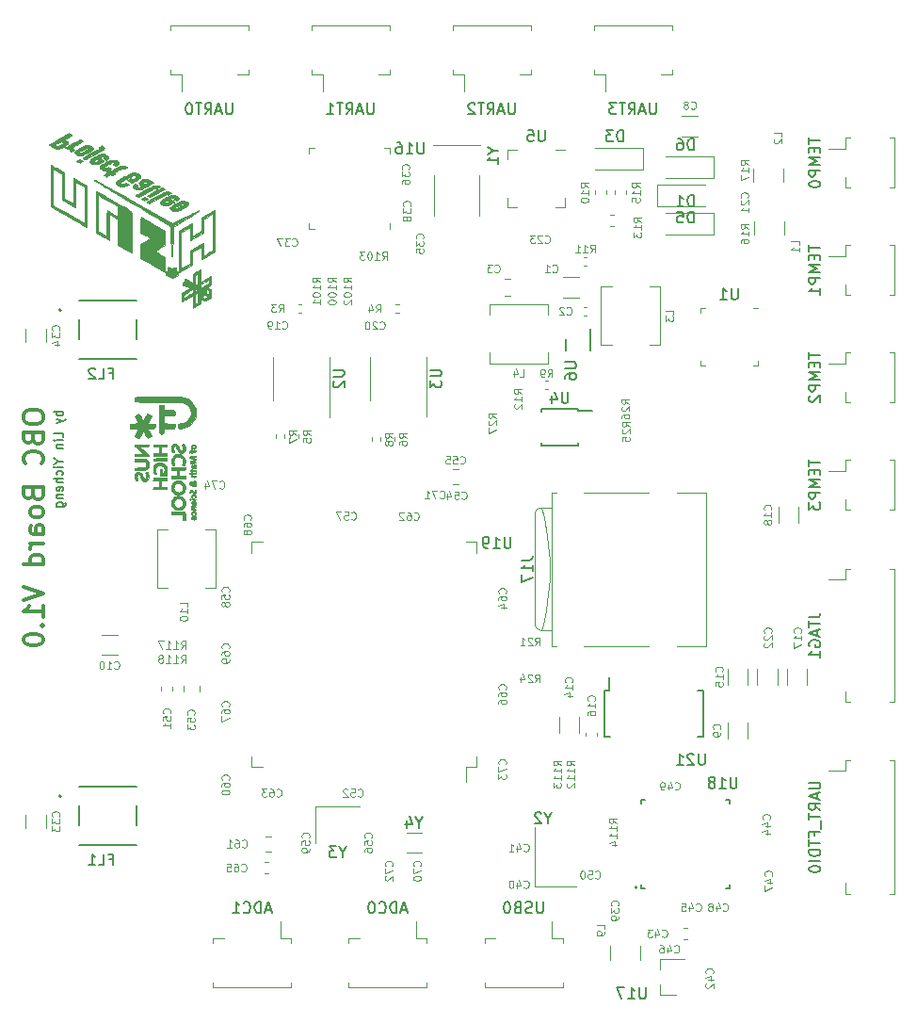
<source format=gbo>
%TF.GenerationSoftware,KiCad,Pcbnew,(5.1.6)-1*%
%TF.CreationDate,2020-12-10T00:12:40+08:00*%
%TF.ProjectId,cubesat_obc,63756265-7361-4745-9f6f-62632e6b6963,rev?*%
%TF.SameCoordinates,Original*%
%TF.FileFunction,Legend,Bot*%
%TF.FilePolarity,Positive*%
%FSLAX46Y46*%
G04 Gerber Fmt 4.6, Leading zero omitted, Abs format (unit mm)*
G04 Created by KiCad (PCBNEW (5.1.6)-1) date 2020-12-10 00:12:40*
%MOMM*%
%LPD*%
G01*
G04 APERTURE LIST*
%ADD10C,0.130000*%
%ADD11C,0.300000*%
%ADD12C,0.010000*%
%ADD13C,0.120000*%
%ADD14C,0.150000*%
%ADD15C,0.200000*%
%ADD16C,0.127000*%
%ADD17C,0.100000*%
G04 APERTURE END LIST*
D10*
X124466304Y-84074533D02*
X123666304Y-84074533D01*
X123971066Y-84074533D02*
X123932971Y-84150723D01*
X123932971Y-84303104D01*
X123971066Y-84379295D01*
X124009161Y-84417390D01*
X124085352Y-84455485D01*
X124313923Y-84455485D01*
X124390114Y-84417390D01*
X124428209Y-84379295D01*
X124466304Y-84303104D01*
X124466304Y-84150723D01*
X124428209Y-84074533D01*
X123932971Y-84722152D02*
X124466304Y-84912628D01*
X123932971Y-85103104D02*
X124466304Y-84912628D01*
X124656780Y-84836438D01*
X124694876Y-84798342D01*
X124732971Y-84722152D01*
X124466304Y-86398342D02*
X124466304Y-86017390D01*
X123666304Y-86017390D01*
X124466304Y-86665009D02*
X123932971Y-86665009D01*
X123666304Y-86665009D02*
X123704400Y-86626914D01*
X123742495Y-86665009D01*
X123704400Y-86703104D01*
X123666304Y-86665009D01*
X123742495Y-86665009D01*
X123932971Y-87045961D02*
X124466304Y-87045961D01*
X124009161Y-87045961D02*
X123971066Y-87084057D01*
X123932971Y-87160247D01*
X123932971Y-87274533D01*
X123971066Y-87350723D01*
X124047257Y-87388819D01*
X124466304Y-87388819D01*
X124085352Y-88531676D02*
X124466304Y-88531676D01*
X123666304Y-88265009D02*
X124085352Y-88531676D01*
X123666304Y-88798342D01*
X124466304Y-89065009D02*
X123932971Y-89065009D01*
X123666304Y-89065009D02*
X123704400Y-89026914D01*
X123742495Y-89065009D01*
X123704400Y-89103104D01*
X123666304Y-89065009D01*
X123742495Y-89065009D01*
X124428209Y-89788819D02*
X124466304Y-89712628D01*
X124466304Y-89560247D01*
X124428209Y-89484057D01*
X124390114Y-89445961D01*
X124313923Y-89407866D01*
X124085352Y-89407866D01*
X124009161Y-89445961D01*
X123971066Y-89484057D01*
X123932971Y-89560247D01*
X123932971Y-89712628D01*
X123971066Y-89788819D01*
X124466304Y-90131676D02*
X123666304Y-90131676D01*
X124466304Y-90474533D02*
X124047257Y-90474533D01*
X123971066Y-90436438D01*
X123932971Y-90360247D01*
X123932971Y-90245961D01*
X123971066Y-90169771D01*
X124009161Y-90131676D01*
X124428209Y-91160247D02*
X124466304Y-91084057D01*
X124466304Y-90931676D01*
X124428209Y-90855485D01*
X124352019Y-90817390D01*
X124047257Y-90817390D01*
X123971066Y-90855485D01*
X123932971Y-90931676D01*
X123932971Y-91084057D01*
X123971066Y-91160247D01*
X124047257Y-91198342D01*
X124123447Y-91198342D01*
X124199638Y-90817390D01*
X123932971Y-91541200D02*
X124466304Y-91541200D01*
X124009161Y-91541200D02*
X123971066Y-91579295D01*
X123932971Y-91655485D01*
X123932971Y-91769771D01*
X123971066Y-91845961D01*
X124047257Y-91884057D01*
X124466304Y-91884057D01*
X123932971Y-92607866D02*
X124580590Y-92607866D01*
X124656780Y-92569771D01*
X124694876Y-92531676D01*
X124732971Y-92455485D01*
X124732971Y-92341199D01*
X124694876Y-92265009D01*
X124428209Y-92607866D02*
X124466304Y-92531676D01*
X124466304Y-92379295D01*
X124428209Y-92303104D01*
X124390114Y-92265009D01*
X124313923Y-92226914D01*
X124085352Y-92226914D01*
X124009161Y-92265009D01*
X123971066Y-92303104D01*
X123932971Y-92379295D01*
X123932971Y-92531676D01*
X123971066Y-92607866D01*
D11*
X120934285Y-84380028D02*
X120934285Y-84722885D01*
X121020000Y-84894314D01*
X121191428Y-85065742D01*
X121534285Y-85151457D01*
X122134285Y-85151457D01*
X122477142Y-85065742D01*
X122648571Y-84894314D01*
X122734285Y-84722885D01*
X122734285Y-84380028D01*
X122648571Y-84208600D01*
X122477142Y-84037171D01*
X122134285Y-83951457D01*
X121534285Y-83951457D01*
X121191428Y-84037171D01*
X121020000Y-84208600D01*
X120934285Y-84380028D01*
X121791428Y-86522885D02*
X121877142Y-86780028D01*
X121962857Y-86865742D01*
X122134285Y-86951457D01*
X122391428Y-86951457D01*
X122562857Y-86865742D01*
X122648571Y-86780028D01*
X122734285Y-86608600D01*
X122734285Y-85922885D01*
X120934285Y-85922885D01*
X120934285Y-86522885D01*
X121020000Y-86694314D01*
X121105714Y-86780028D01*
X121277142Y-86865742D01*
X121448571Y-86865742D01*
X121620000Y-86780028D01*
X121705714Y-86694314D01*
X121791428Y-86522885D01*
X121791428Y-85922885D01*
X122562857Y-88751457D02*
X122648571Y-88665742D01*
X122734285Y-88408600D01*
X122734285Y-88237171D01*
X122648571Y-87980028D01*
X122477142Y-87808600D01*
X122305714Y-87722885D01*
X121962857Y-87637171D01*
X121705714Y-87637171D01*
X121362857Y-87722885D01*
X121191428Y-87808600D01*
X121020000Y-87980028D01*
X120934285Y-88237171D01*
X120934285Y-88408600D01*
X121020000Y-88665742D01*
X121105714Y-88751457D01*
X121791428Y-91494314D02*
X121877142Y-91751457D01*
X121962857Y-91837171D01*
X122134285Y-91922885D01*
X122391428Y-91922885D01*
X122562857Y-91837171D01*
X122648571Y-91751457D01*
X122734285Y-91580028D01*
X122734285Y-90894314D01*
X120934285Y-90894314D01*
X120934285Y-91494314D01*
X121020000Y-91665742D01*
X121105714Y-91751457D01*
X121277142Y-91837171D01*
X121448571Y-91837171D01*
X121620000Y-91751457D01*
X121705714Y-91665742D01*
X121791428Y-91494314D01*
X121791428Y-90894314D01*
X122734285Y-92951457D02*
X122648571Y-92780028D01*
X122562857Y-92694314D01*
X122391428Y-92608600D01*
X121877142Y-92608600D01*
X121705714Y-92694314D01*
X121620000Y-92780028D01*
X121534285Y-92951457D01*
X121534285Y-93208600D01*
X121620000Y-93380028D01*
X121705714Y-93465742D01*
X121877142Y-93551457D01*
X122391428Y-93551457D01*
X122562857Y-93465742D01*
X122648571Y-93380028D01*
X122734285Y-93208600D01*
X122734285Y-92951457D01*
X122734285Y-95094314D02*
X121791428Y-95094314D01*
X121620000Y-95008600D01*
X121534285Y-94837171D01*
X121534285Y-94494314D01*
X121620000Y-94322885D01*
X122648571Y-95094314D02*
X122734285Y-94922885D01*
X122734285Y-94494314D01*
X122648571Y-94322885D01*
X122477142Y-94237171D01*
X122305714Y-94237171D01*
X122134285Y-94322885D01*
X122048571Y-94494314D01*
X122048571Y-94922885D01*
X121962857Y-95094314D01*
X122734285Y-95951457D02*
X121534285Y-95951457D01*
X121877142Y-95951457D02*
X121705714Y-96037171D01*
X121620000Y-96122885D01*
X121534285Y-96294314D01*
X121534285Y-96465742D01*
X122734285Y-97837171D02*
X120934285Y-97837171D01*
X122648571Y-97837171D02*
X122734285Y-97665742D01*
X122734285Y-97322885D01*
X122648571Y-97151457D01*
X122562857Y-97065742D01*
X122391428Y-96980028D01*
X121877142Y-96980028D01*
X121705714Y-97065742D01*
X121620000Y-97151457D01*
X121534285Y-97322885D01*
X121534285Y-97665742D01*
X121620000Y-97837171D01*
X120934285Y-99808600D02*
X122734285Y-100408600D01*
X120934285Y-101008600D01*
X122734285Y-102551457D02*
X122734285Y-101522885D01*
X122734285Y-102037171D02*
X120934285Y-102037171D01*
X121191428Y-101865742D01*
X121362857Y-101694314D01*
X121448571Y-101522885D01*
X122562857Y-103322885D02*
X122648571Y-103408600D01*
X122734285Y-103322885D01*
X122648571Y-103237171D01*
X122562857Y-103322885D01*
X122734285Y-103322885D01*
X120934285Y-104522885D02*
X120934285Y-104694314D01*
X121020000Y-104865742D01*
X121105714Y-104951457D01*
X121277142Y-105037171D01*
X121620000Y-105122885D01*
X122048571Y-105122885D01*
X122391428Y-105037171D01*
X122562857Y-104951457D01*
X122648571Y-104865742D01*
X122734285Y-104694314D01*
X122734285Y-104522885D01*
X122648571Y-104351457D01*
X122562857Y-104265742D01*
X122391428Y-104180028D01*
X122048571Y-104094314D01*
X121620000Y-104094314D01*
X121277142Y-104180028D01*
X121105714Y-104265742D01*
X121020000Y-104351457D01*
X120934285Y-104522885D01*
D12*
%TO.C,G\u002A\u002A\u002A*%
G36*
X130933684Y-83057581D02*
G01*
X130942794Y-83091282D01*
X130963100Y-83119631D01*
X130998955Y-83143093D01*
X131054716Y-83162129D01*
X131134739Y-83177203D01*
X131243379Y-83188777D01*
X131384992Y-83197315D01*
X131563934Y-83203280D01*
X131784561Y-83207135D01*
X132051228Y-83209342D01*
X132368291Y-83210365D01*
X132740106Y-83210666D01*
X133171028Y-83210709D01*
X133174875Y-83210710D01*
X135232775Y-83211020D01*
X135407400Y-83292012D01*
X135624369Y-83423236D01*
X135789713Y-83591394D01*
X135902974Y-83795817D01*
X135963696Y-84035836D01*
X135971858Y-84118543D01*
X135976559Y-84251969D01*
X135966163Y-84353461D01*
X135935341Y-84453828D01*
X135899100Y-84539150D01*
X135789230Y-84725654D01*
X135643894Y-84887068D01*
X135478821Y-85007131D01*
X135417480Y-85037146D01*
X135321383Y-85070392D01*
X135192830Y-85105388D01*
X135078674Y-85130655D01*
X134949130Y-85158042D01*
X134868389Y-85185079D01*
X134822509Y-85221174D01*
X134797546Y-85275735D01*
X134785322Y-85328600D01*
X134791798Y-85435793D01*
X134850824Y-85521156D01*
X134952747Y-85575626D01*
X135064644Y-85590873D01*
X135327918Y-85559017D01*
X135585775Y-85471476D01*
X135827146Y-85335812D01*
X136040959Y-85159589D01*
X136216145Y-84950368D01*
X136340090Y-84719584D01*
X136398832Y-84525015D01*
X136435110Y-84303969D01*
X136446358Y-84082479D01*
X136430008Y-83886579D01*
X136424835Y-83860163D01*
X136344565Y-83618964D01*
X136214639Y-83385917D01*
X136046477Y-83176333D01*
X135851501Y-83005529D01*
X135731922Y-82930954D01*
X135660043Y-82892940D01*
X135593961Y-82860167D01*
X135528567Y-82832244D01*
X135458751Y-82808785D01*
X135379405Y-82789399D01*
X135285419Y-82773700D01*
X135171685Y-82761297D01*
X135033093Y-82751803D01*
X134864535Y-82744829D01*
X134660902Y-82739986D01*
X134417084Y-82736886D01*
X134127973Y-82735140D01*
X133788460Y-82734360D01*
X133393435Y-82734156D01*
X133144392Y-82734150D01*
X132716119Y-82734131D01*
X132346959Y-82734387D01*
X132032528Y-82735392D01*
X131768438Y-82737617D01*
X131550304Y-82741534D01*
X131373739Y-82747615D01*
X131234359Y-82756333D01*
X131127776Y-82768158D01*
X131049605Y-82783564D01*
X130995460Y-82803021D01*
X130960954Y-82827003D01*
X130941702Y-82855980D01*
X130933319Y-82890426D01*
X130931417Y-82930812D01*
X130931622Y-82972275D01*
X130931411Y-83018066D01*
X130933684Y-83057581D01*
G37*
X130933684Y-83057581D02*
X130942794Y-83091282D01*
X130963100Y-83119631D01*
X130998955Y-83143093D01*
X131054716Y-83162129D01*
X131134739Y-83177203D01*
X131243379Y-83188777D01*
X131384992Y-83197315D01*
X131563934Y-83203280D01*
X131784561Y-83207135D01*
X132051228Y-83209342D01*
X132368291Y-83210365D01*
X132740106Y-83210666D01*
X133171028Y-83210709D01*
X133174875Y-83210710D01*
X135232775Y-83211020D01*
X135407400Y-83292012D01*
X135624369Y-83423236D01*
X135789713Y-83591394D01*
X135902974Y-83795817D01*
X135963696Y-84035836D01*
X135971858Y-84118543D01*
X135976559Y-84251969D01*
X135966163Y-84353461D01*
X135935341Y-84453828D01*
X135899100Y-84539150D01*
X135789230Y-84725654D01*
X135643894Y-84887068D01*
X135478821Y-85007131D01*
X135417480Y-85037146D01*
X135321383Y-85070392D01*
X135192830Y-85105388D01*
X135078674Y-85130655D01*
X134949130Y-85158042D01*
X134868389Y-85185079D01*
X134822509Y-85221174D01*
X134797546Y-85275735D01*
X134785322Y-85328600D01*
X134791798Y-85435793D01*
X134850824Y-85521156D01*
X134952747Y-85575626D01*
X135064644Y-85590873D01*
X135327918Y-85559017D01*
X135585775Y-85471476D01*
X135827146Y-85335812D01*
X136040959Y-85159589D01*
X136216145Y-84950368D01*
X136340090Y-84719584D01*
X136398832Y-84525015D01*
X136435110Y-84303969D01*
X136446358Y-84082479D01*
X136430008Y-83886579D01*
X136424835Y-83860163D01*
X136344565Y-83618964D01*
X136214639Y-83385917D01*
X136046477Y-83176333D01*
X135851501Y-83005529D01*
X135731922Y-82930954D01*
X135660043Y-82892940D01*
X135593961Y-82860167D01*
X135528567Y-82832244D01*
X135458751Y-82808785D01*
X135379405Y-82789399D01*
X135285419Y-82773700D01*
X135171685Y-82761297D01*
X135033093Y-82751803D01*
X134864535Y-82744829D01*
X134660902Y-82739986D01*
X134417084Y-82736886D01*
X134127973Y-82735140D01*
X133788460Y-82734360D01*
X133393435Y-82734156D01*
X133144392Y-82734150D01*
X132716119Y-82734131D01*
X132346959Y-82734387D01*
X132032528Y-82735392D01*
X131768438Y-82737617D01*
X131550304Y-82741534D01*
X131373739Y-82747615D01*
X131234359Y-82756333D01*
X131127776Y-82768158D01*
X131049605Y-82783564D01*
X130995460Y-82803021D01*
X130960954Y-82827003D01*
X130941702Y-82855980D01*
X130933319Y-82890426D01*
X130931417Y-82930812D01*
X130931622Y-82972275D01*
X130931411Y-83018066D01*
X130933684Y-83057581D01*
G36*
X135940814Y-89396118D02*
G01*
X135963025Y-89401650D01*
X136005118Y-89427064D01*
X136010650Y-89449275D01*
X136036064Y-89491368D01*
X136058275Y-89496900D01*
X136100368Y-89471485D01*
X136105900Y-89449275D01*
X136131976Y-89414899D01*
X136194288Y-89400597D01*
X136268962Y-89405973D01*
X136332123Y-89430631D01*
X136353944Y-89453380D01*
X136392867Y-89493503D01*
X136422128Y-89480162D01*
X136428256Y-89423280D01*
X136424174Y-89401650D01*
X136403581Y-89351991D01*
X136360622Y-89326113D01*
X136276446Y-89314066D01*
X136255434Y-89312597D01*
X136154533Y-89298556D01*
X136109653Y-89271758D01*
X136105900Y-89257035D01*
X136080446Y-89216460D01*
X136058275Y-89211150D01*
X136016181Y-89236564D01*
X136010650Y-89258775D01*
X135985235Y-89300868D01*
X135963025Y-89306400D01*
X135920931Y-89331814D01*
X135915400Y-89354025D01*
X135940814Y-89396118D01*
G37*
X135940814Y-89396118D02*
X135963025Y-89401650D01*
X136005118Y-89427064D01*
X136010650Y-89449275D01*
X136036064Y-89491368D01*
X136058275Y-89496900D01*
X136100368Y-89471485D01*
X136105900Y-89449275D01*
X136131976Y-89414899D01*
X136194288Y-89400597D01*
X136268962Y-89405973D01*
X136332123Y-89430631D01*
X136353944Y-89453380D01*
X136392867Y-89493503D01*
X136422128Y-89480162D01*
X136428256Y-89423280D01*
X136424174Y-89401650D01*
X136403581Y-89351991D01*
X136360622Y-89326113D01*
X136276446Y-89314066D01*
X136255434Y-89312597D01*
X136154533Y-89298556D01*
X136109653Y-89271758D01*
X136105900Y-89257035D01*
X136080446Y-89216460D01*
X136058275Y-89211150D01*
X136016181Y-89236564D01*
X136010650Y-89258775D01*
X135985235Y-89300868D01*
X135963025Y-89306400D01*
X135920931Y-89331814D01*
X135915400Y-89354025D01*
X135940814Y-89396118D01*
G36*
X136049517Y-87358908D02*
G01*
X136068712Y-87380604D01*
X136153231Y-87422488D01*
X136256338Y-87429950D01*
X136347970Y-87402728D01*
X136373507Y-87383257D01*
X136407907Y-87315189D01*
X136421980Y-87218858D01*
X136414668Y-87123441D01*
X136385300Y-87058500D01*
X136316038Y-87026712D01*
X136219093Y-87021609D01*
X136202522Y-87025038D01*
X136202522Y-87121135D01*
X136284953Y-87128142D01*
X136321800Y-87153750D01*
X136357863Y-87219672D01*
X136331859Y-87278792D01*
X136279179Y-87312540D01*
X136211859Y-87332072D01*
X136158635Y-87307786D01*
X136133910Y-87284771D01*
X136091289Y-87235050D01*
X136093629Y-87199795D01*
X136121649Y-87167936D01*
X136202522Y-87121135D01*
X136202522Y-87025038D01*
X136123532Y-87041388D01*
X136063195Y-87078462D01*
X136019893Y-87165603D01*
X136015509Y-87268701D01*
X136049517Y-87358908D01*
G37*
X136049517Y-87358908D02*
X136068712Y-87380604D01*
X136153231Y-87422488D01*
X136256338Y-87429950D01*
X136347970Y-87402728D01*
X136373507Y-87383257D01*
X136407907Y-87315189D01*
X136421980Y-87218858D01*
X136414668Y-87123441D01*
X136385300Y-87058500D01*
X136316038Y-87026712D01*
X136219093Y-87021609D01*
X136202522Y-87025038D01*
X136202522Y-87121135D01*
X136284953Y-87128142D01*
X136321800Y-87153750D01*
X136357863Y-87219672D01*
X136331859Y-87278792D01*
X136279179Y-87312540D01*
X136211859Y-87332072D01*
X136158635Y-87307786D01*
X136133910Y-87284771D01*
X136091289Y-87235050D01*
X136093629Y-87199795D01*
X136121649Y-87167936D01*
X136202522Y-87121135D01*
X136202522Y-87025038D01*
X136123532Y-87041388D01*
X136063195Y-87078462D01*
X136019893Y-87165603D01*
X136015509Y-87268701D01*
X136049517Y-87358908D01*
G36*
X135842585Y-87771921D02*
G01*
X135867775Y-87782400D01*
X135909868Y-87756985D01*
X135915400Y-87734775D01*
X135940814Y-87692681D01*
X135963025Y-87687150D01*
X136005118Y-87712564D01*
X136010650Y-87734775D01*
X136036064Y-87776868D01*
X136058275Y-87782400D01*
X136100368Y-87756985D01*
X136105900Y-87734775D01*
X136122894Y-87704825D01*
X136181735Y-87690197D01*
X136264650Y-87687150D01*
X136359868Y-87683806D01*
X136407358Y-87669616D01*
X136422720Y-87638337D01*
X136423400Y-87623650D01*
X136414850Y-87585240D01*
X136378720Y-87566282D01*
X136299285Y-87560351D01*
X136268046Y-87560150D01*
X136158706Y-87552040D01*
X136102857Y-87526231D01*
X136094418Y-87512525D01*
X136060828Y-87470454D01*
X136043396Y-87464900D01*
X136014350Y-87490600D01*
X136010650Y-87512525D01*
X135984579Y-87552439D01*
X135953500Y-87560150D01*
X135883071Y-87580251D01*
X135858250Y-87598250D01*
X135826726Y-87656340D01*
X135821948Y-87722798D01*
X135842585Y-87771921D01*
G37*
X135842585Y-87771921D02*
X135867775Y-87782400D01*
X135909868Y-87756985D01*
X135915400Y-87734775D01*
X135940814Y-87692681D01*
X135963025Y-87687150D01*
X136005118Y-87712564D01*
X136010650Y-87734775D01*
X136036064Y-87776868D01*
X136058275Y-87782400D01*
X136100368Y-87756985D01*
X136105900Y-87734775D01*
X136122894Y-87704825D01*
X136181735Y-87690197D01*
X136264650Y-87687150D01*
X136359868Y-87683806D01*
X136407358Y-87669616D01*
X136422720Y-87638337D01*
X136423400Y-87623650D01*
X136414850Y-87585240D01*
X136378720Y-87566282D01*
X136299285Y-87560351D01*
X136268046Y-87560150D01*
X136158706Y-87552040D01*
X136102857Y-87526231D01*
X136094418Y-87512525D01*
X136060828Y-87470454D01*
X136043396Y-87464900D01*
X136014350Y-87490600D01*
X136010650Y-87512525D01*
X135984579Y-87552439D01*
X135953500Y-87560150D01*
X135883071Y-87580251D01*
X135858250Y-87598250D01*
X135826726Y-87656340D01*
X135821948Y-87722798D01*
X135842585Y-87771921D01*
G36*
X135908161Y-88249486D02*
G01*
X135968503Y-88278860D01*
X136071863Y-88316105D01*
X136170631Y-88343026D01*
X136173072Y-88343521D01*
X136231990Y-88361371D01*
X136239029Y-88383415D01*
X136191090Y-88412687D01*
X136085070Y-88452222D01*
X136050337Y-88463673D01*
X135953896Y-88498381D01*
X135903993Y-88530365D01*
X135885686Y-88572785D01*
X135883650Y-88610451D01*
X135883650Y-88703150D01*
X136153525Y-88703150D01*
X136285788Y-88701633D01*
X136366670Y-88695426D01*
X136408254Y-88682041D01*
X136422621Y-88658991D01*
X136423457Y-88647587D01*
X136415177Y-88616906D01*
X136380847Y-88601980D01*
X136306355Y-88599489D01*
X136232957Y-88602782D01*
X136132621Y-88604428D01*
X136063603Y-88597877D01*
X136042444Y-88586907D01*
X136070424Y-88564844D01*
X136143306Y-88533800D01*
X136232944Y-88504307D01*
X136343769Y-88466881D01*
X136403346Y-88432365D01*
X136423148Y-88393742D01*
X136423400Y-88387796D01*
X136405015Y-88344062D01*
X136342729Y-88305062D01*
X136256712Y-88273173D01*
X136131468Y-88228423D01*
X136068407Y-88195668D01*
X136067556Y-88175000D01*
X136128943Y-88166510D01*
X136225020Y-88168662D01*
X136334546Y-88172255D01*
X136394802Y-88166098D01*
X136419669Y-88147044D01*
X136423457Y-88123712D01*
X136415989Y-88096326D01*
X136385551Y-88079652D01*
X136319990Y-88071151D01*
X136207153Y-88068289D01*
X136157226Y-88068150D01*
X136027400Y-88068986D01*
X135947644Y-88074117D01*
X135904533Y-88087476D01*
X135884636Y-88112995D01*
X135875266Y-88150728D01*
X135873798Y-88210116D01*
X135908161Y-88249486D01*
G37*
X135908161Y-88249486D02*
X135968503Y-88278860D01*
X136071863Y-88316105D01*
X136170631Y-88343026D01*
X136173072Y-88343521D01*
X136231990Y-88361371D01*
X136239029Y-88383415D01*
X136191090Y-88412687D01*
X136085070Y-88452222D01*
X136050337Y-88463673D01*
X135953896Y-88498381D01*
X135903993Y-88530365D01*
X135885686Y-88572785D01*
X135883650Y-88610451D01*
X135883650Y-88703150D01*
X136153525Y-88703150D01*
X136285788Y-88701633D01*
X136366670Y-88695426D01*
X136408254Y-88682041D01*
X136422621Y-88658991D01*
X136423457Y-88647587D01*
X136415177Y-88616906D01*
X136380847Y-88601980D01*
X136306355Y-88599489D01*
X136232957Y-88602782D01*
X136132621Y-88604428D01*
X136063603Y-88597877D01*
X136042444Y-88586907D01*
X136070424Y-88564844D01*
X136143306Y-88533800D01*
X136232944Y-88504307D01*
X136343769Y-88466881D01*
X136403346Y-88432365D01*
X136423148Y-88393742D01*
X136423400Y-88387796D01*
X136405015Y-88344062D01*
X136342729Y-88305062D01*
X136256712Y-88273173D01*
X136131468Y-88228423D01*
X136068407Y-88195668D01*
X136067556Y-88175000D01*
X136128943Y-88166510D01*
X136225020Y-88168662D01*
X136334546Y-88172255D01*
X136394802Y-88166098D01*
X136419669Y-88147044D01*
X136423457Y-88123712D01*
X136415989Y-88096326D01*
X136385551Y-88079652D01*
X136319990Y-88071151D01*
X136207153Y-88068289D01*
X136157226Y-88068150D01*
X136027400Y-88068986D01*
X135947644Y-88074117D01*
X135904533Y-88087476D01*
X135884636Y-88112995D01*
X135875266Y-88150728D01*
X135873798Y-88210116D01*
X135908161Y-88249486D01*
G36*
X136020304Y-89056967D02*
G01*
X136052307Y-89117644D01*
X136125495Y-89149842D01*
X136241069Y-89163382D01*
X136416898Y-89173908D01*
X136418902Y-89006074D01*
X136416545Y-88908013D01*
X136408331Y-88838203D01*
X136400987Y-88818320D01*
X136356583Y-88802530D01*
X136308100Y-88798400D01*
X136304043Y-88799944D01*
X136304043Y-88902869D01*
X136326358Y-88908417D01*
X136354375Y-88954856D01*
X136340106Y-89010411D01*
X136291714Y-89045638D01*
X136288097Y-89046425D01*
X136242976Y-89034810D01*
X136236772Y-88985366D01*
X136261586Y-88929269D01*
X136304043Y-88902869D01*
X136304043Y-88799944D01*
X136233401Y-88826838D01*
X136183617Y-88901807D01*
X136169400Y-88986812D01*
X136157853Y-89039549D01*
X136141046Y-89052400D01*
X136103784Y-89026330D01*
X136090219Y-88965262D01*
X136105434Y-88894910D01*
X136108648Y-88888514D01*
X136126921Y-88841697D01*
X136102193Y-88832758D01*
X136084722Y-88835516D01*
X136039122Y-88868473D01*
X136018732Y-88951281D01*
X136018238Y-88957414D01*
X136020304Y-89056967D01*
G37*
X136020304Y-89056967D02*
X136052307Y-89117644D01*
X136125495Y-89149842D01*
X136241069Y-89163382D01*
X136416898Y-89173908D01*
X136418902Y-89006074D01*
X136416545Y-88908013D01*
X136408331Y-88838203D01*
X136400987Y-88818320D01*
X136356583Y-88802530D01*
X136308100Y-88798400D01*
X136304043Y-88799944D01*
X136304043Y-88902869D01*
X136326358Y-88908417D01*
X136354375Y-88954856D01*
X136340106Y-89010411D01*
X136291714Y-89045638D01*
X136288097Y-89046425D01*
X136242976Y-89034810D01*
X136236772Y-88985366D01*
X136261586Y-88929269D01*
X136304043Y-88902869D01*
X136304043Y-88799944D01*
X136233401Y-88826838D01*
X136183617Y-88901807D01*
X136169400Y-88986812D01*
X136157853Y-89039549D01*
X136141046Y-89052400D01*
X136103784Y-89026330D01*
X136090219Y-88965262D01*
X136105434Y-88894910D01*
X136108648Y-88888514D01*
X136126921Y-88841697D01*
X136102193Y-88832758D01*
X136084722Y-88835516D01*
X136039122Y-88868473D01*
X136018732Y-88951281D01*
X136018238Y-88957414D01*
X136020304Y-89056967D01*
G36*
X135844718Y-89675297D02*
G01*
X135922651Y-89687361D01*
X135929278Y-89687400D01*
X136001493Y-89691275D01*
X136027578Y-89715680D01*
X136023372Y-89779777D01*
X136020495Y-89797777D01*
X136014361Y-89874948D01*
X136037411Y-89915935D01*
X136088058Y-89940652D01*
X136178432Y-89962542D01*
X136286101Y-89973000D01*
X136298466Y-89973150D01*
X136380726Y-89967635D01*
X136416711Y-89945434D01*
X136423400Y-89909650D01*
X136413368Y-89869019D01*
X136372342Y-89850279D01*
X136288462Y-89845663D01*
X136194131Y-89839382D01*
X136123786Y-89824304D01*
X136111491Y-89818527D01*
X136089347Y-89781559D01*
X136116605Y-89741568D01*
X136180331Y-89707615D01*
X136267586Y-89688763D01*
X136298667Y-89687400D01*
X136386118Y-89679245D01*
X136421500Y-89652334D01*
X136423400Y-89639775D01*
X136412605Y-89617072D01*
X136373123Y-89602705D01*
X136294310Y-89594993D01*
X136165521Y-89592254D01*
X136121775Y-89592150D01*
X135977993Y-89593854D01*
X135887002Y-89600088D01*
X135838157Y-89612532D01*
X135820813Y-89632867D01*
X135820150Y-89639775D01*
X135844718Y-89675297D01*
G37*
X135844718Y-89675297D02*
X135922651Y-89687361D01*
X135929278Y-89687400D01*
X136001493Y-89691275D01*
X136027578Y-89715680D01*
X136023372Y-89779777D01*
X136020495Y-89797777D01*
X136014361Y-89874948D01*
X136037411Y-89915935D01*
X136088058Y-89940652D01*
X136178432Y-89962542D01*
X136286101Y-89973000D01*
X136298466Y-89973150D01*
X136380726Y-89967635D01*
X136416711Y-89945434D01*
X136423400Y-89909650D01*
X136413368Y-89869019D01*
X136372342Y-89850279D01*
X136288462Y-89845663D01*
X136194131Y-89839382D01*
X136123786Y-89824304D01*
X136111491Y-89818527D01*
X136089347Y-89781559D01*
X136116605Y-89741568D01*
X136180331Y-89707615D01*
X136267586Y-89688763D01*
X136298667Y-89687400D01*
X136386118Y-89679245D01*
X136421500Y-89652334D01*
X136423400Y-89639775D01*
X136412605Y-89617072D01*
X136373123Y-89602705D01*
X136294310Y-89594993D01*
X136165521Y-89592254D01*
X136121775Y-89592150D01*
X135977993Y-89593854D01*
X135887002Y-89600088D01*
X135838157Y-89612532D01*
X135820813Y-89632867D01*
X135820150Y-89639775D01*
X135844718Y-89675297D01*
G36*
X135871738Y-90567182D02*
G01*
X135914586Y-90623288D01*
X135964513Y-90660316D01*
X136008314Y-90656664D01*
X136055797Y-90628567D01*
X136128272Y-90597157D01*
X136183611Y-90596029D01*
X136227242Y-90628866D01*
X136223573Y-90661161D01*
X136187148Y-90671650D01*
X136131764Y-90693378D01*
X136112578Y-90741529D01*
X136120603Y-90765003D01*
X136163224Y-90777757D01*
X136234265Y-90761666D01*
X136320412Y-90744546D01*
X136373542Y-90765047D01*
X136396974Y-90774952D01*
X136410799Y-90749653D01*
X136417580Y-90679057D01*
X136419651Y-90583381D01*
X136415376Y-90459201D01*
X136401571Y-90367454D01*
X136384447Y-90327897D01*
X136313038Y-90294842D01*
X136264760Y-90297007D01*
X136264760Y-90392586D01*
X136310929Y-90416533D01*
X136353654Y-90476537D01*
X136352934Y-90535118D01*
X136332393Y-90557902D01*
X136293560Y-90549834D01*
X136247418Y-90511401D01*
X136214770Y-90450287D01*
X136224287Y-90405102D01*
X136264760Y-90392586D01*
X136264760Y-90297007D01*
X136226103Y-90298742D01*
X136164064Y-90333030D01*
X136118040Y-90358832D01*
X136048433Y-90346479D01*
X136033246Y-90340976D01*
X135984472Y-90328373D01*
X135984472Y-90428619D01*
X136025558Y-90448606D01*
X136027292Y-90450036D01*
X136057440Y-90493602D01*
X136037787Y-90534333D01*
X135992181Y-90560130D01*
X135969679Y-90548129D01*
X135953101Y-90495527D01*
X135959184Y-90463833D01*
X135984472Y-90428619D01*
X135984472Y-90328373D01*
X135962848Y-90322785D01*
X135918510Y-90342283D01*
X135896959Y-90368164D01*
X135855375Y-90469104D01*
X135871738Y-90567182D01*
G37*
X135871738Y-90567182D02*
X135914586Y-90623288D01*
X135964513Y-90660316D01*
X136008314Y-90656664D01*
X136055797Y-90628567D01*
X136128272Y-90597157D01*
X136183611Y-90596029D01*
X136227242Y-90628866D01*
X136223573Y-90661161D01*
X136187148Y-90671650D01*
X136131764Y-90693378D01*
X136112578Y-90741529D01*
X136120603Y-90765003D01*
X136163224Y-90777757D01*
X136234265Y-90761666D01*
X136320412Y-90744546D01*
X136373542Y-90765047D01*
X136396974Y-90774952D01*
X136410799Y-90749653D01*
X136417580Y-90679057D01*
X136419651Y-90583381D01*
X136415376Y-90459201D01*
X136401571Y-90367454D01*
X136384447Y-90327897D01*
X136313038Y-90294842D01*
X136264760Y-90297007D01*
X136264760Y-90392586D01*
X136310929Y-90416533D01*
X136353654Y-90476537D01*
X136352934Y-90535118D01*
X136332393Y-90557902D01*
X136293560Y-90549834D01*
X136247418Y-90511401D01*
X136214770Y-90450287D01*
X136224287Y-90405102D01*
X136264760Y-90392586D01*
X136264760Y-90297007D01*
X136226103Y-90298742D01*
X136164064Y-90333030D01*
X136118040Y-90358832D01*
X136048433Y-90346479D01*
X136033246Y-90340976D01*
X135984472Y-90328373D01*
X135984472Y-90428619D01*
X136025558Y-90448606D01*
X136027292Y-90450036D01*
X136057440Y-90493602D01*
X136037787Y-90534333D01*
X135992181Y-90560130D01*
X135969679Y-90548129D01*
X135953101Y-90495527D01*
X135959184Y-90463833D01*
X135984472Y-90428619D01*
X135984472Y-90328373D01*
X135962848Y-90322785D01*
X135918510Y-90342283D01*
X135896959Y-90368164D01*
X135855375Y-90469104D01*
X135871738Y-90567182D01*
G36*
X135891402Y-91382971D02*
G01*
X135916733Y-91394694D01*
X135953996Y-91381277D01*
X135964358Y-91316515D01*
X135978595Y-91241707D01*
X136016733Y-91219252D01*
X136067291Y-91248777D01*
X136114858Y-91321429D01*
X136162566Y-91398934D01*
X136218297Y-91430264D01*
X136257786Y-91433650D01*
X136337272Y-91420858D01*
X136385300Y-91395550D01*
X136409509Y-91345446D01*
X136422059Y-91269198D01*
X136423061Y-91187674D01*
X136412623Y-91121741D01*
X136390855Y-91092267D01*
X136383712Y-91093021D01*
X136356650Y-91131188D01*
X136352486Y-91186595D01*
X136341986Y-91262384D01*
X136314670Y-91304661D01*
X136280570Y-91319032D01*
X136244084Y-91294868D01*
X136192894Y-91223411D01*
X136186748Y-91213734D01*
X136105892Y-91118551D01*
X136024169Y-91082752D01*
X135946960Y-91107304D01*
X135897808Y-91161939D01*
X135863049Y-91246423D01*
X135861490Y-91327185D01*
X135891402Y-91382971D01*
G37*
X135891402Y-91382971D02*
X135916733Y-91394694D01*
X135953996Y-91381277D01*
X135964358Y-91316515D01*
X135978595Y-91241707D01*
X136016733Y-91219252D01*
X136067291Y-91248777D01*
X136114858Y-91321429D01*
X136162566Y-91398934D01*
X136218297Y-91430264D01*
X136257786Y-91433650D01*
X136337272Y-91420858D01*
X136385300Y-91395550D01*
X136409509Y-91345446D01*
X136422059Y-91269198D01*
X136423061Y-91187674D01*
X136412623Y-91121741D01*
X136390855Y-91092267D01*
X136383712Y-91093021D01*
X136356650Y-91131188D01*
X136352486Y-91186595D01*
X136341986Y-91262384D01*
X136314670Y-91304661D01*
X136280570Y-91319032D01*
X136244084Y-91294868D01*
X136192894Y-91223411D01*
X136186748Y-91213734D01*
X136105892Y-91118551D01*
X136024169Y-91082752D01*
X135946960Y-91107304D01*
X135897808Y-91161939D01*
X135863049Y-91246423D01*
X135861490Y-91327185D01*
X135891402Y-91382971D01*
G36*
X136019282Y-91780520D02*
G01*
X136050021Y-91813859D01*
X136057278Y-91814650D01*
X136089652Y-91792852D01*
X136087202Y-91771118D01*
X136095159Y-91717004D01*
X136138915Y-91660388D01*
X136197034Y-91626268D01*
X136213224Y-91624150D01*
X136281877Y-91645321D01*
X136335354Y-91694859D01*
X136352890Y-91751798D01*
X136350180Y-91762433D01*
X136351308Y-91806727D01*
X136376771Y-91814650D01*
X136408379Y-91788048D01*
X136422982Y-91724569D01*
X136419891Y-91648705D01*
X136398418Y-91584946D01*
X136383712Y-91567635D01*
X136294229Y-91528591D01*
X136185850Y-91525357D01*
X136089021Y-91556884D01*
X136060542Y-91578792D01*
X136024863Y-91639893D01*
X136011003Y-91714833D01*
X136019282Y-91780520D01*
G37*
X136019282Y-91780520D02*
X136050021Y-91813859D01*
X136057278Y-91814650D01*
X136089652Y-91792852D01*
X136087202Y-91771118D01*
X136095159Y-91717004D01*
X136138915Y-91660388D01*
X136197034Y-91626268D01*
X136213224Y-91624150D01*
X136281877Y-91645321D01*
X136335354Y-91694859D01*
X136352890Y-91751798D01*
X136350180Y-91762433D01*
X136351308Y-91806727D01*
X136376771Y-91814650D01*
X136408379Y-91788048D01*
X136422982Y-91724569D01*
X136419891Y-91648705D01*
X136398418Y-91584946D01*
X136383712Y-91567635D01*
X136294229Y-91528591D01*
X136185850Y-91525357D01*
X136089021Y-91556884D01*
X136060542Y-91578792D01*
X136024863Y-91639893D01*
X136011003Y-91714833D01*
X136019282Y-91780520D01*
G36*
X136024427Y-91984238D02*
G01*
X136073658Y-91999086D01*
X136170188Y-92004801D01*
X136217025Y-92005150D01*
X136332783Y-92001970D01*
X136397123Y-91990609D01*
X136421888Y-91968333D01*
X136423400Y-91957525D01*
X136409622Y-91930811D01*
X136360391Y-91915963D01*
X136263861Y-91910248D01*
X136217025Y-91909900D01*
X136101266Y-91913079D01*
X136036926Y-91924440D01*
X136012161Y-91946716D01*
X136010650Y-91957525D01*
X136024427Y-91984238D01*
G37*
X136024427Y-91984238D02*
X136073658Y-91999086D01*
X136170188Y-92004801D01*
X136217025Y-92005150D01*
X136332783Y-92001970D01*
X136397123Y-91990609D01*
X136421888Y-91968333D01*
X136423400Y-91957525D01*
X136409622Y-91930811D01*
X136360391Y-91915963D01*
X136263861Y-91910248D01*
X136217025Y-91909900D01*
X136101266Y-91913079D01*
X136036926Y-91924440D01*
X136012161Y-91946716D01*
X136010650Y-91957525D01*
X136024427Y-91984238D01*
G36*
X136017022Y-92328127D02*
G01*
X136059176Y-92412967D01*
X136133402Y-92469272D01*
X136195712Y-92481400D01*
X136238090Y-92473774D01*
X136258438Y-92439941D01*
X136264472Y-92363471D01*
X136264650Y-92334637D01*
X136267041Y-92247747D01*
X136277777Y-92213146D01*
X136302205Y-92219692D01*
X136315011Y-92229671D01*
X136351229Y-92298341D01*
X136347555Y-92360559D01*
X136343654Y-92427587D01*
X136371890Y-92449490D01*
X136376568Y-92449650D01*
X136410870Y-92423013D01*
X136426540Y-92357348D01*
X136424562Y-92274017D01*
X136405922Y-92194386D01*
X136371603Y-92139818D01*
X136361987Y-92133267D01*
X136263198Y-92104205D01*
X136160035Y-92107023D01*
X136160035Y-92209816D01*
X136172997Y-92213748D01*
X136198848Y-92256642D01*
X136196271Y-92313029D01*
X136169233Y-92351202D01*
X136155398Y-92354400D01*
X136100749Y-92334145D01*
X136089165Y-92321259D01*
X136088708Y-92275668D01*
X136119132Y-92229799D01*
X136160035Y-92209816D01*
X136160035Y-92107023D01*
X136156794Y-92107112D01*
X136072114Y-92140333D01*
X136060542Y-92150292D01*
X136014842Y-92234115D01*
X136017022Y-92328127D01*
G37*
X136017022Y-92328127D02*
X136059176Y-92412967D01*
X136133402Y-92469272D01*
X136195712Y-92481400D01*
X136238090Y-92473774D01*
X136258438Y-92439941D01*
X136264472Y-92363471D01*
X136264650Y-92334637D01*
X136267041Y-92247747D01*
X136277777Y-92213146D01*
X136302205Y-92219692D01*
X136315011Y-92229671D01*
X136351229Y-92298341D01*
X136347555Y-92360559D01*
X136343654Y-92427587D01*
X136371890Y-92449490D01*
X136376568Y-92449650D01*
X136410870Y-92423013D01*
X136426540Y-92357348D01*
X136424562Y-92274017D01*
X136405922Y-92194386D01*
X136371603Y-92139818D01*
X136361987Y-92133267D01*
X136263198Y-92104205D01*
X136160035Y-92107023D01*
X136160035Y-92209816D01*
X136172997Y-92213748D01*
X136198848Y-92256642D01*
X136196271Y-92313029D01*
X136169233Y-92351202D01*
X136155398Y-92354400D01*
X136100749Y-92334145D01*
X136089165Y-92321259D01*
X136088708Y-92275668D01*
X136119132Y-92229799D01*
X136160035Y-92209816D01*
X136160035Y-92107023D01*
X136156794Y-92107112D01*
X136072114Y-92140333D01*
X136060542Y-92150292D01*
X136014842Y-92234115D01*
X136017022Y-92328127D01*
G36*
X136016673Y-92833497D02*
G01*
X136031623Y-92887010D01*
X136068171Y-92916589D01*
X136092640Y-92926894D01*
X136179445Y-92947535D01*
X136285189Y-92957487D01*
X136298466Y-92957650D01*
X136380726Y-92952135D01*
X136416711Y-92929934D01*
X136423400Y-92894150D01*
X136414937Y-92855885D01*
X136379104Y-92836910D01*
X136300230Y-92830882D01*
X136266523Y-92830650D01*
X136172220Y-92825208D01*
X136107034Y-92811346D01*
X136091606Y-92801459D01*
X136093041Y-92755105D01*
X136141835Y-92711595D01*
X136222238Y-92680783D01*
X136298667Y-92671900D01*
X136386118Y-92663745D01*
X136421500Y-92636834D01*
X136423400Y-92624275D01*
X136409415Y-92597326D01*
X136359539Y-92582474D01*
X136261890Y-92576921D01*
X136221173Y-92576650D01*
X136018946Y-92576650D01*
X136015347Y-92736394D01*
X136016673Y-92833497D01*
G37*
X136016673Y-92833497D02*
X136031623Y-92887010D01*
X136068171Y-92916589D01*
X136092640Y-92926894D01*
X136179445Y-92947535D01*
X136285189Y-92957487D01*
X136298466Y-92957650D01*
X136380726Y-92952135D01*
X136416711Y-92929934D01*
X136423400Y-92894150D01*
X136414937Y-92855885D01*
X136379104Y-92836910D01*
X136300230Y-92830882D01*
X136266523Y-92830650D01*
X136172220Y-92825208D01*
X136107034Y-92811346D01*
X136091606Y-92801459D01*
X136093041Y-92755105D01*
X136141835Y-92711595D01*
X136222238Y-92680783D01*
X136298667Y-92671900D01*
X136386118Y-92663745D01*
X136421500Y-92636834D01*
X136423400Y-92624275D01*
X136409415Y-92597326D01*
X136359539Y-92582474D01*
X136261890Y-92576921D01*
X136221173Y-92576650D01*
X136018946Y-92576650D01*
X136015347Y-92736394D01*
X136016673Y-92833497D01*
G36*
X136036127Y-93328813D02*
G01*
X136060920Y-93338650D01*
X136097080Y-93319357D01*
X136096961Y-93298962D01*
X136100041Y-93227500D01*
X136147563Y-93169478D01*
X136214254Y-93148150D01*
X136293558Y-93169781D01*
X136344276Y-93222610D01*
X136349342Y-93288533D01*
X136348573Y-93290620D01*
X136353097Y-93331871D01*
X136376771Y-93338650D01*
X136411688Y-93312899D01*
X136423385Y-93232357D01*
X136423400Y-93228256D01*
X136407480Y-93133728D01*
X136351524Y-93070883D01*
X136345315Y-93066700D01*
X136251666Y-93034292D01*
X136150993Y-93041301D01*
X136068675Y-93083527D01*
X136042135Y-93116893D01*
X136014316Y-93199340D01*
X136012910Y-93277029D01*
X136036127Y-93328813D01*
G37*
X136036127Y-93328813D02*
X136060920Y-93338650D01*
X136097080Y-93319357D01*
X136096961Y-93298962D01*
X136100041Y-93227500D01*
X136147563Y-93169478D01*
X136214254Y-93148150D01*
X136293558Y-93169781D01*
X136344276Y-93222610D01*
X136349342Y-93288533D01*
X136348573Y-93290620D01*
X136353097Y-93331871D01*
X136376771Y-93338650D01*
X136411688Y-93312899D01*
X136423385Y-93232357D01*
X136423400Y-93228256D01*
X136407480Y-93133728D01*
X136351524Y-93070883D01*
X136345315Y-93066700D01*
X136251666Y-93034292D01*
X136150993Y-93041301D01*
X136068675Y-93083527D01*
X136042135Y-93116893D01*
X136014316Y-93199340D01*
X136012910Y-93277029D01*
X136036127Y-93328813D01*
G36*
X136037812Y-93699276D02*
G01*
X136050515Y-93713209D01*
X136110347Y-93745582D01*
X136177515Y-93768164D01*
X136230078Y-93778064D01*
X136255630Y-93763404D01*
X136263912Y-93709838D01*
X136264650Y-93639829D01*
X136266970Y-93551520D01*
X136277380Y-93515507D01*
X136301054Y-93520653D01*
X136315011Y-93531421D01*
X136351229Y-93600091D01*
X136347555Y-93662309D01*
X136343654Y-93729337D01*
X136371890Y-93751240D01*
X136376568Y-93751400D01*
X136408113Y-93724315D01*
X136423585Y-93657461D01*
X136423228Y-93572435D01*
X136407284Y-93490835D01*
X136375996Y-93434260D01*
X136372973Y-93431574D01*
X136296089Y-93399192D01*
X136197241Y-93394439D01*
X136160035Y-93402892D01*
X136160035Y-93511566D01*
X136172997Y-93515498D01*
X136198848Y-93558392D01*
X136196271Y-93614779D01*
X136169233Y-93652952D01*
X136155398Y-93656150D01*
X136100749Y-93635895D01*
X136089165Y-93623009D01*
X136088708Y-93577418D01*
X136119132Y-93531549D01*
X136160035Y-93511566D01*
X136160035Y-93402892D01*
X136104859Y-93415428D01*
X136052081Y-93452876D01*
X136018479Y-93533752D01*
X136013664Y-93625679D01*
X136037812Y-93699276D01*
G37*
X136037812Y-93699276D02*
X136050515Y-93713209D01*
X136110347Y-93745582D01*
X136177515Y-93768164D01*
X136230078Y-93778064D01*
X136255630Y-93763404D01*
X136263912Y-93709838D01*
X136264650Y-93639829D01*
X136266970Y-93551520D01*
X136277380Y-93515507D01*
X136301054Y-93520653D01*
X136315011Y-93531421D01*
X136351229Y-93600091D01*
X136347555Y-93662309D01*
X136343654Y-93729337D01*
X136371890Y-93751240D01*
X136376568Y-93751400D01*
X136408113Y-93724315D01*
X136423585Y-93657461D01*
X136423228Y-93572435D01*
X136407284Y-93490835D01*
X136375996Y-93434260D01*
X136372973Y-93431574D01*
X136296089Y-93399192D01*
X136197241Y-93394439D01*
X136160035Y-93402892D01*
X136160035Y-93511566D01*
X136172997Y-93515498D01*
X136198848Y-93558392D01*
X136196271Y-93614779D01*
X136169233Y-93652952D01*
X136155398Y-93656150D01*
X136100749Y-93635895D01*
X136089165Y-93623009D01*
X136088708Y-93577418D01*
X136119132Y-93531549D01*
X136160035Y-93511566D01*
X136160035Y-93402892D01*
X136104859Y-93415428D01*
X136052081Y-93452876D01*
X136018479Y-93533752D01*
X136013664Y-93625679D01*
X136037812Y-93699276D01*
G36*
X135846619Y-91996310D02*
G01*
X135883650Y-92005150D01*
X135935364Y-91985297D01*
X135947150Y-91957525D01*
X135920680Y-91918739D01*
X135883650Y-91909900D01*
X135831935Y-91929752D01*
X135820150Y-91957525D01*
X135846619Y-91996310D01*
G37*
X135846619Y-91996310D02*
X135883650Y-92005150D01*
X135935364Y-91985297D01*
X135947150Y-91957525D01*
X135920680Y-91918739D01*
X135883650Y-91909900D01*
X135831935Y-91929752D01*
X135820150Y-91957525D01*
X135846619Y-91996310D01*
G36*
X134212571Y-87465571D02*
G01*
X134230255Y-87547896D01*
X134266469Y-87663380D01*
X134300999Y-87725554D01*
X134343178Y-87743644D01*
X134402341Y-87726877D01*
X134408525Y-87724107D01*
X134467853Y-87686281D01*
X134478996Y-87634768D01*
X134471742Y-87598912D01*
X134437272Y-87422141D01*
X134433443Y-87287527D01*
X134453017Y-87214417D01*
X134505564Y-87154805D01*
X134564120Y-87155500D01*
X134625532Y-87213974D01*
X134686648Y-87327697D01*
X134725731Y-87433150D01*
X134786252Y-87570583D01*
X134866614Y-87690044D01*
X134889418Y-87714995D01*
X134961745Y-87780567D01*
X135023289Y-87808496D01*
X135104259Y-87809634D01*
X135142119Y-87805786D01*
X135291991Y-87764611D01*
X135397299Y-87679394D01*
X135458532Y-87549332D01*
X135476178Y-87373621D01*
X135468698Y-87267447D01*
X135444794Y-87142554D01*
X135407141Y-87033481D01*
X135362654Y-86955824D01*
X135318247Y-86925179D01*
X135316952Y-86925150D01*
X135279420Y-86946119D01*
X135224250Y-86996706D01*
X135222905Y-86998132D01*
X135178303Y-87055464D01*
X135177651Y-87100213D01*
X135196560Y-87133070D01*
X135250319Y-87248235D01*
X135266675Y-87368106D01*
X135246878Y-87475080D01*
X135192178Y-87551558D01*
X135165698Y-87567556D01*
X135101006Y-87583548D01*
X135047540Y-87560746D01*
X134998718Y-87492082D01*
X134947959Y-87370486D01*
X134927841Y-87312082D01*
X134853832Y-87133229D01*
X134768026Y-87012483D01*
X134665525Y-86944825D01*
X134550150Y-86925150D01*
X134421221Y-86953545D01*
X134317776Y-87031954D01*
X134245036Y-87150207D01*
X134208227Y-87298136D01*
X134212571Y-87465571D01*
G37*
X134212571Y-87465571D02*
X134230255Y-87547896D01*
X134266469Y-87663380D01*
X134300999Y-87725554D01*
X134343178Y-87743644D01*
X134402341Y-87726877D01*
X134408525Y-87724107D01*
X134467853Y-87686281D01*
X134478996Y-87634768D01*
X134471742Y-87598912D01*
X134437272Y-87422141D01*
X134433443Y-87287527D01*
X134453017Y-87214417D01*
X134505564Y-87154805D01*
X134564120Y-87155500D01*
X134625532Y-87213974D01*
X134686648Y-87327697D01*
X134725731Y-87433150D01*
X134786252Y-87570583D01*
X134866614Y-87690044D01*
X134889418Y-87714995D01*
X134961745Y-87780567D01*
X135023289Y-87808496D01*
X135104259Y-87809634D01*
X135142119Y-87805786D01*
X135291991Y-87764611D01*
X135397299Y-87679394D01*
X135458532Y-87549332D01*
X135476178Y-87373621D01*
X135468698Y-87267447D01*
X135444794Y-87142554D01*
X135407141Y-87033481D01*
X135362654Y-86955824D01*
X135318247Y-86925179D01*
X135316952Y-86925150D01*
X135279420Y-86946119D01*
X135224250Y-86996706D01*
X135222905Y-86998132D01*
X135178303Y-87055464D01*
X135177651Y-87100213D01*
X135196560Y-87133070D01*
X135250319Y-87248235D01*
X135266675Y-87368106D01*
X135246878Y-87475080D01*
X135192178Y-87551558D01*
X135165698Y-87567556D01*
X135101006Y-87583548D01*
X135047540Y-87560746D01*
X134998718Y-87492082D01*
X134947959Y-87370486D01*
X134927841Y-87312082D01*
X134853832Y-87133229D01*
X134768026Y-87012483D01*
X134665525Y-86944825D01*
X134550150Y-86925150D01*
X134421221Y-86953545D01*
X134317776Y-87031954D01*
X134245036Y-87150207D01*
X134208227Y-87298136D01*
X134212571Y-87465571D01*
G36*
X134230327Y-91070011D02*
G01*
X134311521Y-91246802D01*
X134435710Y-91394609D01*
X134593636Y-91499643D01*
X134628685Y-91514392D01*
X134804526Y-91550215D01*
X134985518Y-91533063D01*
X135156167Y-91468593D01*
X135300980Y-91362463D01*
X135397711Y-91233571D01*
X135443289Y-91109331D01*
X135469778Y-90959806D01*
X135474052Y-90813254D01*
X135456046Y-90706433D01*
X135368130Y-90538541D01*
X135234825Y-90401759D01*
X135069866Y-90306096D01*
X134894598Y-90263415D01*
X134894598Y-90487118D01*
X135030174Y-90527705D01*
X135126032Y-90596473D01*
X135200620Y-90690556D01*
X135250590Y-90797064D01*
X135266257Y-90892870D01*
X135261627Y-90920309D01*
X135250544Y-90987260D01*
X135248650Y-91026671D01*
X135222064Y-91101603D01*
X135153818Y-91184580D01*
X135061173Y-91259983D01*
X134961394Y-91312192D01*
X134920424Y-91323653D01*
X134774538Y-91321614D01*
X134638383Y-91267998D01*
X134525465Y-91173865D01*
X134449294Y-91050273D01*
X134423268Y-90916607D01*
X134450197Y-90764515D01*
X134522734Y-90640081D01*
X134628939Y-90548745D01*
X134756873Y-90495944D01*
X134894598Y-90487118D01*
X134894598Y-90263415D01*
X134886990Y-90261562D01*
X134842817Y-90259597D01*
X134683745Y-90280118D01*
X134527779Y-90336123D01*
X134411874Y-90410923D01*
X134349432Y-90489527D01*
X134286352Y-90604805D01*
X134234169Y-90731152D01*
X134204420Y-90842969D01*
X134201387Y-90878025D01*
X134230327Y-91070011D01*
G37*
X134230327Y-91070011D02*
X134311521Y-91246802D01*
X134435710Y-91394609D01*
X134593636Y-91499643D01*
X134628685Y-91514392D01*
X134804526Y-91550215D01*
X134985518Y-91533063D01*
X135156167Y-91468593D01*
X135300980Y-91362463D01*
X135397711Y-91233571D01*
X135443289Y-91109331D01*
X135469778Y-90959806D01*
X135474052Y-90813254D01*
X135456046Y-90706433D01*
X135368130Y-90538541D01*
X135234825Y-90401759D01*
X135069866Y-90306096D01*
X134894598Y-90263415D01*
X134894598Y-90487118D01*
X135030174Y-90527705D01*
X135126032Y-90596473D01*
X135200620Y-90690556D01*
X135250590Y-90797064D01*
X135266257Y-90892870D01*
X135261627Y-90920309D01*
X135250544Y-90987260D01*
X135248650Y-91026671D01*
X135222064Y-91101603D01*
X135153818Y-91184580D01*
X135061173Y-91259983D01*
X134961394Y-91312192D01*
X134920424Y-91323653D01*
X134774538Y-91321614D01*
X134638383Y-91267998D01*
X134525465Y-91173865D01*
X134449294Y-91050273D01*
X134423268Y-90916607D01*
X134450197Y-90764515D01*
X134522734Y-90640081D01*
X134628939Y-90548745D01*
X134756873Y-90495944D01*
X134894598Y-90487118D01*
X134894598Y-90263415D01*
X134886990Y-90261562D01*
X134842817Y-90259597D01*
X134683745Y-90280118D01*
X134527779Y-90336123D01*
X134411874Y-90410923D01*
X134349432Y-90489527D01*
X134286352Y-90604805D01*
X134234169Y-90731152D01*
X134204420Y-90842969D01*
X134201387Y-90878025D01*
X134230327Y-91070011D01*
G36*
X134256925Y-88779336D02*
G01*
X134281998Y-88833482D01*
X134336017Y-88906980D01*
X134397611Y-88920128D01*
X134470338Y-88882020D01*
X134506056Y-88850883D01*
X134512637Y-88816411D01*
X134490417Y-88756451D01*
X134472819Y-88718849D01*
X134431586Y-88565255D01*
X134447548Y-88415277D01*
X134515081Y-88281793D01*
X134628559Y-88177677D01*
X134730121Y-88129885D01*
X134877906Y-88110389D01*
X135017444Y-88153069D01*
X135139401Y-88246768D01*
X135208290Y-88325231D01*
X135240253Y-88398606D01*
X135248601Y-88499229D01*
X135248650Y-88512214D01*
X135241202Y-88622932D01*
X135222419Y-88719723D01*
X135212232Y-88748340D01*
X135198278Y-88835671D01*
X135235777Y-88899817D01*
X135315567Y-88925387D01*
X135317657Y-88925400D01*
X135373604Y-88896359D01*
X135419028Y-88818995D01*
X135451677Y-88707942D01*
X135469302Y-88577835D01*
X135469649Y-88443310D01*
X135450468Y-88319000D01*
X135422670Y-88242775D01*
X135328610Y-88112591D01*
X135194758Y-87998744D01*
X135044758Y-87920376D01*
X135011028Y-87909541D01*
X134824040Y-87886149D01*
X134650170Y-87917456D01*
X134496105Y-87994985D01*
X134368533Y-88110262D01*
X134274142Y-88254811D01*
X134219619Y-88420156D01*
X134211651Y-88597823D01*
X134256925Y-88779336D01*
G37*
X134256925Y-88779336D02*
X134281998Y-88833482D01*
X134336017Y-88906980D01*
X134397611Y-88920128D01*
X134470338Y-88882020D01*
X134506056Y-88850883D01*
X134512637Y-88816411D01*
X134490417Y-88756451D01*
X134472819Y-88718849D01*
X134431586Y-88565255D01*
X134447548Y-88415277D01*
X134515081Y-88281793D01*
X134628559Y-88177677D01*
X134730121Y-88129885D01*
X134877906Y-88110389D01*
X135017444Y-88153069D01*
X135139401Y-88246768D01*
X135208290Y-88325231D01*
X135240253Y-88398606D01*
X135248601Y-88499229D01*
X135248650Y-88512214D01*
X135241202Y-88622932D01*
X135222419Y-88719723D01*
X135212232Y-88748340D01*
X135198278Y-88835671D01*
X135235777Y-88899817D01*
X135315567Y-88925387D01*
X135317657Y-88925400D01*
X135373604Y-88896359D01*
X135419028Y-88818995D01*
X135451677Y-88707942D01*
X135469302Y-88577835D01*
X135469649Y-88443310D01*
X135450468Y-88319000D01*
X135422670Y-88242775D01*
X135328610Y-88112591D01*
X135194758Y-87998744D01*
X135044758Y-87920376D01*
X135011028Y-87909541D01*
X134824040Y-87886149D01*
X134650170Y-87917456D01*
X134496105Y-87994985D01*
X134368533Y-88110262D01*
X134274142Y-88254811D01*
X134219619Y-88420156D01*
X134211651Y-88597823D01*
X134256925Y-88779336D01*
G36*
X134238575Y-89187337D02*
G01*
X134248525Y-89290525D01*
X134494587Y-89299798D01*
X134740650Y-89309071D01*
X134740650Y-89877900D01*
X134232650Y-89877900D01*
X134232650Y-90100150D01*
X135470900Y-90100150D01*
X135470900Y-89877900D01*
X134931150Y-89877900D01*
X134931150Y-89308968D01*
X135193087Y-89299746D01*
X135455025Y-89290525D01*
X135464974Y-89187337D01*
X135474923Y-89084150D01*
X134228626Y-89084150D01*
X134238575Y-89187337D01*
G37*
X134238575Y-89187337D02*
X134248525Y-89290525D01*
X134494587Y-89299798D01*
X134740650Y-89309071D01*
X134740650Y-89877900D01*
X134232650Y-89877900D01*
X134232650Y-90100150D01*
X135470900Y-90100150D01*
X135470900Y-89877900D01*
X134931150Y-89877900D01*
X134931150Y-89308968D01*
X135193087Y-89299746D01*
X135455025Y-89290525D01*
X135464974Y-89187337D01*
X135474923Y-89084150D01*
X134228626Y-89084150D01*
X134238575Y-89187337D01*
G36*
X134241529Y-92502878D02*
G01*
X134321391Y-92655755D01*
X134453758Y-92795436D01*
X134613277Y-92885708D01*
X134788112Y-92926652D01*
X134966429Y-92918348D01*
X135136392Y-92860879D01*
X135286165Y-92754324D01*
X135374007Y-92648544D01*
X135429165Y-92555794D01*
X135458257Y-92472259D01*
X135468894Y-92369665D01*
X135469628Y-92293394D01*
X135458992Y-92140735D01*
X135431484Y-92021223D01*
X135417553Y-91989275D01*
X135304026Y-91840259D01*
X135147018Y-91725655D01*
X135017204Y-91671985D01*
X134834440Y-91645584D01*
X134834440Y-91878150D01*
X134999521Y-91904679D01*
X135129430Y-91977978D01*
X135218550Y-92088616D01*
X135261264Y-92227161D01*
X135251957Y-92384181D01*
X135208484Y-92506297D01*
X135127775Y-92605249D01*
X135008595Y-92670694D01*
X134868763Y-92698520D01*
X134726093Y-92684613D01*
X134623128Y-92641435D01*
X134509455Y-92540956D01*
X134445132Y-92417733D01*
X134426782Y-92283957D01*
X134451030Y-92151822D01*
X134514501Y-92033520D01*
X134613819Y-91941244D01*
X134745609Y-91887187D01*
X134834440Y-91878150D01*
X134834440Y-91645584D01*
X134829505Y-91644871D01*
X134655663Y-91672241D01*
X134501713Y-91745564D01*
X134373688Y-91856310D01*
X134277623Y-91995945D01*
X134219551Y-92155939D01*
X134205509Y-92327761D01*
X134241529Y-92502878D01*
G37*
X134241529Y-92502878D02*
X134321391Y-92655755D01*
X134453758Y-92795436D01*
X134613277Y-92885708D01*
X134788112Y-92926652D01*
X134966429Y-92918348D01*
X135136392Y-92860879D01*
X135286165Y-92754324D01*
X135374007Y-92648544D01*
X135429165Y-92555794D01*
X135458257Y-92472259D01*
X135468894Y-92369665D01*
X135469628Y-92293394D01*
X135458992Y-92140735D01*
X135431484Y-92021223D01*
X135417553Y-91989275D01*
X135304026Y-91840259D01*
X135147018Y-91725655D01*
X135017204Y-91671985D01*
X134834440Y-91645584D01*
X134834440Y-91878150D01*
X134999521Y-91904679D01*
X135129430Y-91977978D01*
X135218550Y-92088616D01*
X135261264Y-92227161D01*
X135251957Y-92384181D01*
X135208484Y-92506297D01*
X135127775Y-92605249D01*
X135008595Y-92670694D01*
X134868763Y-92698520D01*
X134726093Y-92684613D01*
X134623128Y-92641435D01*
X134509455Y-92540956D01*
X134445132Y-92417733D01*
X134426782Y-92283957D01*
X134451030Y-92151822D01*
X134514501Y-92033520D01*
X134613819Y-91941244D01*
X134745609Y-91887187D01*
X134834440Y-91878150D01*
X134834440Y-91645584D01*
X134829505Y-91644871D01*
X134655663Y-91672241D01*
X134501713Y-91745564D01*
X134373688Y-91856310D01*
X134277623Y-91995945D01*
X134219551Y-92155939D01*
X134205509Y-92327761D01*
X134241529Y-92502878D01*
G36*
X135246081Y-93306900D02*
G01*
X135255303Y-93568837D01*
X135264525Y-93830775D01*
X135367712Y-93840724D01*
X135470900Y-93850673D01*
X135470900Y-93488828D01*
X135469143Y-93343154D01*
X135464375Y-93221604D01*
X135457345Y-93137766D01*
X135449733Y-93105816D01*
X135412740Y-93099173D01*
X135322512Y-93093384D01*
X135189310Y-93088799D01*
X135023395Y-93085771D01*
X134835030Y-93084650D01*
X134232650Y-93084650D01*
X134232650Y-93306900D01*
X135246081Y-93306900D01*
G37*
X135246081Y-93306900D02*
X135255303Y-93568837D01*
X135264525Y-93830775D01*
X135367712Y-93840724D01*
X135470900Y-93850673D01*
X135470900Y-93488828D01*
X135469143Y-93343154D01*
X135464375Y-93221604D01*
X135457345Y-93137766D01*
X135449733Y-93105816D01*
X135412740Y-93099173D01*
X135322512Y-93093384D01*
X135189310Y-93088799D01*
X135023395Y-93085771D01*
X134835030Y-93084650D01*
X134232650Y-93084650D01*
X134232650Y-93306900D01*
X135246081Y-93306900D01*
G36*
X133172936Y-86033554D02*
G01*
X133274005Y-86090143D01*
X133364563Y-86086540D01*
X133455649Y-86022285D01*
X133456218Y-86021718D01*
X133512552Y-85942637D01*
X133533287Y-85841225D01*
X133534150Y-85805818D01*
X133542442Y-85711842D01*
X133563204Y-85642749D01*
X133572250Y-85629749D01*
X133622176Y-85611400D01*
X133730367Y-85599109D01*
X133898728Y-85592718D01*
X134032625Y-85591650D01*
X134206541Y-85590786D01*
X134328605Y-85587181D01*
X134410454Y-85579314D01*
X134463723Y-85565664D01*
X134500049Y-85544709D01*
X134518400Y-85528150D01*
X134566331Y-85443993D01*
X134580878Y-85338769D01*
X134560881Y-85240630D01*
X134532007Y-85197042D01*
X134499035Y-85175865D01*
X134442957Y-85161398D01*
X134353316Y-85152534D01*
X134219655Y-85148162D01*
X134061825Y-85147150D01*
X133855214Y-85144262D01*
X133708236Y-85135398D01*
X133617275Y-85120250D01*
X133586603Y-85106981D01*
X133561225Y-85079625D01*
X133545873Y-85034273D01*
X133538908Y-84958140D01*
X133538693Y-84838437D01*
X133540847Y-84749794D01*
X133550025Y-84432775D01*
X133946900Y-84425003D01*
X134140860Y-84420212D01*
X134282016Y-84413512D01*
X134381059Y-84403262D01*
X134448684Y-84387823D01*
X134495584Y-84365552D01*
X134532054Y-84335209D01*
X134573910Y-84255733D01*
X134582721Y-84153232D01*
X134560117Y-84054832D01*
X134511335Y-83990075D01*
X134465910Y-83968505D01*
X134395069Y-83953884D01*
X134288149Y-83945135D01*
X134134486Y-83941176D01*
X134023098Y-83940650D01*
X133831627Y-83938482D01*
X133697067Y-83931593D01*
X133612966Y-83919400D01*
X133572868Y-83901323D01*
X133571688Y-83900000D01*
X133551022Y-83846953D01*
X133534392Y-83754709D01*
X133528113Y-83685687D01*
X133518275Y-83512025D01*
X133105525Y-83512025D01*
X133097217Y-84739741D01*
X133088909Y-85967458D01*
X133172936Y-86033554D01*
G37*
X133172936Y-86033554D02*
X133274005Y-86090143D01*
X133364563Y-86086540D01*
X133455649Y-86022285D01*
X133456218Y-86021718D01*
X133512552Y-85942637D01*
X133533287Y-85841225D01*
X133534150Y-85805818D01*
X133542442Y-85711842D01*
X133563204Y-85642749D01*
X133572250Y-85629749D01*
X133622176Y-85611400D01*
X133730367Y-85599109D01*
X133898728Y-85592718D01*
X134032625Y-85591650D01*
X134206541Y-85590786D01*
X134328605Y-85587181D01*
X134410454Y-85579314D01*
X134463723Y-85565664D01*
X134500049Y-85544709D01*
X134518400Y-85528150D01*
X134566331Y-85443993D01*
X134580878Y-85338769D01*
X134560881Y-85240630D01*
X134532007Y-85197042D01*
X134499035Y-85175865D01*
X134442957Y-85161398D01*
X134353316Y-85152534D01*
X134219655Y-85148162D01*
X134061825Y-85147150D01*
X133855214Y-85144262D01*
X133708236Y-85135398D01*
X133617275Y-85120250D01*
X133586603Y-85106981D01*
X133561225Y-85079625D01*
X133545873Y-85034273D01*
X133538908Y-84958140D01*
X133538693Y-84838437D01*
X133540847Y-84749794D01*
X133550025Y-84432775D01*
X133946900Y-84425003D01*
X134140860Y-84420212D01*
X134282016Y-84413512D01*
X134381059Y-84403262D01*
X134448684Y-84387823D01*
X134495584Y-84365552D01*
X134532054Y-84335209D01*
X134573910Y-84255733D01*
X134582721Y-84153232D01*
X134560117Y-84054832D01*
X134511335Y-83990075D01*
X134465910Y-83968505D01*
X134395069Y-83953884D01*
X134288149Y-83945135D01*
X134134486Y-83941176D01*
X134023098Y-83940650D01*
X133831627Y-83938482D01*
X133697067Y-83931593D01*
X133612966Y-83919400D01*
X133572868Y-83901323D01*
X133571688Y-83900000D01*
X133551022Y-83846953D01*
X133534392Y-83754709D01*
X133528113Y-83685687D01*
X133518275Y-83512025D01*
X133105525Y-83512025D01*
X133097217Y-84739741D01*
X133088909Y-85967458D01*
X133172936Y-86033554D01*
G36*
X132594313Y-89455289D02*
G01*
X132626906Y-89579392D01*
X132645429Y-89616993D01*
X132691887Y-89683103D01*
X132730233Y-89701888D01*
X132774103Y-89686354D01*
X132836446Y-89638643D01*
X132854491Y-89576277D01*
X132831251Y-89483134D01*
X132818199Y-89450401D01*
X132783042Y-89298201D01*
X132809989Y-89155457D01*
X132899675Y-89019093D01*
X132909554Y-89008395D01*
X133037233Y-88913096D01*
X133178059Y-88875028D01*
X133320522Y-88892903D01*
X133453112Y-88965431D01*
X133557543Y-89080907D01*
X133618300Y-89216718D01*
X133620516Y-89360471D01*
X133583395Y-89482044D01*
X133538592Y-89560417D01*
X133482795Y-89590366D01*
X133458054Y-89592150D01*
X133411422Y-89586677D01*
X133386245Y-89559714D01*
X133374084Y-89495444D01*
X133369121Y-89425462D01*
X133360821Y-89327764D01*
X133344309Y-89276623D01*
X133310301Y-89255106D01*
X133272212Y-89248728D01*
X133184900Y-89238682D01*
X133184900Y-89814400D01*
X133823104Y-89814400D01*
X133817457Y-89663587D01*
X133818314Y-89533096D01*
X133827513Y-89398345D01*
X133830882Y-89369900D01*
X133839920Y-89276743D01*
X133840333Y-89209511D01*
X133837704Y-89195275D01*
X133822145Y-89142453D01*
X133806343Y-89076794D01*
X133748955Y-88949215D01*
X133643774Y-88830580D01*
X133506462Y-88732160D01*
X133352684Y-88665228D01*
X133200775Y-88641044D01*
X133031951Y-88668704D01*
X132869450Y-88744028D01*
X132730528Y-88855529D01*
X132632443Y-88991722D01*
X132615419Y-89030654D01*
X132587277Y-89155670D01*
X132580672Y-89305632D01*
X132594313Y-89455289D01*
G37*
X132594313Y-89455289D02*
X132626906Y-89579392D01*
X132645429Y-89616993D01*
X132691887Y-89683103D01*
X132730233Y-89701888D01*
X132774103Y-89686354D01*
X132836446Y-89638643D01*
X132854491Y-89576277D01*
X132831251Y-89483134D01*
X132818199Y-89450401D01*
X132783042Y-89298201D01*
X132809989Y-89155457D01*
X132899675Y-89019093D01*
X132909554Y-89008395D01*
X133037233Y-88913096D01*
X133178059Y-88875028D01*
X133320522Y-88892903D01*
X133453112Y-88965431D01*
X133557543Y-89080907D01*
X133618300Y-89216718D01*
X133620516Y-89360471D01*
X133583395Y-89482044D01*
X133538592Y-89560417D01*
X133482795Y-89590366D01*
X133458054Y-89592150D01*
X133411422Y-89586677D01*
X133386245Y-89559714D01*
X133374084Y-89495444D01*
X133369121Y-89425462D01*
X133360821Y-89327764D01*
X133344309Y-89276623D01*
X133310301Y-89255106D01*
X133272212Y-89248728D01*
X133184900Y-89238682D01*
X133184900Y-89814400D01*
X133823104Y-89814400D01*
X133817457Y-89663587D01*
X133818314Y-89533096D01*
X133827513Y-89398345D01*
X133830882Y-89369900D01*
X133839920Y-89276743D01*
X133840333Y-89209511D01*
X133837704Y-89195275D01*
X133822145Y-89142453D01*
X133806343Y-89076794D01*
X133748955Y-88949215D01*
X133643774Y-88830580D01*
X133506462Y-88732160D01*
X133352684Y-88665228D01*
X133200775Y-88641044D01*
X133031951Y-88668704D01*
X132869450Y-88744028D01*
X132730528Y-88855529D01*
X132632443Y-88991722D01*
X132615419Y-89030654D01*
X132587277Y-89155670D01*
X132580672Y-89305632D01*
X132594313Y-89455289D01*
G36*
X133089650Y-87242650D02*
G01*
X133089650Y-87814150D01*
X132581650Y-87814150D01*
X132581650Y-88036400D01*
X133819900Y-88036400D01*
X133819900Y-87814150D01*
X133311900Y-87814150D01*
X133311900Y-87242650D01*
X133819900Y-87242650D01*
X133819900Y-87020400D01*
X132581650Y-87020400D01*
X132581650Y-87242650D01*
X133089650Y-87242650D01*
G37*
X133089650Y-87242650D02*
X133089650Y-87814150D01*
X132581650Y-87814150D01*
X132581650Y-88036400D01*
X133819900Y-88036400D01*
X133819900Y-87814150D01*
X133311900Y-87814150D01*
X133311900Y-87242650D01*
X133819900Y-87242650D01*
X133819900Y-87020400D01*
X132581650Y-87020400D01*
X132581650Y-87242650D01*
X133089650Y-87242650D01*
G36*
X133200775Y-88484125D02*
G01*
X133804025Y-88484326D01*
X133813990Y-88387145D01*
X133808304Y-88307016D01*
X133781173Y-88273546D01*
X133736819Y-88268721D01*
X133640033Y-88265434D01*
X133501866Y-88263822D01*
X133333370Y-88264024D01*
X133167957Y-88265826D01*
X132597525Y-88274525D01*
X132597525Y-88483923D01*
X133200775Y-88484125D01*
G37*
X133200775Y-88484125D02*
X133804025Y-88484326D01*
X133813990Y-88387145D01*
X133808304Y-88307016D01*
X133781173Y-88273546D01*
X133736819Y-88268721D01*
X133640033Y-88265434D01*
X133501866Y-88263822D01*
X133333370Y-88264024D01*
X133167957Y-88265826D01*
X132597525Y-88274525D01*
X132597525Y-88483923D01*
X133200775Y-88484125D01*
G36*
X133819900Y-91052650D02*
G01*
X133819900Y-90830400D01*
X133316406Y-90830400D01*
X133306215Y-90544577D01*
X133296025Y-90258754D01*
X133557962Y-90258827D01*
X133819900Y-90258900D01*
X133819900Y-90147775D01*
X133815901Y-90074045D01*
X133806073Y-90036919D01*
X133804025Y-90035894D01*
X133768747Y-90035608D01*
X133680139Y-90035268D01*
X133548368Y-90034901D01*
X133383603Y-90034536D01*
X133196013Y-90034201D01*
X133192837Y-90034196D01*
X132597525Y-90033254D01*
X132587670Y-90146077D01*
X132577816Y-90258900D01*
X133089650Y-90258900D01*
X133089650Y-90827728D01*
X132843587Y-90837001D01*
X132597525Y-90846275D01*
X132587575Y-90949462D01*
X132577626Y-91052650D01*
X133819900Y-91052650D01*
G37*
X133819900Y-91052650D02*
X133819900Y-90830400D01*
X133316406Y-90830400D01*
X133306215Y-90544577D01*
X133296025Y-90258754D01*
X133557962Y-90258827D01*
X133819900Y-90258900D01*
X133819900Y-90147775D01*
X133815901Y-90074045D01*
X133806073Y-90036919D01*
X133804025Y-90035894D01*
X133768747Y-90035608D01*
X133680139Y-90035268D01*
X133548368Y-90034901D01*
X133383603Y-90034536D01*
X133196013Y-90034201D01*
X133192837Y-90034196D01*
X132597525Y-90033254D01*
X132587670Y-90146077D01*
X132577816Y-90258900D01*
X133089650Y-90258900D01*
X133089650Y-90827728D01*
X132843587Y-90837001D01*
X132597525Y-90846275D01*
X132587575Y-90949462D01*
X132577626Y-91052650D01*
X133819900Y-91052650D01*
G36*
X130908071Y-85591650D02*
G01*
X131282368Y-85607525D01*
X131167057Y-85798025D01*
X131069396Y-85962137D01*
X131003028Y-86081897D01*
X130964328Y-86165989D01*
X130949671Y-86223098D01*
X130955434Y-86261910D01*
X130966333Y-86279015D01*
X131024988Y-86327685D01*
X131114314Y-86380959D01*
X131208778Y-86425553D01*
X131282845Y-86448179D01*
X131292842Y-86448900D01*
X131327468Y-86422436D01*
X131383438Y-86350173D01*
X131453093Y-86242800D01*
X131508419Y-86147968D01*
X131577996Y-86026048D01*
X131636644Y-85927845D01*
X131677421Y-85864700D01*
X131692650Y-85847036D01*
X131713602Y-85872993D01*
X131758117Y-85943302D01*
X131819250Y-86046622D01*
X131876880Y-86147968D01*
X131970994Y-86306607D01*
X132042934Y-86406335D01*
X132093045Y-86447614D01*
X132100852Y-86448900D01*
X132154362Y-86433458D01*
X132234260Y-86394597D01*
X132322023Y-86343508D01*
X132399131Y-86291387D01*
X132447062Y-86249427D01*
X132454306Y-86235286D01*
X132438995Y-86199435D01*
X132397811Y-86121362D01*
X132337429Y-86013366D01*
X132279681Y-85913511D01*
X132208989Y-85791871D01*
X132152076Y-85691918D01*
X132115536Y-85625361D01*
X132105400Y-85603949D01*
X132134772Y-85598502D01*
X132213385Y-85594291D01*
X132326984Y-85591937D01*
X132387632Y-85591650D01*
X132536019Y-85588775D01*
X132635490Y-85578620D01*
X132700433Y-85558886D01*
X132735528Y-85536087D01*
X132805282Y-85440440D01*
X132817029Y-85329138D01*
X132780612Y-85234462D01*
X132752770Y-85194393D01*
X132720994Y-85168949D01*
X132671406Y-85154811D01*
X132590132Y-85148661D01*
X132463296Y-85147180D01*
X132415546Y-85147150D01*
X132283952Y-85145672D01*
X132180067Y-85141695D01*
X132117491Y-85135899D01*
X132105400Y-85131610D01*
X132119977Y-85099353D01*
X132159573Y-85023461D01*
X132217978Y-84915591D01*
X132282440Y-84799112D01*
X132351129Y-84670909D01*
X132404007Y-84562043D01*
X132435501Y-84484720D01*
X132440891Y-84452073D01*
X132400334Y-84416772D01*
X132323397Y-84367792D01*
X132231798Y-84317086D01*
X132147255Y-84276604D01*
X132091484Y-84258301D01*
X132088526Y-84258150D01*
X132057343Y-84284266D01*
X132004281Y-84354992D01*
X131937314Y-84458893D01*
X131878212Y-84559766D01*
X131808104Y-84681782D01*
X131748815Y-84780123D01*
X131707346Y-84843479D01*
X131691507Y-84861391D01*
X131669972Y-84835495D01*
X131624717Y-84765325D01*
X131562765Y-84662168D01*
X131503807Y-84559775D01*
X131419694Y-84419326D01*
X131349766Y-84318947D01*
X131299144Y-84265606D01*
X131282699Y-84258753D01*
X131226260Y-84275402D01*
X131145002Y-84316611D01*
X131057319Y-84370633D01*
X130981605Y-84425721D01*
X130936253Y-84470127D01*
X130930650Y-84483594D01*
X130945925Y-84524311D01*
X130987061Y-84605862D01*
X131047019Y-84714767D01*
X131091694Y-84792043D01*
X131160517Y-84911182D01*
X131215884Y-85011187D01*
X131250500Y-85078651D01*
X131258381Y-85098469D01*
X131230589Y-85114600D01*
X131145852Y-85129110D01*
X131010723Y-85141111D01*
X130898900Y-85147150D01*
X130533775Y-85163025D01*
X130533775Y-85575775D01*
X130908071Y-85591650D01*
G37*
X130908071Y-85591650D02*
X131282368Y-85607525D01*
X131167057Y-85798025D01*
X131069396Y-85962137D01*
X131003028Y-86081897D01*
X130964328Y-86165989D01*
X130949671Y-86223098D01*
X130955434Y-86261910D01*
X130966333Y-86279015D01*
X131024988Y-86327685D01*
X131114314Y-86380959D01*
X131208778Y-86425553D01*
X131282845Y-86448179D01*
X131292842Y-86448900D01*
X131327468Y-86422436D01*
X131383438Y-86350173D01*
X131453093Y-86242800D01*
X131508419Y-86147968D01*
X131577996Y-86026048D01*
X131636644Y-85927845D01*
X131677421Y-85864700D01*
X131692650Y-85847036D01*
X131713602Y-85872993D01*
X131758117Y-85943302D01*
X131819250Y-86046622D01*
X131876880Y-86147968D01*
X131970994Y-86306607D01*
X132042934Y-86406335D01*
X132093045Y-86447614D01*
X132100852Y-86448900D01*
X132154362Y-86433458D01*
X132234260Y-86394597D01*
X132322023Y-86343508D01*
X132399131Y-86291387D01*
X132447062Y-86249427D01*
X132454306Y-86235286D01*
X132438995Y-86199435D01*
X132397811Y-86121362D01*
X132337429Y-86013366D01*
X132279681Y-85913511D01*
X132208989Y-85791871D01*
X132152076Y-85691918D01*
X132115536Y-85625361D01*
X132105400Y-85603949D01*
X132134772Y-85598502D01*
X132213385Y-85594291D01*
X132326984Y-85591937D01*
X132387632Y-85591650D01*
X132536019Y-85588775D01*
X132635490Y-85578620D01*
X132700433Y-85558886D01*
X132735528Y-85536087D01*
X132805282Y-85440440D01*
X132817029Y-85329138D01*
X132780612Y-85234462D01*
X132752770Y-85194393D01*
X132720994Y-85168949D01*
X132671406Y-85154811D01*
X132590132Y-85148661D01*
X132463296Y-85147180D01*
X132415546Y-85147150D01*
X132283952Y-85145672D01*
X132180067Y-85141695D01*
X132117491Y-85135899D01*
X132105400Y-85131610D01*
X132119977Y-85099353D01*
X132159573Y-85023461D01*
X132217978Y-84915591D01*
X132282440Y-84799112D01*
X132351129Y-84670909D01*
X132404007Y-84562043D01*
X132435501Y-84484720D01*
X132440891Y-84452073D01*
X132400334Y-84416772D01*
X132323397Y-84367792D01*
X132231798Y-84317086D01*
X132147255Y-84276604D01*
X132091484Y-84258301D01*
X132088526Y-84258150D01*
X132057343Y-84284266D01*
X132004281Y-84354992D01*
X131937314Y-84458893D01*
X131878212Y-84559766D01*
X131808104Y-84681782D01*
X131748815Y-84780123D01*
X131707346Y-84843479D01*
X131691507Y-84861391D01*
X131669972Y-84835495D01*
X131624717Y-84765325D01*
X131562765Y-84662168D01*
X131503807Y-84559775D01*
X131419694Y-84419326D01*
X131349766Y-84318947D01*
X131299144Y-84265606D01*
X131282699Y-84258753D01*
X131226260Y-84275402D01*
X131145002Y-84316611D01*
X131057319Y-84370633D01*
X130981605Y-84425721D01*
X130936253Y-84470127D01*
X130930650Y-84483594D01*
X130945925Y-84524311D01*
X130987061Y-84605862D01*
X131047019Y-84714767D01*
X131091694Y-84792043D01*
X131160517Y-84911182D01*
X131215884Y-85011187D01*
X131250500Y-85078651D01*
X131258381Y-85098469D01*
X131230589Y-85114600D01*
X131145852Y-85129110D01*
X131010723Y-85141111D01*
X130898900Y-85147150D01*
X130533775Y-85163025D01*
X130533775Y-85575775D01*
X130908071Y-85591650D01*
G36*
X130936410Y-88423122D02*
G01*
X130946525Y-88528525D01*
X131401868Y-88544400D01*
X131581375Y-88551227D01*
X131708441Y-88558402D01*
X131794105Y-88567870D01*
X131849406Y-88581573D01*
X131885383Y-88601454D01*
X131913076Y-88629458D01*
X131917806Y-88635229D01*
X131963454Y-88729260D01*
X131978400Y-88830150D01*
X131959427Y-88943995D01*
X131917806Y-89025070D01*
X131890425Y-89054665D01*
X131856657Y-89075804D01*
X131805462Y-89090430D01*
X131725801Y-89100487D01*
X131606636Y-89107918D01*
X131436926Y-89114667D01*
X131401868Y-89115900D01*
X130946525Y-89131775D01*
X130946525Y-89354025D01*
X131391025Y-89354025D01*
X131602567Y-89351060D01*
X131762250Y-89339913D01*
X131881536Y-89317201D01*
X131971884Y-89279544D01*
X132044753Y-89223559D01*
X132111605Y-89145865D01*
X132115899Y-89140139D01*
X132162545Y-89038631D01*
X132188670Y-88902324D01*
X132192302Y-88757148D01*
X132171471Y-88629035D01*
X132157575Y-88592025D01*
X132101854Y-88502299D01*
X132028895Y-88418596D01*
X132027608Y-88417400D01*
X131992734Y-88387595D01*
X131955585Y-88366104D01*
X131905366Y-88351298D01*
X131831281Y-88341549D01*
X131722536Y-88335228D01*
X131568336Y-88330708D01*
X131434008Y-88327872D01*
X130926296Y-88317720D01*
X130936410Y-88423122D01*
G37*
X130936410Y-88423122D02*
X130946525Y-88528525D01*
X131401868Y-88544400D01*
X131581375Y-88551227D01*
X131708441Y-88558402D01*
X131794105Y-88567870D01*
X131849406Y-88581573D01*
X131885383Y-88601454D01*
X131913076Y-88629458D01*
X131917806Y-88635229D01*
X131963454Y-88729260D01*
X131978400Y-88830150D01*
X131959427Y-88943995D01*
X131917806Y-89025070D01*
X131890425Y-89054665D01*
X131856657Y-89075804D01*
X131805462Y-89090430D01*
X131725801Y-89100487D01*
X131606636Y-89107918D01*
X131436926Y-89114667D01*
X131401868Y-89115900D01*
X130946525Y-89131775D01*
X130946525Y-89354025D01*
X131391025Y-89354025D01*
X131602567Y-89351060D01*
X131762250Y-89339913D01*
X131881536Y-89317201D01*
X131971884Y-89279544D01*
X132044753Y-89223559D01*
X132111605Y-89145865D01*
X132115899Y-89140139D01*
X132162545Y-89038631D01*
X132188670Y-88902324D01*
X132192302Y-88757148D01*
X132171471Y-88629035D01*
X132157575Y-88592025D01*
X132101854Y-88502299D01*
X132028895Y-88418596D01*
X132027608Y-88417400D01*
X131992734Y-88387595D01*
X131955585Y-88366104D01*
X131905366Y-88351298D01*
X131831281Y-88341549D01*
X131722536Y-88335228D01*
X131568336Y-88330708D01*
X131434008Y-88327872D01*
X130926296Y-88317720D01*
X130936410Y-88423122D01*
G36*
X130931118Y-89898537D02*
G01*
X130942800Y-90073316D01*
X130975651Y-90197577D01*
X131027662Y-90268301D01*
X131096823Y-90282469D01*
X131164846Y-90249823D01*
X131197577Y-90220978D01*
X131207267Y-90186419D01*
X131194294Y-90126766D01*
X131168727Y-90050468D01*
X131138534Y-89912286D01*
X131148361Y-89798371D01*
X131196109Y-89720336D01*
X131232202Y-89698909D01*
X131289774Y-89697375D01*
X131342862Y-89743427D01*
X131395751Y-89842549D01*
X131441958Y-89967217D01*
X131520565Y-90152579D01*
X131613397Y-90277236D01*
X131721821Y-90342669D01*
X131799265Y-90354150D01*
X131945457Y-90337927D01*
X132049220Y-90283931D01*
X132124206Y-90184171D01*
X132137899Y-90155948D01*
X132192210Y-89964273D01*
X132184052Y-89771064D01*
X132139758Y-89635754D01*
X132090241Y-89537353D01*
X132048922Y-89492144D01*
X132003261Y-89493298D01*
X131945762Y-89530110D01*
X131895336Y-89573244D01*
X131885437Y-89610732D01*
X131912136Y-89669807D01*
X131922837Y-89688950D01*
X131967170Y-89807968D01*
X131976605Y-89930443D01*
X131951448Y-90034783D01*
X131917262Y-90082137D01*
X131852351Y-90124907D01*
X131795676Y-90121778D01*
X131741496Y-90068195D01*
X131684068Y-89959602D01*
X131645969Y-89866937D01*
X131563948Y-89685921D01*
X131478159Y-89562547D01*
X131382987Y-89490986D01*
X131272819Y-89465407D01*
X131259079Y-89465150D01*
X131166491Y-89480100D01*
X131081382Y-89533252D01*
X131038599Y-89573100D01*
X130980967Y-89635246D01*
X130948650Y-89690856D01*
X130934436Y-89761770D01*
X130931109Y-89869831D01*
X130931118Y-89898537D01*
G37*
X130931118Y-89898537D02*
X130942800Y-90073316D01*
X130975651Y-90197577D01*
X131027662Y-90268301D01*
X131096823Y-90282469D01*
X131164846Y-90249823D01*
X131197577Y-90220978D01*
X131207267Y-90186419D01*
X131194294Y-90126766D01*
X131168727Y-90050468D01*
X131138534Y-89912286D01*
X131148361Y-89798371D01*
X131196109Y-89720336D01*
X131232202Y-89698909D01*
X131289774Y-89697375D01*
X131342862Y-89743427D01*
X131395751Y-89842549D01*
X131441958Y-89967217D01*
X131520565Y-90152579D01*
X131613397Y-90277236D01*
X131721821Y-90342669D01*
X131799265Y-90354150D01*
X131945457Y-90337927D01*
X132049220Y-90283931D01*
X132124206Y-90184171D01*
X132137899Y-90155948D01*
X132192210Y-89964273D01*
X132184052Y-89771064D01*
X132139758Y-89635754D01*
X132090241Y-89537353D01*
X132048922Y-89492144D01*
X132003261Y-89493298D01*
X131945762Y-89530110D01*
X131895336Y-89573244D01*
X131885437Y-89610732D01*
X131912136Y-89669807D01*
X131922837Y-89688950D01*
X131967170Y-89807968D01*
X131976605Y-89930443D01*
X131951448Y-90034783D01*
X131917262Y-90082137D01*
X131852351Y-90124907D01*
X131795676Y-90121778D01*
X131741496Y-90068195D01*
X131684068Y-89959602D01*
X131645969Y-89866937D01*
X131563948Y-89685921D01*
X131478159Y-89562547D01*
X131382987Y-89490986D01*
X131272819Y-89465407D01*
X131259079Y-89465150D01*
X131166491Y-89480100D01*
X131081382Y-89533252D01*
X131038599Y-89573100D01*
X130980967Y-89635246D01*
X130948650Y-89690856D01*
X130934436Y-89761770D01*
X130931109Y-89869831D01*
X130931118Y-89898537D01*
G36*
X132168900Y-88099900D02*
G01*
X132168900Y-87996379D01*
X132165088Y-87954217D01*
X132148817Y-87913535D01*
X132112835Y-87866733D01*
X132049887Y-87806209D01*
X131952722Y-87724364D01*
X131814087Y-87613597D01*
X131771833Y-87580287D01*
X131635387Y-87471949D01*
X131516784Y-87376021D01*
X131424983Y-87299890D01*
X131368941Y-87250939D01*
X131356198Y-87237671D01*
X131378139Y-87225380D01*
X131457169Y-87216954D01*
X131586974Y-87212795D01*
X131745327Y-87213072D01*
X132153025Y-87218517D01*
X132162974Y-87119458D01*
X132172923Y-87020400D01*
X130930650Y-87020400D01*
X130930650Y-87113218D01*
X130936105Y-87152330D01*
X130957112Y-87193955D01*
X131000633Y-87245171D01*
X131073629Y-87313056D01*
X131183061Y-87404688D01*
X131335892Y-87527145D01*
X131344422Y-87533906D01*
X131758195Y-87861775D01*
X130946525Y-87893525D01*
X130936575Y-87996712D01*
X130926626Y-88099900D01*
X132168900Y-88099900D01*
G37*
X132168900Y-88099900D02*
X132168900Y-87996379D01*
X132165088Y-87954217D01*
X132148817Y-87913535D01*
X132112835Y-87866733D01*
X132049887Y-87806209D01*
X131952722Y-87724364D01*
X131814087Y-87613597D01*
X131771833Y-87580287D01*
X131635387Y-87471949D01*
X131516784Y-87376021D01*
X131424983Y-87299890D01*
X131368941Y-87250939D01*
X131356198Y-87237671D01*
X131378139Y-87225380D01*
X131457169Y-87216954D01*
X131586974Y-87212795D01*
X131745327Y-87213072D01*
X132153025Y-87218517D01*
X132162974Y-87119458D01*
X132172923Y-87020400D01*
X130930650Y-87020400D01*
X130930650Y-87113218D01*
X130936105Y-87152330D01*
X130957112Y-87193955D01*
X131000633Y-87245171D01*
X131073629Y-87313056D01*
X131183061Y-87404688D01*
X131335892Y-87527145D01*
X131344422Y-87533906D01*
X131758195Y-87861775D01*
X130946525Y-87893525D01*
X130936575Y-87996712D01*
X130926626Y-88099900D01*
X132168900Y-88099900D01*
%TO.C,Ref\u002A\u002A*%
G36*
X136183595Y-74736145D02*
G01*
X136235664Y-74708201D01*
X136312346Y-74665696D01*
X136407633Y-74611960D01*
X136510709Y-74553083D01*
X136846854Y-74359967D01*
X136852836Y-74141111D01*
X136858817Y-73922256D01*
X137017567Y-74015777D01*
X137095616Y-74058684D01*
X137165161Y-74091470D01*
X137214535Y-74108815D01*
X137224667Y-74110249D01*
X137259913Y-74100268D01*
X137322488Y-74072762D01*
X137403727Y-74032484D01*
X137494962Y-73984190D01*
X137587528Y-73932635D01*
X137672759Y-73882573D01*
X137741988Y-73838759D01*
X137786550Y-73805949D01*
X137795442Y-73797076D01*
X137807362Y-73764431D01*
X137815589Y-73698630D01*
X137820357Y-73596653D01*
X137821900Y-73455479D01*
X137821900Y-73455033D01*
X137820362Y-73313655D01*
X137815592Y-73211498D01*
X137807358Y-73145555D01*
X137795442Y-73112838D01*
X137763946Y-73086157D01*
X137707425Y-73048400D01*
X137641984Y-73009939D01*
X137548907Y-72958790D01*
X137491253Y-72922983D01*
X137468637Y-72895273D01*
X137480675Y-72868418D01*
X137526981Y-72835176D01*
X137607173Y-72788304D01*
X137629537Y-72775320D01*
X137821900Y-72663118D01*
X137821900Y-72275909D01*
X137820869Y-72144269D01*
X137817959Y-72034403D01*
X137813445Y-71951725D01*
X137807604Y-71901649D01*
X137802189Y-71888700D01*
X137779146Y-71898880D01*
X137724701Y-71927510D01*
X137644030Y-71971728D01*
X137542306Y-72028670D01*
X137424704Y-72095472D01*
X137324064Y-72153283D01*
X137198250Y-72225707D01*
X137084935Y-72290567D01*
X136989146Y-72345017D01*
X136915907Y-72386210D01*
X136870244Y-72411301D01*
X136856942Y-72417866D01*
X136854606Y-72397626D01*
X136852506Y-72340610D01*
X136850732Y-72252376D01*
X136849370Y-72138482D01*
X136848508Y-72004485D01*
X136848234Y-71867533D01*
X136847791Y-71692970D01*
X136846340Y-71556918D01*
X136843698Y-71455563D01*
X136839680Y-71385093D01*
X136834102Y-71341692D01*
X136826781Y-71321548D01*
X136821775Y-71319009D01*
X136795610Y-71329891D01*
X136739586Y-71358930D01*
X136660188Y-71402575D01*
X136563899Y-71457275D01*
X136477817Y-71507342D01*
X136160317Y-71693867D01*
X136149734Y-72140849D01*
X136143104Y-72420856D01*
X136343928Y-72420856D01*
X136344642Y-72293703D01*
X136345096Y-72254950D01*
X136350817Y-71816867D01*
X136488400Y-71737315D01*
X136625984Y-71657764D01*
X136631728Y-72084869D01*
X136633059Y-72215952D01*
X136633426Y-72333046D01*
X136632876Y-72429384D01*
X136631455Y-72498202D01*
X136629207Y-72532735D01*
X136628695Y-72534851D01*
X136607680Y-72553819D01*
X136560770Y-72584883D01*
X136499925Y-72621189D01*
X136437103Y-72655883D01*
X136384264Y-72682109D01*
X136353369Y-72693013D01*
X136352716Y-72693033D01*
X136348990Y-72672909D01*
X136346211Y-72616686D01*
X136344487Y-72530593D01*
X136343928Y-72420856D01*
X136143104Y-72420856D01*
X136139150Y-72587831D01*
X135859137Y-72345627D01*
X135579125Y-72103422D01*
X135494012Y-72136855D01*
X135408900Y-72170288D01*
X135408900Y-72288940D01*
X135407417Y-72357259D01*
X135397421Y-72398637D01*
X135370592Y-72428463D01*
X135318608Y-72462129D01*
X135313650Y-72465125D01*
X135256238Y-72503658D01*
X135227820Y-72536988D01*
X135218976Y-72577700D01*
X135218724Y-72591970D01*
X135223407Y-72646826D01*
X135234258Y-72683138D01*
X135234599Y-72683644D01*
X135259007Y-72697734D01*
X135316517Y-72722352D01*
X135400045Y-72754717D01*
X135502506Y-72792049D01*
X135578234Y-72818462D01*
X135689199Y-72856992D01*
X135785888Y-72891501D01*
X135861273Y-72919406D01*
X135908324Y-72938124D01*
X135920531Y-72944268D01*
X135907402Y-72958262D01*
X135862564Y-72989654D01*
X135791233Y-73035142D01*
X135698627Y-73091424D01*
X135589961Y-73155198D01*
X135560697Y-73172039D01*
X135186650Y-73386462D01*
X135181143Y-73763363D01*
X135370133Y-73763363D01*
X135370897Y-73675663D01*
X135370931Y-73674759D01*
X135377150Y-73509338D01*
X135747567Y-73293367D01*
X135860623Y-73227808D01*
X135961332Y-73170089D01*
X136043958Y-73123441D01*
X136102763Y-73091099D01*
X136132010Y-73076293D01*
X136133859Y-73075715D01*
X136140824Y-73093282D01*
X136340234Y-73093282D01*
X136410137Y-73106396D01*
X136457586Y-73111030D01*
X136487652Y-73095819D01*
X136516520Y-73051723D01*
X136520212Y-73044917D01*
X136544627Y-72995239D01*
X136548137Y-72965305D01*
X136531355Y-72938400D01*
X136524392Y-72930553D01*
X136497018Y-72895535D01*
X136488400Y-72877251D01*
X136504929Y-72859562D01*
X136543419Y-72834253D01*
X136587231Y-72811077D01*
X136619722Y-72799788D01*
X136620692Y-72799714D01*
X136628313Y-72818713D01*
X136629083Y-72825706D01*
X136848234Y-72825706D01*
X136848234Y-72659547D01*
X137234525Y-72434602D01*
X137349329Y-72367811D01*
X137451061Y-72308742D01*
X137534295Y-72260535D01*
X137593609Y-72226329D01*
X137623579Y-72209265D01*
X137626109Y-72207929D01*
X137628578Y-72226565D01*
X137630432Y-72277587D01*
X137631353Y-72351051D01*
X137631400Y-72373343D01*
X137631400Y-72540487D01*
X137255692Y-72757097D01*
X137141551Y-72822900D01*
X137039805Y-72881551D01*
X136956190Y-72929744D01*
X136896436Y-72964175D01*
X136866279Y-72981540D01*
X136864109Y-72982786D01*
X136856714Y-72967762D01*
X136851155Y-72919801D01*
X136848382Y-72848290D01*
X136848234Y-72825706D01*
X136629083Y-72825706D01*
X136633935Y-72869709D01*
X136636508Y-72942376D01*
X136636567Y-72955890D01*
X136635857Y-73036500D01*
X136630903Y-73086271D01*
X136617471Y-73116696D01*
X136591326Y-73139268D01*
X136562484Y-73156973D01*
X136543839Y-73168062D01*
X136954067Y-73168062D01*
X136970989Y-73154209D01*
X137013461Y-73129396D01*
X137033442Y-73118837D01*
X137112817Y-73077964D01*
X137119433Y-73162868D01*
X137121170Y-73218949D01*
X137119311Y-73236311D01*
X137335318Y-73236311D01*
X137337049Y-73159731D01*
X137341867Y-73103807D01*
X137348833Y-73078093D01*
X137350942Y-73077561D01*
X137376121Y-73090774D01*
X137427411Y-73118889D01*
X137494053Y-73156005D01*
X137498857Y-73158700D01*
X137630898Y-73232783D01*
X137631149Y-73398589D01*
X137629418Y-73475169D01*
X137624600Y-73531093D01*
X137617634Y-73556807D01*
X137615525Y-73557339D01*
X137590346Y-73544126D01*
X137539056Y-73516010D01*
X137472414Y-73478894D01*
X137467610Y-73476200D01*
X137335569Y-73402116D01*
X137335318Y-73236311D01*
X137119311Y-73236311D01*
X137117372Y-73254411D01*
X137115255Y-73258567D01*
X137093752Y-73254529D01*
X137052065Y-73235036D01*
X137005031Y-73208418D01*
X136967484Y-73183006D01*
X136954067Y-73168062D01*
X136543839Y-73168062D01*
X136491042Y-73199462D01*
X136418407Y-73242660D01*
X136414317Y-73245093D01*
X136340234Y-73289153D01*
X136340234Y-73093282D01*
X136140824Y-73093282D01*
X136141246Y-73094345D01*
X136146608Y-73145259D01*
X136149006Y-73218421D01*
X136149036Y-73238075D01*
X136148339Y-73402116D01*
X135777735Y-73613783D01*
X135663902Y-73678572D01*
X135562098Y-73736084D01*
X135478221Y-73783025D01*
X135418164Y-73816099D01*
X135387822Y-73832010D01*
X135385922Y-73832815D01*
X135375269Y-73817088D01*
X135370133Y-73763363D01*
X135181143Y-73763363D01*
X135180891Y-73780581D01*
X135179815Y-73904473D01*
X135180281Y-74012395D01*
X135182145Y-74097782D01*
X135185261Y-74154071D01*
X135189487Y-74174696D01*
X135189554Y-74174700D01*
X135211114Y-74164547D01*
X135264182Y-74135991D01*
X135343657Y-74091883D01*
X135444438Y-74035074D01*
X135561422Y-73968417D01*
X135662900Y-73910116D01*
X135789120Y-73837655D01*
X135903175Y-73772768D01*
X135999968Y-73718305D01*
X136074405Y-73677117D01*
X136121389Y-73652056D01*
X136135779Y-73645533D01*
X136139522Y-73665773D01*
X136142887Y-73722789D01*
X136145730Y-73811022D01*
X136147913Y-73924915D01*
X136148334Y-73965818D01*
X136340234Y-73965818D01*
X136340234Y-73520575D01*
X136483109Y-73435733D01*
X136550854Y-73395775D01*
X136602705Y-73365704D01*
X136629552Y-73350788D01*
X136631275Y-73350046D01*
X136631484Y-73352717D01*
X136848234Y-73352717D01*
X136932726Y-73398583D01*
X136983187Y-73428085D01*
X137013396Y-73449818D01*
X137017218Y-73455033D01*
X137000382Y-73470493D01*
X136957799Y-73497393D01*
X136932726Y-73511483D01*
X136848234Y-73557349D01*
X136848234Y-73352717D01*
X136631484Y-73352717D01*
X136632837Y-73369930D01*
X136634216Y-73426019D01*
X136635340Y-73512182D01*
X136636137Y-73622291D01*
X136636487Y-73734857D01*
X136964269Y-73734857D01*
X136964868Y-73733058D01*
X136994966Y-73710114D01*
X137047288Y-73676720D01*
X137109138Y-73640230D01*
X137167818Y-73607998D01*
X137210632Y-73587379D01*
X137222808Y-73583653D01*
X137252692Y-73592946D01*
X137307027Y-73618890D01*
X137374222Y-73655934D01*
X137376266Y-73657130D01*
X137439543Y-73695337D01*
X137485333Y-73725121D01*
X137504316Y-73740402D01*
X137504400Y-73740761D01*
X137487345Y-73754411D01*
X137442292Y-73782633D01*
X137378406Y-73819728D01*
X137367519Y-73825843D01*
X137230639Y-73902391D01*
X137091259Y-73824445D01*
X137026581Y-73785770D01*
X136981557Y-73753960D01*
X136964269Y-73734857D01*
X136636487Y-73734857D01*
X136636535Y-73750217D01*
X136636567Y-73799397D01*
X136636567Y-74249595D01*
X136504661Y-74323272D01*
X136437302Y-74360630D01*
X136384518Y-74389411D01*
X136357127Y-74403721D01*
X136356495Y-74404005D01*
X136351677Y-74386028D01*
X136347427Y-74331768D01*
X136343967Y-74247272D01*
X136341524Y-74138591D01*
X136340320Y-74011771D01*
X136340234Y-73965818D01*
X136148334Y-73965818D01*
X136149293Y-74058912D01*
X136149734Y-74195866D01*
X136150190Y-74343505D01*
X136151476Y-74476179D01*
X136153467Y-74588331D01*
X136156036Y-74674403D01*
X136159059Y-74728838D01*
X136162149Y-74746200D01*
X136183595Y-74736145D01*
G37*
X136183595Y-74736145D02*
X136235664Y-74708201D01*
X136312346Y-74665696D01*
X136407633Y-74611960D01*
X136510709Y-74553083D01*
X136846854Y-74359967D01*
X136852836Y-74141111D01*
X136858817Y-73922256D01*
X137017567Y-74015777D01*
X137095616Y-74058684D01*
X137165161Y-74091470D01*
X137214535Y-74108815D01*
X137224667Y-74110249D01*
X137259913Y-74100268D01*
X137322488Y-74072762D01*
X137403727Y-74032484D01*
X137494962Y-73984190D01*
X137587528Y-73932635D01*
X137672759Y-73882573D01*
X137741988Y-73838759D01*
X137786550Y-73805949D01*
X137795442Y-73797076D01*
X137807362Y-73764431D01*
X137815589Y-73698630D01*
X137820357Y-73596653D01*
X137821900Y-73455479D01*
X137821900Y-73455033D01*
X137820362Y-73313655D01*
X137815592Y-73211498D01*
X137807358Y-73145555D01*
X137795442Y-73112838D01*
X137763946Y-73086157D01*
X137707425Y-73048400D01*
X137641984Y-73009939D01*
X137548907Y-72958790D01*
X137491253Y-72922983D01*
X137468637Y-72895273D01*
X137480675Y-72868418D01*
X137526981Y-72835176D01*
X137607173Y-72788304D01*
X137629537Y-72775320D01*
X137821900Y-72663118D01*
X137821900Y-72275909D01*
X137820869Y-72144269D01*
X137817959Y-72034403D01*
X137813445Y-71951725D01*
X137807604Y-71901649D01*
X137802189Y-71888700D01*
X137779146Y-71898880D01*
X137724701Y-71927510D01*
X137644030Y-71971728D01*
X137542306Y-72028670D01*
X137424704Y-72095472D01*
X137324064Y-72153283D01*
X137198250Y-72225707D01*
X137084935Y-72290567D01*
X136989146Y-72345017D01*
X136915907Y-72386210D01*
X136870244Y-72411301D01*
X136856942Y-72417866D01*
X136854606Y-72397626D01*
X136852506Y-72340610D01*
X136850732Y-72252376D01*
X136849370Y-72138482D01*
X136848508Y-72004485D01*
X136848234Y-71867533D01*
X136847791Y-71692970D01*
X136846340Y-71556918D01*
X136843698Y-71455563D01*
X136839680Y-71385093D01*
X136834102Y-71341692D01*
X136826781Y-71321548D01*
X136821775Y-71319009D01*
X136795610Y-71329891D01*
X136739586Y-71358930D01*
X136660188Y-71402575D01*
X136563899Y-71457275D01*
X136477817Y-71507342D01*
X136160317Y-71693867D01*
X136149734Y-72140849D01*
X136143104Y-72420856D01*
X136343928Y-72420856D01*
X136344642Y-72293703D01*
X136345096Y-72254950D01*
X136350817Y-71816867D01*
X136488400Y-71737315D01*
X136625984Y-71657764D01*
X136631728Y-72084869D01*
X136633059Y-72215952D01*
X136633426Y-72333046D01*
X136632876Y-72429384D01*
X136631455Y-72498202D01*
X136629207Y-72532735D01*
X136628695Y-72534851D01*
X136607680Y-72553819D01*
X136560770Y-72584883D01*
X136499925Y-72621189D01*
X136437103Y-72655883D01*
X136384264Y-72682109D01*
X136353369Y-72693013D01*
X136352716Y-72693033D01*
X136348990Y-72672909D01*
X136346211Y-72616686D01*
X136344487Y-72530593D01*
X136343928Y-72420856D01*
X136143104Y-72420856D01*
X136139150Y-72587831D01*
X135859137Y-72345627D01*
X135579125Y-72103422D01*
X135494012Y-72136855D01*
X135408900Y-72170288D01*
X135408900Y-72288940D01*
X135407417Y-72357259D01*
X135397421Y-72398637D01*
X135370592Y-72428463D01*
X135318608Y-72462129D01*
X135313650Y-72465125D01*
X135256238Y-72503658D01*
X135227820Y-72536988D01*
X135218976Y-72577700D01*
X135218724Y-72591970D01*
X135223407Y-72646826D01*
X135234258Y-72683138D01*
X135234599Y-72683644D01*
X135259007Y-72697734D01*
X135316517Y-72722352D01*
X135400045Y-72754717D01*
X135502506Y-72792049D01*
X135578234Y-72818462D01*
X135689199Y-72856992D01*
X135785888Y-72891501D01*
X135861273Y-72919406D01*
X135908324Y-72938124D01*
X135920531Y-72944268D01*
X135907402Y-72958262D01*
X135862564Y-72989654D01*
X135791233Y-73035142D01*
X135698627Y-73091424D01*
X135589961Y-73155198D01*
X135560697Y-73172039D01*
X135186650Y-73386462D01*
X135181143Y-73763363D01*
X135370133Y-73763363D01*
X135370897Y-73675663D01*
X135370931Y-73674759D01*
X135377150Y-73509338D01*
X135747567Y-73293367D01*
X135860623Y-73227808D01*
X135961332Y-73170089D01*
X136043958Y-73123441D01*
X136102763Y-73091099D01*
X136132010Y-73076293D01*
X136133859Y-73075715D01*
X136140824Y-73093282D01*
X136340234Y-73093282D01*
X136410137Y-73106396D01*
X136457586Y-73111030D01*
X136487652Y-73095819D01*
X136516520Y-73051723D01*
X136520212Y-73044917D01*
X136544627Y-72995239D01*
X136548137Y-72965305D01*
X136531355Y-72938400D01*
X136524392Y-72930553D01*
X136497018Y-72895535D01*
X136488400Y-72877251D01*
X136504929Y-72859562D01*
X136543419Y-72834253D01*
X136587231Y-72811077D01*
X136619722Y-72799788D01*
X136620692Y-72799714D01*
X136628313Y-72818713D01*
X136629083Y-72825706D01*
X136848234Y-72825706D01*
X136848234Y-72659547D01*
X137234525Y-72434602D01*
X137349329Y-72367811D01*
X137451061Y-72308742D01*
X137534295Y-72260535D01*
X137593609Y-72226329D01*
X137623579Y-72209265D01*
X137626109Y-72207929D01*
X137628578Y-72226565D01*
X137630432Y-72277587D01*
X137631353Y-72351051D01*
X137631400Y-72373343D01*
X137631400Y-72540487D01*
X137255692Y-72757097D01*
X137141551Y-72822900D01*
X137039805Y-72881551D01*
X136956190Y-72929744D01*
X136896436Y-72964175D01*
X136866279Y-72981540D01*
X136864109Y-72982786D01*
X136856714Y-72967762D01*
X136851155Y-72919801D01*
X136848382Y-72848290D01*
X136848234Y-72825706D01*
X136629083Y-72825706D01*
X136633935Y-72869709D01*
X136636508Y-72942376D01*
X136636567Y-72955890D01*
X136635857Y-73036500D01*
X136630903Y-73086271D01*
X136617471Y-73116696D01*
X136591326Y-73139268D01*
X136562484Y-73156973D01*
X136543839Y-73168062D01*
X136954067Y-73168062D01*
X136970989Y-73154209D01*
X137013461Y-73129396D01*
X137033442Y-73118837D01*
X137112817Y-73077964D01*
X137119433Y-73162868D01*
X137121170Y-73218949D01*
X137119311Y-73236311D01*
X137335318Y-73236311D01*
X137337049Y-73159731D01*
X137341867Y-73103807D01*
X137348833Y-73078093D01*
X137350942Y-73077561D01*
X137376121Y-73090774D01*
X137427411Y-73118889D01*
X137494053Y-73156005D01*
X137498857Y-73158700D01*
X137630898Y-73232783D01*
X137631149Y-73398589D01*
X137629418Y-73475169D01*
X137624600Y-73531093D01*
X137617634Y-73556807D01*
X137615525Y-73557339D01*
X137590346Y-73544126D01*
X137539056Y-73516010D01*
X137472414Y-73478894D01*
X137467610Y-73476200D01*
X137335569Y-73402116D01*
X137335318Y-73236311D01*
X137119311Y-73236311D01*
X137117372Y-73254411D01*
X137115255Y-73258567D01*
X137093752Y-73254529D01*
X137052065Y-73235036D01*
X137005031Y-73208418D01*
X136967484Y-73183006D01*
X136954067Y-73168062D01*
X136543839Y-73168062D01*
X136491042Y-73199462D01*
X136418407Y-73242660D01*
X136414317Y-73245093D01*
X136340234Y-73289153D01*
X136340234Y-73093282D01*
X136140824Y-73093282D01*
X136141246Y-73094345D01*
X136146608Y-73145259D01*
X136149006Y-73218421D01*
X136149036Y-73238075D01*
X136148339Y-73402116D01*
X135777735Y-73613783D01*
X135663902Y-73678572D01*
X135562098Y-73736084D01*
X135478221Y-73783025D01*
X135418164Y-73816099D01*
X135387822Y-73832010D01*
X135385922Y-73832815D01*
X135375269Y-73817088D01*
X135370133Y-73763363D01*
X135181143Y-73763363D01*
X135180891Y-73780581D01*
X135179815Y-73904473D01*
X135180281Y-74012395D01*
X135182145Y-74097782D01*
X135185261Y-74154071D01*
X135189487Y-74174696D01*
X135189554Y-74174700D01*
X135211114Y-74164547D01*
X135264182Y-74135991D01*
X135343657Y-74091883D01*
X135444438Y-74035074D01*
X135561422Y-73968417D01*
X135662900Y-73910116D01*
X135789120Y-73837655D01*
X135903175Y-73772768D01*
X135999968Y-73718305D01*
X136074405Y-73677117D01*
X136121389Y-73652056D01*
X136135779Y-73645533D01*
X136139522Y-73665773D01*
X136142887Y-73722789D01*
X136145730Y-73811022D01*
X136147913Y-73924915D01*
X136148334Y-73965818D01*
X136340234Y-73965818D01*
X136340234Y-73520575D01*
X136483109Y-73435733D01*
X136550854Y-73395775D01*
X136602705Y-73365704D01*
X136629552Y-73350788D01*
X136631275Y-73350046D01*
X136631484Y-73352717D01*
X136848234Y-73352717D01*
X136932726Y-73398583D01*
X136983187Y-73428085D01*
X137013396Y-73449818D01*
X137017218Y-73455033D01*
X137000382Y-73470493D01*
X136957799Y-73497393D01*
X136932726Y-73511483D01*
X136848234Y-73557349D01*
X136848234Y-73352717D01*
X136631484Y-73352717D01*
X136632837Y-73369930D01*
X136634216Y-73426019D01*
X136635340Y-73512182D01*
X136636137Y-73622291D01*
X136636487Y-73734857D01*
X136964269Y-73734857D01*
X136964868Y-73733058D01*
X136994966Y-73710114D01*
X137047288Y-73676720D01*
X137109138Y-73640230D01*
X137167818Y-73607998D01*
X137210632Y-73587379D01*
X137222808Y-73583653D01*
X137252692Y-73592946D01*
X137307027Y-73618890D01*
X137374222Y-73655934D01*
X137376266Y-73657130D01*
X137439543Y-73695337D01*
X137485333Y-73725121D01*
X137504316Y-73740402D01*
X137504400Y-73740761D01*
X137487345Y-73754411D01*
X137442292Y-73782633D01*
X137378406Y-73819728D01*
X137367519Y-73825843D01*
X137230639Y-73902391D01*
X137091259Y-73824445D01*
X137026581Y-73785770D01*
X136981557Y-73753960D01*
X136964269Y-73734857D01*
X136636487Y-73734857D01*
X136636535Y-73750217D01*
X136636567Y-73799397D01*
X136636567Y-74249595D01*
X136504661Y-74323272D01*
X136437302Y-74360630D01*
X136384518Y-74389411D01*
X136357127Y-74403721D01*
X136356495Y-74404005D01*
X136351677Y-74386028D01*
X136347427Y-74331768D01*
X136343967Y-74247272D01*
X136341524Y-74138591D01*
X136340320Y-74011771D01*
X136340234Y-73965818D01*
X136148334Y-73965818D01*
X136149293Y-74058912D01*
X136149734Y-74195866D01*
X136150190Y-74343505D01*
X136151476Y-74476179D01*
X136153467Y-74588331D01*
X136156036Y-74674403D01*
X136159059Y-74728838D01*
X136162149Y-74746200D01*
X136183595Y-74736145D01*
G36*
X134558688Y-71944537D02*
G01*
X134826817Y-71788717D01*
X134832965Y-71616459D01*
X134833904Y-71537149D01*
X134831012Y-71477162D01*
X134824899Y-71446396D01*
X134822381Y-71444339D01*
X134795068Y-71455151D01*
X134749868Y-71481501D01*
X134742150Y-71486533D01*
X134695912Y-71514517D01*
X134665167Y-71528401D01*
X134662775Y-71528727D01*
X134656282Y-71509074D01*
X134651073Y-71455795D01*
X134647765Y-71377592D01*
X134646900Y-71304853D01*
X134645479Y-71214136D01*
X134641632Y-71142431D01*
X134635985Y-71098085D01*
X134630639Y-71087894D01*
X134605218Y-71101090D01*
X134553747Y-71129116D01*
X134487081Y-71166059D01*
X134483105Y-71168280D01*
X134351832Y-71241609D01*
X134345908Y-71485780D01*
X134342879Y-71590629D01*
X134338910Y-71660284D01*
X134332591Y-71701880D01*
X134322510Y-71722555D01*
X134307259Y-71729444D01*
X134297650Y-71729950D01*
X134279192Y-71727085D01*
X134266722Y-71713671D01*
X134258770Y-71682477D01*
X134253867Y-71626272D01*
X134250541Y-71537827D01*
X134249337Y-71492357D01*
X134243357Y-71254763D01*
X134097477Y-71169565D01*
X134027805Y-71129706D01*
X133972857Y-71099823D01*
X133942216Y-71085082D01*
X133939415Y-71084366D01*
X133934415Y-71104074D01*
X133930409Y-71157368D01*
X133927877Y-71235503D01*
X133927234Y-71306616D01*
X133926340Y-71397854D01*
X133923925Y-71470940D01*
X133920384Y-71517130D01*
X133917162Y-71528866D01*
X133894306Y-71518884D01*
X133850297Y-71494142D01*
X133837787Y-71486612D01*
X133789123Y-71459240D01*
X133756272Y-71444896D01*
X133752609Y-71444279D01*
X133745194Y-71463722D01*
X133739629Y-71515415D01*
X133736872Y-71589283D01*
X133736734Y-71611366D01*
X133736734Y-71778532D01*
X134290560Y-72100356D01*
X134558688Y-71944537D01*
G37*
X134558688Y-71944537D02*
X134826817Y-71788717D01*
X134832965Y-71616459D01*
X134833904Y-71537149D01*
X134831012Y-71477162D01*
X134824899Y-71446396D01*
X134822381Y-71444339D01*
X134795068Y-71455151D01*
X134749868Y-71481501D01*
X134742150Y-71486533D01*
X134695912Y-71514517D01*
X134665167Y-71528401D01*
X134662775Y-71528727D01*
X134656282Y-71509074D01*
X134651073Y-71455795D01*
X134647765Y-71377592D01*
X134646900Y-71304853D01*
X134645479Y-71214136D01*
X134641632Y-71142431D01*
X134635985Y-71098085D01*
X134630639Y-71087894D01*
X134605218Y-71101090D01*
X134553747Y-71129116D01*
X134487081Y-71166059D01*
X134483105Y-71168280D01*
X134351832Y-71241609D01*
X134345908Y-71485780D01*
X134342879Y-71590629D01*
X134338910Y-71660284D01*
X134332591Y-71701880D01*
X134322510Y-71722555D01*
X134307259Y-71729444D01*
X134297650Y-71729950D01*
X134279192Y-71727085D01*
X134266722Y-71713671D01*
X134258770Y-71682477D01*
X134253867Y-71626272D01*
X134250541Y-71537827D01*
X134249337Y-71492357D01*
X134243357Y-71254763D01*
X134097477Y-71169565D01*
X134027805Y-71129706D01*
X133972857Y-71099823D01*
X133942216Y-71085082D01*
X133939415Y-71084366D01*
X133934415Y-71104074D01*
X133930409Y-71157368D01*
X133927877Y-71235503D01*
X133927234Y-71306616D01*
X133926340Y-71397854D01*
X133923925Y-71470940D01*
X133920384Y-71517130D01*
X133917162Y-71528866D01*
X133894306Y-71518884D01*
X133850297Y-71494142D01*
X133837787Y-71486612D01*
X133789123Y-71459240D01*
X133756272Y-71444896D01*
X133752609Y-71444279D01*
X133745194Y-71463722D01*
X133739629Y-71515415D01*
X133736872Y-71589283D01*
X133736734Y-71611366D01*
X133736734Y-71778532D01*
X134290560Y-72100356D01*
X134558688Y-71944537D01*
G36*
X133649512Y-71541780D02*
G01*
X133656695Y-71530747D01*
X133662268Y-71504856D01*
X133666421Y-71460054D01*
X133669347Y-71392283D01*
X133671235Y-71297490D01*
X133672276Y-71171618D01*
X133672660Y-71010612D01*
X133672627Y-70859089D01*
X133672021Y-70163616D01*
X133229725Y-69910302D01*
X133106983Y-69839296D01*
X132997995Y-69774889D01*
X132907679Y-69720097D01*
X132840953Y-69677940D01*
X132802732Y-69651436D01*
X132795577Y-69643803D01*
X132815491Y-69629984D01*
X132867000Y-69598298D01*
X132944912Y-69551825D01*
X133044034Y-69493642D01*
X133159173Y-69426830D01*
X133238479Y-69381187D01*
X133673234Y-69131754D01*
X133673234Y-67834916D01*
X132592223Y-67210683D01*
X132396255Y-67097591D01*
X132211066Y-66990858D01*
X132039928Y-66892359D01*
X131886113Y-66803970D01*
X131752891Y-66727569D01*
X131643535Y-66665031D01*
X131561316Y-66618234D01*
X131509506Y-66589053D01*
X131491557Y-66579394D01*
X131486220Y-66597991D01*
X131481588Y-66655699D01*
X131477752Y-66749301D01*
X131474806Y-66875579D01*
X131472840Y-67031316D01*
X131471946Y-67213293D01*
X131471900Y-67268098D01*
X131471900Y-67963857D01*
X131915624Y-68217070D01*
X132039134Y-68287958D01*
X132149466Y-68352062D01*
X132241586Y-68406391D01*
X132310457Y-68447956D01*
X132351045Y-68473769D01*
X132359931Y-68480866D01*
X132342520Y-68493864D01*
X132293291Y-68524742D01*
X132217257Y-68570508D01*
X132119429Y-68628172D01*
X132004822Y-68694741D01*
X131916575Y-68745450D01*
X131472635Y-68999450D01*
X131472268Y-69647388D01*
X131471900Y-70295326D01*
X132539863Y-70912395D01*
X132735070Y-71025079D01*
X132919865Y-71131547D01*
X133090906Y-71229888D01*
X133244848Y-71318187D01*
X133378347Y-71394532D01*
X133488059Y-71457010D01*
X133570640Y-71503709D01*
X133622747Y-71532716D01*
X133640530Y-71542013D01*
X133649512Y-71541780D01*
G37*
X133649512Y-71541780D02*
X133656695Y-71530747D01*
X133662268Y-71504856D01*
X133666421Y-71460054D01*
X133669347Y-71392283D01*
X133671235Y-71297490D01*
X133672276Y-71171618D01*
X133672660Y-71010612D01*
X133672627Y-70859089D01*
X133672021Y-70163616D01*
X133229725Y-69910302D01*
X133106983Y-69839296D01*
X132997995Y-69774889D01*
X132907679Y-69720097D01*
X132840953Y-69677940D01*
X132802732Y-69651436D01*
X132795577Y-69643803D01*
X132815491Y-69629984D01*
X132867000Y-69598298D01*
X132944912Y-69551825D01*
X133044034Y-69493642D01*
X133159173Y-69426830D01*
X133238479Y-69381187D01*
X133673234Y-69131754D01*
X133673234Y-67834916D01*
X132592223Y-67210683D01*
X132396255Y-67097591D01*
X132211066Y-66990858D01*
X132039928Y-66892359D01*
X131886113Y-66803970D01*
X131752891Y-66727569D01*
X131643535Y-66665031D01*
X131561316Y-66618234D01*
X131509506Y-66589053D01*
X131491557Y-66579394D01*
X131486220Y-66597991D01*
X131481588Y-66655699D01*
X131477752Y-66749301D01*
X131474806Y-66875579D01*
X131472840Y-67031316D01*
X131471946Y-67213293D01*
X131471900Y-67268098D01*
X131471900Y-67963857D01*
X131915624Y-68217070D01*
X132039134Y-68287958D01*
X132149466Y-68352062D01*
X132241586Y-68406391D01*
X132310457Y-68447956D01*
X132351045Y-68473769D01*
X132359931Y-68480866D01*
X132342520Y-68493864D01*
X132293291Y-68524742D01*
X132217257Y-68570508D01*
X132119429Y-68628172D01*
X132004822Y-68694741D01*
X131916575Y-68745450D01*
X131472635Y-68999450D01*
X131472268Y-69647388D01*
X131471900Y-70295326D01*
X132539863Y-70912395D01*
X132735070Y-71025079D01*
X132919865Y-71131547D01*
X133090906Y-71229888D01*
X133244848Y-71318187D01*
X133378347Y-71394532D01*
X133488059Y-71457010D01*
X133570640Y-71503709D01*
X133622747Y-71532716D01*
X133640530Y-71542013D01*
X133649512Y-71541780D01*
G36*
X134940625Y-71539826D02*
G01*
X134994729Y-71510894D01*
X135076379Y-71465775D01*
X135181043Y-71407004D01*
X135304190Y-71337117D01*
X135441290Y-71258652D01*
X135516556Y-71215322D01*
X136096817Y-70880610D01*
X136107400Y-70291598D01*
X136117984Y-69702586D01*
X136901150Y-69248752D01*
X136906782Y-69817309D01*
X136909286Y-69994139D01*
X136912933Y-70141666D01*
X136917593Y-70257020D01*
X136923131Y-70337334D01*
X136929415Y-70379740D01*
X136933081Y-70385866D01*
X136955926Y-70375677D01*
X137009817Y-70347198D01*
X137089286Y-70303567D01*
X137188868Y-70247921D01*
X137303097Y-70183394D01*
X137426506Y-70113125D01*
X137553629Y-70040248D01*
X137679001Y-69967901D01*
X137797154Y-69899220D01*
X137902623Y-69837342D01*
X137989941Y-69785401D01*
X138053642Y-69746536D01*
X138088261Y-69723882D01*
X138091892Y-69720971D01*
X138096681Y-69708459D01*
X138100841Y-69678960D01*
X138104397Y-69630237D01*
X138107374Y-69560053D01*
X138109798Y-69466172D01*
X138111694Y-69346356D01*
X138113086Y-69198368D01*
X138114001Y-69019972D01*
X138114462Y-68808930D01*
X138114497Y-68563006D01*
X138114128Y-68279963D01*
X138113383Y-67957563D01*
X138113058Y-67842069D01*
X138107650Y-65987933D01*
X137514984Y-66330365D01*
X136922317Y-66672798D01*
X136911734Y-67261625D01*
X136901150Y-67850453D01*
X136504608Y-68079920D01*
X136108066Y-68309386D01*
X136102441Y-67729423D01*
X136096817Y-67149460D01*
X135499499Y-67492372D01*
X134902180Y-67835283D01*
X134902137Y-67961506D01*
X135091400Y-67961506D01*
X135498859Y-67726191D01*
X135906317Y-67490876D01*
X135916900Y-68068190D01*
X135927484Y-68645503D01*
X136520150Y-68303053D01*
X137112817Y-67960602D01*
X137123400Y-67371744D01*
X137133984Y-66782886D01*
X137525567Y-66554091D01*
X137641140Y-66486625D01*
X137743686Y-66426881D01*
X137827825Y-66377983D01*
X137888179Y-66343055D01*
X137919369Y-66325222D01*
X137922442Y-66323581D01*
X137923276Y-66343934D01*
X137924064Y-66403401D01*
X137924794Y-66498761D01*
X137925457Y-66626796D01*
X137926043Y-66784286D01*
X137926542Y-66968010D01*
X137926944Y-67174749D01*
X137927240Y-67401284D01*
X137927419Y-67644395D01*
X137927471Y-67900862D01*
X137927465Y-67956991D01*
X137927197Y-69592116D01*
X137542351Y-69814366D01*
X137426766Y-69880989D01*
X137323434Y-69940307D01*
X137238025Y-69989085D01*
X137176211Y-70024086D01*
X137143661Y-70042077D01*
X137140452Y-70043672D01*
X137135972Y-70025321D01*
X137131932Y-69969994D01*
X137128494Y-69883047D01*
X137125818Y-69769835D01*
X137124067Y-69635715D01*
X137123402Y-69486044D01*
X137123400Y-69477464D01*
X137122945Y-69326646D01*
X137121663Y-69190680D01*
X137119675Y-69075012D01*
X137117103Y-68985087D01*
X137114070Y-68926350D01*
X137110698Y-68904246D01*
X137110534Y-68904200D01*
X137089739Y-68914401D01*
X137036767Y-68943329D01*
X136956061Y-68988477D01*
X136852065Y-69047333D01*
X136729222Y-69117388D01*
X136591976Y-69196132D01*
X136507284Y-69244934D01*
X135916900Y-69585668D01*
X135916262Y-70170976D01*
X135915624Y-70756283D01*
X135091400Y-71228503D01*
X135091400Y-67961506D01*
X134902137Y-67961506D01*
X134901540Y-69692658D01*
X134901642Y-69969024D01*
X134902122Y-70232958D01*
X134902954Y-70481434D01*
X134904109Y-70711427D01*
X134905559Y-70919912D01*
X134907277Y-71103864D01*
X134909235Y-71260258D01*
X134911405Y-71386068D01*
X134913759Y-71478270D01*
X134916270Y-71533838D01*
X134918598Y-71550033D01*
X134940625Y-71539826D01*
G37*
X134940625Y-71539826D02*
X134994729Y-71510894D01*
X135076379Y-71465775D01*
X135181043Y-71407004D01*
X135304190Y-71337117D01*
X135441290Y-71258652D01*
X135516556Y-71215322D01*
X136096817Y-70880610D01*
X136107400Y-70291598D01*
X136117984Y-69702586D01*
X136901150Y-69248752D01*
X136906782Y-69817309D01*
X136909286Y-69994139D01*
X136912933Y-70141666D01*
X136917593Y-70257020D01*
X136923131Y-70337334D01*
X136929415Y-70379740D01*
X136933081Y-70385866D01*
X136955926Y-70375677D01*
X137009817Y-70347198D01*
X137089286Y-70303567D01*
X137188868Y-70247921D01*
X137303097Y-70183394D01*
X137426506Y-70113125D01*
X137553629Y-70040248D01*
X137679001Y-69967901D01*
X137797154Y-69899220D01*
X137902623Y-69837342D01*
X137989941Y-69785401D01*
X138053642Y-69746536D01*
X138088261Y-69723882D01*
X138091892Y-69720971D01*
X138096681Y-69708459D01*
X138100841Y-69678960D01*
X138104397Y-69630237D01*
X138107374Y-69560053D01*
X138109798Y-69466172D01*
X138111694Y-69346356D01*
X138113086Y-69198368D01*
X138114001Y-69019972D01*
X138114462Y-68808930D01*
X138114497Y-68563006D01*
X138114128Y-68279963D01*
X138113383Y-67957563D01*
X138113058Y-67842069D01*
X138107650Y-65987933D01*
X137514984Y-66330365D01*
X136922317Y-66672798D01*
X136911734Y-67261625D01*
X136901150Y-67850453D01*
X136504608Y-68079920D01*
X136108066Y-68309386D01*
X136102441Y-67729423D01*
X136096817Y-67149460D01*
X135499499Y-67492372D01*
X134902180Y-67835283D01*
X134902137Y-67961506D01*
X135091400Y-67961506D01*
X135498859Y-67726191D01*
X135906317Y-67490876D01*
X135916900Y-68068190D01*
X135927484Y-68645503D01*
X136520150Y-68303053D01*
X137112817Y-67960602D01*
X137123400Y-67371744D01*
X137133984Y-66782886D01*
X137525567Y-66554091D01*
X137641140Y-66486625D01*
X137743686Y-66426881D01*
X137827825Y-66377983D01*
X137888179Y-66343055D01*
X137919369Y-66325222D01*
X137922442Y-66323581D01*
X137923276Y-66343934D01*
X137924064Y-66403401D01*
X137924794Y-66498761D01*
X137925457Y-66626796D01*
X137926043Y-66784286D01*
X137926542Y-66968010D01*
X137926944Y-67174749D01*
X137927240Y-67401284D01*
X137927419Y-67644395D01*
X137927471Y-67900862D01*
X137927465Y-67956991D01*
X137927197Y-69592116D01*
X137542351Y-69814366D01*
X137426766Y-69880989D01*
X137323434Y-69940307D01*
X137238025Y-69989085D01*
X137176211Y-70024086D01*
X137143661Y-70042077D01*
X137140452Y-70043672D01*
X137135972Y-70025321D01*
X137131932Y-69969994D01*
X137128494Y-69883047D01*
X137125818Y-69769835D01*
X137124067Y-69635715D01*
X137123402Y-69486044D01*
X137123400Y-69477464D01*
X137122945Y-69326646D01*
X137121663Y-69190680D01*
X137119675Y-69075012D01*
X137117103Y-68985087D01*
X137114070Y-68926350D01*
X137110698Y-68904246D01*
X137110534Y-68904200D01*
X137089739Y-68914401D01*
X137036767Y-68943329D01*
X136956061Y-68988477D01*
X136852065Y-69047333D01*
X136729222Y-69117388D01*
X136591976Y-69196132D01*
X136507284Y-69244934D01*
X135916900Y-69585668D01*
X135916262Y-70170976D01*
X135915624Y-70756283D01*
X135091400Y-71228503D01*
X135091400Y-67961506D01*
X134902137Y-67961506D01*
X134901540Y-69692658D01*
X134901642Y-69969024D01*
X134902122Y-70232958D01*
X134902954Y-70481434D01*
X134904109Y-70711427D01*
X134905559Y-70919912D01*
X134907277Y-71103864D01*
X134909235Y-71260258D01*
X134911405Y-71386068D01*
X134913759Y-71478270D01*
X134916270Y-71533838D01*
X134918598Y-71550033D01*
X134940625Y-71539826D01*
G36*
X134753686Y-66058701D02*
G01*
X134819319Y-66035858D01*
X134911944Y-65995489D01*
X135023937Y-65941712D01*
X135147672Y-65878647D01*
X135275526Y-65810415D01*
X135399874Y-65741134D01*
X135513091Y-65674925D01*
X135607553Y-65615906D01*
X135675635Y-65568199D01*
X135699942Y-65547422D01*
X135753460Y-65476706D01*
X135765551Y-65408246D01*
X135736519Y-65337180D01*
X135714845Y-65308572D01*
X135634479Y-65239883D01*
X135525563Y-65183372D01*
X135401120Y-65143213D01*
X135274167Y-65123577D01*
X135157728Y-65128636D01*
X135154900Y-65129145D01*
X135097232Y-65141891D01*
X135037615Y-65160369D01*
X134969694Y-65187442D01*
X134887112Y-65225972D01*
X134783515Y-65278820D01*
X134652547Y-65348849D01*
X134583400Y-65386505D01*
X134416978Y-65479515D01*
X134286600Y-65557928D01*
X134189772Y-65624659D01*
X134123997Y-65682624D01*
X134086779Y-65734736D01*
X134075620Y-65783911D01*
X134075639Y-65783989D01*
X134477567Y-65783989D01*
X134496537Y-65759390D01*
X134552419Y-65718021D01*
X134643673Y-65660818D01*
X134768758Y-65588714D01*
X134926133Y-65502646D01*
X135044293Y-65440033D01*
X135131281Y-65394794D01*
X135190080Y-65366798D01*
X135230041Y-65353721D01*
X135260514Y-65353239D01*
X135290852Y-65363029D01*
X135313480Y-65373140D01*
X135351150Y-65400501D01*
X135362100Y-65428100D01*
X135342579Y-65447035D01*
X135292669Y-65481695D01*
X135219411Y-65528024D01*
X135129844Y-65581967D01*
X135031007Y-65639469D01*
X134929941Y-65696474D01*
X134833684Y-65748926D01*
X134749277Y-65792771D01*
X134683760Y-65823954D01*
X134655241Y-65835308D01*
X134591928Y-65845042D01*
X134532362Y-65835912D01*
X134490009Y-65811809D01*
X134477567Y-65783989D01*
X134075639Y-65783989D01*
X134088026Y-65833064D01*
X134121499Y-65885109D01*
X134138746Y-65905707D01*
X134236104Y-65986587D01*
X134360080Y-66043690D01*
X134500706Y-66074535D01*
X134648014Y-66076643D01*
X134753686Y-66058701D01*
G37*
X134753686Y-66058701D02*
X134819319Y-66035858D01*
X134911944Y-65995489D01*
X135023937Y-65941712D01*
X135147672Y-65878647D01*
X135275526Y-65810415D01*
X135399874Y-65741134D01*
X135513091Y-65674925D01*
X135607553Y-65615906D01*
X135675635Y-65568199D01*
X135699942Y-65547422D01*
X135753460Y-65476706D01*
X135765551Y-65408246D01*
X135736519Y-65337180D01*
X135714845Y-65308572D01*
X135634479Y-65239883D01*
X135525563Y-65183372D01*
X135401120Y-65143213D01*
X135274167Y-65123577D01*
X135157728Y-65128636D01*
X135154900Y-65129145D01*
X135097232Y-65141891D01*
X135037615Y-65160369D01*
X134969694Y-65187442D01*
X134887112Y-65225972D01*
X134783515Y-65278820D01*
X134652547Y-65348849D01*
X134583400Y-65386505D01*
X134416978Y-65479515D01*
X134286600Y-65557928D01*
X134189772Y-65624659D01*
X134123997Y-65682624D01*
X134086779Y-65734736D01*
X134075620Y-65783911D01*
X134075639Y-65783989D01*
X134477567Y-65783989D01*
X134496537Y-65759390D01*
X134552419Y-65718021D01*
X134643673Y-65660818D01*
X134768758Y-65588714D01*
X134926133Y-65502646D01*
X135044293Y-65440033D01*
X135131281Y-65394794D01*
X135190080Y-65366798D01*
X135230041Y-65353721D01*
X135260514Y-65353239D01*
X135290852Y-65363029D01*
X135313480Y-65373140D01*
X135351150Y-65400501D01*
X135362100Y-65428100D01*
X135342579Y-65447035D01*
X135292669Y-65481695D01*
X135219411Y-65528024D01*
X135129844Y-65581967D01*
X135031007Y-65639469D01*
X134929941Y-65696474D01*
X134833684Y-65748926D01*
X134749277Y-65792771D01*
X134683760Y-65823954D01*
X134655241Y-65835308D01*
X134591928Y-65845042D01*
X134532362Y-65835912D01*
X134490009Y-65811809D01*
X134477567Y-65783989D01*
X134075639Y-65783989D01*
X134088026Y-65833064D01*
X134121499Y-65885109D01*
X134138746Y-65905707D01*
X134236104Y-65986587D01*
X134360080Y-66043690D01*
X134500706Y-66074535D01*
X134648014Y-66076643D01*
X134753686Y-66058701D01*
G36*
X131805897Y-65080522D02*
G01*
X131868150Y-65056182D01*
X131953133Y-65009614D01*
X131957009Y-65007376D01*
X132071700Y-64941103D01*
X131946425Y-64869749D01*
X131880206Y-64833713D01*
X131827515Y-64808102D01*
X131799984Y-64798515D01*
X131771486Y-64808166D01*
X131718547Y-64833162D01*
X131662431Y-64862778D01*
X131598971Y-64898794D01*
X131550783Y-64928061D01*
X131530585Y-64942382D01*
X131539144Y-64960073D01*
X131576559Y-64991349D01*
X131632400Y-65027988D01*
X131700334Y-65065643D01*
X131754063Y-65083415D01*
X131805897Y-65080522D01*
G37*
X131805897Y-65080522D02*
X131868150Y-65056182D01*
X131953133Y-65009614D01*
X131957009Y-65007376D01*
X132071700Y-64941103D01*
X131946425Y-64869749D01*
X131880206Y-64833713D01*
X131827515Y-64808102D01*
X131799984Y-64798515D01*
X131771486Y-64808166D01*
X131718547Y-64833162D01*
X131662431Y-64862778D01*
X131598971Y-64898794D01*
X131550783Y-64928061D01*
X131530585Y-64942382D01*
X131539144Y-64960073D01*
X131576559Y-64991349D01*
X131632400Y-65027988D01*
X131700334Y-65065643D01*
X131754063Y-65083415D01*
X131805897Y-65080522D01*
G36*
X133906049Y-65529783D02*
G01*
X133968437Y-65508642D01*
X134053905Y-65472875D01*
X134152477Y-65427435D01*
X134254178Y-65377279D01*
X134349034Y-65327362D01*
X134427069Y-65282639D01*
X134478310Y-65248065D01*
X134485319Y-65242011D01*
X134475283Y-65225512D01*
X134434603Y-65193003D01*
X134369632Y-65149049D01*
X134286721Y-65098217D01*
X134278944Y-65093663D01*
X134193011Y-65042931D01*
X134122251Y-65000002D01*
X134073679Y-64969219D01*
X134054314Y-64954923D01*
X134054234Y-64954663D01*
X134072432Y-64936931D01*
X134118942Y-64911699D01*
X134181637Y-64883991D01*
X134248389Y-64858827D01*
X134307071Y-64841229D01*
X134340893Y-64835966D01*
X134419030Y-64845769D01*
X134471792Y-64871464D01*
X134494580Y-64907482D01*
X134482799Y-64948253D01*
X134455029Y-64974245D01*
X134433653Y-64991908D01*
X134432404Y-65007848D01*
X134456489Y-65028905D01*
X134511114Y-65061920D01*
X134530012Y-65072764D01*
X134616267Y-65115232D01*
X134683140Y-65127848D01*
X134742146Y-65109701D01*
X134804800Y-65059880D01*
X134814598Y-65050245D01*
X134865935Y-64976380D01*
X134878815Y-64900702D01*
X134856758Y-64826876D01*
X134803286Y-64758565D01*
X134721919Y-64699433D01*
X134616179Y-64653143D01*
X134489585Y-64623358D01*
X134395835Y-64614502D01*
X134297006Y-64614926D01*
X134201894Y-64622971D01*
X134136285Y-64635353D01*
X134084159Y-64655244D01*
X134003519Y-64692229D01*
X133902414Y-64742063D01*
X133788891Y-64800496D01*
X133670997Y-64863282D01*
X133556778Y-64926173D01*
X133454283Y-64984922D01*
X133371557Y-65035281D01*
X133342723Y-65054212D01*
X133281881Y-65106399D01*
X133232070Y-65167429D01*
X133219648Y-65189284D01*
X133198029Y-65241012D01*
X133196228Y-65274136D01*
X133571142Y-65274136D01*
X133572328Y-65253503D01*
X133599409Y-65220914D01*
X133640808Y-65185024D01*
X133698318Y-65145977D01*
X133756584Y-65113139D01*
X133800252Y-65095878D01*
X133805588Y-65095135D01*
X133831071Y-65104980D01*
X133879698Y-65131304D01*
X133920164Y-65155594D01*
X134018803Y-65216989D01*
X133910222Y-65272011D01*
X133806981Y-65311664D01*
X133709894Y-65325814D01*
X133629318Y-65313627D01*
X133598185Y-65297195D01*
X133571142Y-65274136D01*
X133196228Y-65274136D01*
X133195949Y-65279252D01*
X133213761Y-65326286D01*
X133222075Y-65343484D01*
X133282648Y-65421663D01*
X133375327Y-65483792D01*
X133492232Y-65527726D01*
X133625482Y-65551317D01*
X133767199Y-65552421D01*
X133906049Y-65529783D01*
G37*
X133906049Y-65529783D02*
X133968437Y-65508642D01*
X134053905Y-65472875D01*
X134152477Y-65427435D01*
X134254178Y-65377279D01*
X134349034Y-65327362D01*
X134427069Y-65282639D01*
X134478310Y-65248065D01*
X134485319Y-65242011D01*
X134475283Y-65225512D01*
X134434603Y-65193003D01*
X134369632Y-65149049D01*
X134286721Y-65098217D01*
X134278944Y-65093663D01*
X134193011Y-65042931D01*
X134122251Y-65000002D01*
X134073679Y-64969219D01*
X134054314Y-64954923D01*
X134054234Y-64954663D01*
X134072432Y-64936931D01*
X134118942Y-64911699D01*
X134181637Y-64883991D01*
X134248389Y-64858827D01*
X134307071Y-64841229D01*
X134340893Y-64835966D01*
X134419030Y-64845769D01*
X134471792Y-64871464D01*
X134494580Y-64907482D01*
X134482799Y-64948253D01*
X134455029Y-64974245D01*
X134433653Y-64991908D01*
X134432404Y-65007848D01*
X134456489Y-65028905D01*
X134511114Y-65061920D01*
X134530012Y-65072764D01*
X134616267Y-65115232D01*
X134683140Y-65127848D01*
X134742146Y-65109701D01*
X134804800Y-65059880D01*
X134814598Y-65050245D01*
X134865935Y-64976380D01*
X134878815Y-64900702D01*
X134856758Y-64826876D01*
X134803286Y-64758565D01*
X134721919Y-64699433D01*
X134616179Y-64653143D01*
X134489585Y-64623358D01*
X134395835Y-64614502D01*
X134297006Y-64614926D01*
X134201894Y-64622971D01*
X134136285Y-64635353D01*
X134084159Y-64655244D01*
X134003519Y-64692229D01*
X133902414Y-64742063D01*
X133788891Y-64800496D01*
X133670997Y-64863282D01*
X133556778Y-64926173D01*
X133454283Y-64984922D01*
X133371557Y-65035281D01*
X133342723Y-65054212D01*
X133281881Y-65106399D01*
X133232070Y-65167429D01*
X133219648Y-65189284D01*
X133198029Y-65241012D01*
X133196228Y-65274136D01*
X133571142Y-65274136D01*
X133572328Y-65253503D01*
X133599409Y-65220914D01*
X133640808Y-65185024D01*
X133698318Y-65145977D01*
X133756584Y-65113139D01*
X133800252Y-65095878D01*
X133805588Y-65095135D01*
X133831071Y-65104980D01*
X133879698Y-65131304D01*
X133920164Y-65155594D01*
X134018803Y-65216989D01*
X133910222Y-65272011D01*
X133806981Y-65311664D01*
X133709894Y-65325814D01*
X133629318Y-65313627D01*
X133598185Y-65297195D01*
X133571142Y-65274136D01*
X133196228Y-65274136D01*
X133195949Y-65279252D01*
X133213761Y-65326286D01*
X133222075Y-65343484D01*
X133282648Y-65421663D01*
X133375327Y-65483792D01*
X133492232Y-65527726D01*
X133625482Y-65551317D01*
X133767199Y-65552421D01*
X133906049Y-65529783D01*
G36*
X132975041Y-64977314D02*
G01*
X133139517Y-64886697D01*
X133293930Y-64802330D01*
X133434027Y-64726483D01*
X133555557Y-64661429D01*
X133654268Y-64609438D01*
X133725908Y-64572782D01*
X133766226Y-64553730D01*
X133771914Y-64551698D01*
X133828145Y-64550561D01*
X133883516Y-64564460D01*
X133920273Y-64575915D01*
X133956101Y-64574053D01*
X134003396Y-64555919D01*
X134073332Y-64519232D01*
X134136259Y-64481417D01*
X134179938Y-64448900D01*
X134195343Y-64428448D01*
X134195212Y-64427871D01*
X134165145Y-64393993D01*
X134103522Y-64361165D01*
X134021077Y-64332253D01*
X133928548Y-64310124D01*
X133836671Y-64297645D01*
X133756184Y-64297681D01*
X133726150Y-64302639D01*
X133682277Y-64314987D01*
X133632098Y-64332903D01*
X133571872Y-64358271D01*
X133497856Y-64392974D01*
X133406310Y-64438898D01*
X133293493Y-64497927D01*
X133155662Y-64571944D01*
X132989078Y-64662835D01*
X132789997Y-64772482D01*
X132756981Y-64790730D01*
X132593977Y-64881036D01*
X132442418Y-64965349D01*
X132306344Y-65041397D01*
X132189793Y-65106908D01*
X132096804Y-65159607D01*
X132031418Y-65197222D01*
X131997673Y-65217481D01*
X131994095Y-65220040D01*
X132001866Y-65238479D01*
X132038792Y-65270864D01*
X132097089Y-65310464D01*
X132102509Y-65313782D01*
X132228477Y-65390304D01*
X132975041Y-64977314D01*
G37*
X132975041Y-64977314D02*
X133139517Y-64886697D01*
X133293930Y-64802330D01*
X133434027Y-64726483D01*
X133555557Y-64661429D01*
X133654268Y-64609438D01*
X133725908Y-64572782D01*
X133766226Y-64553730D01*
X133771914Y-64551698D01*
X133828145Y-64550561D01*
X133883516Y-64564460D01*
X133920273Y-64575915D01*
X133956101Y-64574053D01*
X134003396Y-64555919D01*
X134073332Y-64519232D01*
X134136259Y-64481417D01*
X134179938Y-64448900D01*
X134195343Y-64428448D01*
X134195212Y-64427871D01*
X134165145Y-64393993D01*
X134103522Y-64361165D01*
X134021077Y-64332253D01*
X133928548Y-64310124D01*
X133836671Y-64297645D01*
X133756184Y-64297681D01*
X133726150Y-64302639D01*
X133682277Y-64314987D01*
X133632098Y-64332903D01*
X133571872Y-64358271D01*
X133497856Y-64392974D01*
X133406310Y-64438898D01*
X133293493Y-64497927D01*
X133155662Y-64571944D01*
X132989078Y-64662835D01*
X132789997Y-64772482D01*
X132756981Y-64790730D01*
X132593977Y-64881036D01*
X132442418Y-64965349D01*
X132306344Y-65041397D01*
X132189793Y-65106908D01*
X132096804Y-65159607D01*
X132031418Y-65197222D01*
X131997673Y-65217481D01*
X131994095Y-65220040D01*
X132001866Y-65238479D01*
X132038792Y-65270864D01*
X132097089Y-65310464D01*
X132102509Y-65313782D01*
X132228477Y-65390304D01*
X132975041Y-64977314D01*
G36*
X130641225Y-67956792D02*
G01*
X130642089Y-67620833D01*
X130642585Y-67324971D01*
X130642688Y-67066969D01*
X130642372Y-66844591D01*
X130641612Y-66655601D01*
X130640383Y-66497764D01*
X130638660Y-66368844D01*
X130636418Y-66266604D01*
X130633632Y-66188810D01*
X130630275Y-66133224D01*
X130626324Y-66097611D01*
X130621753Y-66079736D01*
X130620058Y-66077306D01*
X130598289Y-66063510D01*
X130543076Y-66030542D01*
X130457698Y-65980293D01*
X130345434Y-65914654D01*
X130209563Y-65835517D01*
X130053362Y-65744770D01*
X129880110Y-65644307D01*
X129693086Y-65536017D01*
X129495568Y-65421791D01*
X129290834Y-65303519D01*
X129082164Y-65183094D01*
X128872835Y-65062406D01*
X128666126Y-64943344D01*
X128465316Y-64827801D01*
X128273682Y-64717667D01*
X128094505Y-64614834D01*
X127931061Y-64521190D01*
X127786629Y-64438629D01*
X127664489Y-64369040D01*
X127567918Y-64314314D01*
X127500194Y-64276342D01*
X127464597Y-64257015D01*
X127460487Y-64255061D01*
X127454979Y-64256721D01*
X127450144Y-64267863D01*
X127445938Y-64290985D01*
X127442320Y-64328583D01*
X127439247Y-64383157D01*
X127436677Y-64457203D01*
X127434568Y-64553220D01*
X127432876Y-64673706D01*
X127431560Y-64821157D01*
X127430578Y-64998073D01*
X127429886Y-65206950D01*
X127429443Y-65450287D01*
X127429205Y-65730580D01*
X127429132Y-66050329D01*
X127429132Y-66102644D01*
X127429193Y-67839838D01*
X127619567Y-67839838D01*
X127619567Y-66210754D01*
X127619693Y-65898969D01*
X127620096Y-65627174D01*
X127620814Y-65393028D01*
X127621887Y-65194187D01*
X127623351Y-65028311D01*
X127625246Y-64893056D01*
X127627609Y-64786081D01*
X127630479Y-64705044D01*
X127633895Y-64647601D01*
X127637893Y-64611412D01*
X127642514Y-64594134D01*
X127646025Y-64591989D01*
X127669202Y-64604378D01*
X127725305Y-64635857D01*
X127810624Y-64684304D01*
X127921452Y-64747596D01*
X128054078Y-64823612D01*
X128204793Y-64910229D01*
X128369889Y-65005324D01*
X128540317Y-65103691D01*
X128715498Y-65205033D01*
X128879525Y-65300181D01*
X129028738Y-65386993D01*
X129159479Y-65463327D01*
X129268087Y-65527043D01*
X129350903Y-65576000D01*
X129404267Y-65608055D01*
X129424449Y-65620993D01*
X129428988Y-65645975D01*
X129432514Y-65706899D01*
X129434883Y-65797385D01*
X129435953Y-65911051D01*
X129435581Y-66041517D01*
X129435032Y-66094155D01*
X129429317Y-66551397D01*
X128953067Y-66275900D01*
X128823597Y-66201171D01*
X128705472Y-66133305D01*
X128603860Y-66075244D01*
X128523926Y-66029933D01*
X128470839Y-66000314D01*
X128450359Y-65989537D01*
X128444417Y-65995024D01*
X128439377Y-66018588D01*
X128435176Y-66062982D01*
X128431750Y-66130958D01*
X128429036Y-66225270D01*
X128426969Y-66348670D01*
X128425486Y-66503911D01*
X128424524Y-66693746D01*
X128424018Y-66920927D01*
X128423900Y-67134519D01*
X128423698Y-67351299D01*
X128423116Y-67554836D01*
X128422192Y-67741297D01*
X128420964Y-67906846D01*
X128419470Y-68047648D01*
X128417748Y-68159869D01*
X128415835Y-68239673D01*
X128413769Y-68283226D01*
X128412503Y-68290366D01*
X128391599Y-68280258D01*
X128339593Y-68251993D01*
X128261998Y-68208659D01*
X128164328Y-68153345D01*
X128052097Y-68089138D01*
X128010336Y-68065102D01*
X127619567Y-67839838D01*
X127429193Y-67839838D01*
X127429198Y-67962283D01*
X128015018Y-68300950D01*
X128158293Y-68383689D01*
X128289948Y-68459548D01*
X128405477Y-68525944D01*
X128500373Y-68580292D01*
X128570128Y-68620008D01*
X128610235Y-68642510D01*
X128618022Y-68646612D01*
X128621332Y-68627418D01*
X128624627Y-68569685D01*
X128627834Y-68477208D01*
X128630877Y-68353781D01*
X128633682Y-68203198D01*
X128636176Y-68029255D01*
X128638283Y-67835746D01*
X128639929Y-67626465D01*
X128640678Y-67491905D01*
X128646150Y-66330203D01*
X129439900Y-66790889D01*
X129440274Y-67958669D01*
X129440648Y-69126450D01*
X130038233Y-69469336D01*
X130635817Y-69812222D01*
X130641225Y-67956792D01*
G37*
X130641225Y-67956792D02*
X130642089Y-67620833D01*
X130642585Y-67324971D01*
X130642688Y-67066969D01*
X130642372Y-66844591D01*
X130641612Y-66655601D01*
X130640383Y-66497764D01*
X130638660Y-66368844D01*
X130636418Y-66266604D01*
X130633632Y-66188810D01*
X130630275Y-66133224D01*
X130626324Y-66097611D01*
X130621753Y-66079736D01*
X130620058Y-66077306D01*
X130598289Y-66063510D01*
X130543076Y-66030542D01*
X130457698Y-65980293D01*
X130345434Y-65914654D01*
X130209563Y-65835517D01*
X130053362Y-65744770D01*
X129880110Y-65644307D01*
X129693086Y-65536017D01*
X129495568Y-65421791D01*
X129290834Y-65303519D01*
X129082164Y-65183094D01*
X128872835Y-65062406D01*
X128666126Y-64943344D01*
X128465316Y-64827801D01*
X128273682Y-64717667D01*
X128094505Y-64614834D01*
X127931061Y-64521190D01*
X127786629Y-64438629D01*
X127664489Y-64369040D01*
X127567918Y-64314314D01*
X127500194Y-64276342D01*
X127464597Y-64257015D01*
X127460487Y-64255061D01*
X127454979Y-64256721D01*
X127450144Y-64267863D01*
X127445938Y-64290985D01*
X127442320Y-64328583D01*
X127439247Y-64383157D01*
X127436677Y-64457203D01*
X127434568Y-64553220D01*
X127432876Y-64673706D01*
X127431560Y-64821157D01*
X127430578Y-64998073D01*
X127429886Y-65206950D01*
X127429443Y-65450287D01*
X127429205Y-65730580D01*
X127429132Y-66050329D01*
X127429132Y-66102644D01*
X127429193Y-67839838D01*
X127619567Y-67839838D01*
X127619567Y-66210754D01*
X127619693Y-65898969D01*
X127620096Y-65627174D01*
X127620814Y-65393028D01*
X127621887Y-65194187D01*
X127623351Y-65028311D01*
X127625246Y-64893056D01*
X127627609Y-64786081D01*
X127630479Y-64705044D01*
X127633895Y-64647601D01*
X127637893Y-64611412D01*
X127642514Y-64594134D01*
X127646025Y-64591989D01*
X127669202Y-64604378D01*
X127725305Y-64635857D01*
X127810624Y-64684304D01*
X127921452Y-64747596D01*
X128054078Y-64823612D01*
X128204793Y-64910229D01*
X128369889Y-65005324D01*
X128540317Y-65103691D01*
X128715498Y-65205033D01*
X128879525Y-65300181D01*
X129028738Y-65386993D01*
X129159479Y-65463327D01*
X129268087Y-65527043D01*
X129350903Y-65576000D01*
X129404267Y-65608055D01*
X129424449Y-65620993D01*
X129428988Y-65645975D01*
X129432514Y-65706899D01*
X129434883Y-65797385D01*
X129435953Y-65911051D01*
X129435581Y-66041517D01*
X129435032Y-66094155D01*
X129429317Y-66551397D01*
X128953067Y-66275900D01*
X128823597Y-66201171D01*
X128705472Y-66133305D01*
X128603860Y-66075244D01*
X128523926Y-66029933D01*
X128470839Y-66000314D01*
X128450359Y-65989537D01*
X128444417Y-65995024D01*
X128439377Y-66018588D01*
X128435176Y-66062982D01*
X128431750Y-66130958D01*
X128429036Y-66225270D01*
X128426969Y-66348670D01*
X128425486Y-66503911D01*
X128424524Y-66693746D01*
X128424018Y-66920927D01*
X128423900Y-67134519D01*
X128423698Y-67351299D01*
X128423116Y-67554836D01*
X128422192Y-67741297D01*
X128420964Y-67906846D01*
X128419470Y-68047648D01*
X128417748Y-68159869D01*
X128415835Y-68239673D01*
X128413769Y-68283226D01*
X128412503Y-68290366D01*
X128391599Y-68280258D01*
X128339593Y-68251993D01*
X128261998Y-68208659D01*
X128164328Y-68153345D01*
X128052097Y-68089138D01*
X128010336Y-68065102D01*
X127619567Y-67839838D01*
X127429193Y-67839838D01*
X127429198Y-67962283D01*
X128015018Y-68300950D01*
X128158293Y-68383689D01*
X128289948Y-68459548D01*
X128405477Y-68525944D01*
X128500373Y-68580292D01*
X128570128Y-68620008D01*
X128610235Y-68642510D01*
X128618022Y-68646612D01*
X128621332Y-68627418D01*
X128624627Y-68569685D01*
X128627834Y-68477208D01*
X128630877Y-68353781D01*
X128633682Y-68203198D01*
X128636176Y-68029255D01*
X128638283Y-67835746D01*
X128639929Y-67626465D01*
X128640678Y-67491905D01*
X128646150Y-66330203D01*
X129439900Y-66790889D01*
X129440274Y-67958669D01*
X129440648Y-69126450D01*
X130038233Y-69469336D01*
X130635817Y-69812222D01*
X130641225Y-67956792D01*
G36*
X132951919Y-64457062D02*
G01*
X133104019Y-64372758D01*
X133243672Y-64294650D01*
X133366705Y-64225126D01*
X133468945Y-64166574D01*
X133546219Y-64121383D01*
X133594354Y-64091940D01*
X133609316Y-64080827D01*
X133592407Y-64064723D01*
X133549966Y-64035617D01*
X133493738Y-64000575D01*
X133435467Y-63966659D01*
X133386898Y-63940935D01*
X133359774Y-63930466D01*
X133359337Y-63930463D01*
X133338137Y-63940464D01*
X133284260Y-63968698D01*
X133202023Y-64012824D01*
X133095747Y-64070498D01*
X132969749Y-64139380D01*
X132828348Y-64217126D01*
X132700396Y-64287809D01*
X132549547Y-64371738D01*
X132410876Y-64449705D01*
X132288652Y-64519248D01*
X132187146Y-64577902D01*
X132110629Y-64623202D01*
X132063370Y-64652686D01*
X132049407Y-64663431D01*
X132063318Y-64682181D01*
X132105784Y-64713470D01*
X132167661Y-64750574D01*
X132168638Y-64751111D01*
X132294104Y-64820087D01*
X132951919Y-64457062D01*
G37*
X132951919Y-64457062D02*
X133104019Y-64372758D01*
X133243672Y-64294650D01*
X133366705Y-64225126D01*
X133468945Y-64166574D01*
X133546219Y-64121383D01*
X133594354Y-64091940D01*
X133609316Y-64080827D01*
X133592407Y-64064723D01*
X133549966Y-64035617D01*
X133493738Y-64000575D01*
X133435467Y-63966659D01*
X133386898Y-63940935D01*
X133359774Y-63930466D01*
X133359337Y-63930463D01*
X133338137Y-63940464D01*
X133284260Y-63968698D01*
X133202023Y-64012824D01*
X133095747Y-64070498D01*
X132969749Y-64139380D01*
X132828348Y-64217126D01*
X132700396Y-64287809D01*
X132549547Y-64371738D01*
X132410876Y-64449705D01*
X132288652Y-64519248D01*
X132187146Y-64577902D01*
X132110629Y-64623202D01*
X132063370Y-64652686D01*
X132049407Y-64663431D01*
X132063318Y-64682181D01*
X132105784Y-64713470D01*
X132167661Y-64750574D01*
X132168638Y-64751111D01*
X132294104Y-64820087D01*
X132951919Y-64457062D01*
G36*
X131265995Y-64787932D02*
G01*
X131321675Y-64759581D01*
X131406236Y-64714991D01*
X131515628Y-64656339D01*
X131645796Y-64585802D01*
X131792690Y-64505558D01*
X131952256Y-64417785D01*
X132011382Y-64385116D01*
X132201269Y-64280868D01*
X132370948Y-64189304D01*
X132517581Y-64111882D01*
X132638330Y-64050060D01*
X132730359Y-64005297D01*
X132790828Y-63979051D01*
X132814614Y-63972366D01*
X132873305Y-63980078D01*
X132910521Y-63993152D01*
X132941006Y-63999315D01*
X132985559Y-63987850D01*
X133052699Y-63956032D01*
X133090010Y-63935762D01*
X133230661Y-63857586D01*
X133182072Y-63820338D01*
X133081531Y-63765790D01*
X132956729Y-63732055D01*
X132821340Y-63721150D01*
X132689036Y-63735093D01*
X132657234Y-63742923D01*
X132626253Y-63756312D01*
X132564160Y-63787041D01*
X132475524Y-63832633D01*
X132364914Y-63890607D01*
X132236896Y-63958484D01*
X132096040Y-64033786D01*
X131946913Y-64114033D01*
X131794085Y-64196746D01*
X131642123Y-64279445D01*
X131495595Y-64359652D01*
X131359070Y-64434886D01*
X131237116Y-64502670D01*
X131134301Y-64560524D01*
X131055194Y-64605968D01*
X131004363Y-64636524D01*
X130986376Y-64649700D01*
X131002948Y-64665592D01*
X131045534Y-64693991D01*
X131102445Y-64728156D01*
X131161991Y-64761342D01*
X131212483Y-64786809D01*
X131242231Y-64797812D01*
X131243249Y-64797866D01*
X131265995Y-64787932D01*
G37*
X131265995Y-64787932D02*
X131321675Y-64759581D01*
X131406236Y-64714991D01*
X131515628Y-64656339D01*
X131645796Y-64585802D01*
X131792690Y-64505558D01*
X131952256Y-64417785D01*
X132011382Y-64385116D01*
X132201269Y-64280868D01*
X132370948Y-64189304D01*
X132517581Y-64111882D01*
X132638330Y-64050060D01*
X132730359Y-64005297D01*
X132790828Y-63979051D01*
X132814614Y-63972366D01*
X132873305Y-63980078D01*
X132910521Y-63993152D01*
X132941006Y-63999315D01*
X132985559Y-63987850D01*
X133052699Y-63956032D01*
X133090010Y-63935762D01*
X133230661Y-63857586D01*
X133182072Y-63820338D01*
X133081531Y-63765790D01*
X132956729Y-63732055D01*
X132821340Y-63721150D01*
X132689036Y-63735093D01*
X132657234Y-63742923D01*
X132626253Y-63756312D01*
X132564160Y-63787041D01*
X132475524Y-63832633D01*
X132364914Y-63890607D01*
X132236896Y-63958484D01*
X132096040Y-64033786D01*
X131946913Y-64114033D01*
X131794085Y-64196746D01*
X131642123Y-64279445D01*
X131495595Y-64359652D01*
X131359070Y-64434886D01*
X131237116Y-64502670D01*
X131134301Y-64560524D01*
X131055194Y-64605968D01*
X131004363Y-64636524D01*
X130986376Y-64649700D01*
X131002948Y-64665592D01*
X131045534Y-64693991D01*
X131102445Y-64728156D01*
X131161991Y-64761342D01*
X131212483Y-64786809D01*
X131242231Y-64797812D01*
X131243249Y-64797866D01*
X131265995Y-64787932D01*
G36*
X134276914Y-70130894D02*
G01*
X134285386Y-70125929D01*
X134292867Y-70113897D01*
X134299598Y-70091726D01*
X134305820Y-70056342D01*
X134311773Y-70004673D01*
X134317699Y-69933645D01*
X134323838Y-69840186D01*
X134330431Y-69721221D01*
X134337720Y-69573678D01*
X134345944Y-69394484D01*
X134355346Y-69180566D01*
X134366165Y-68928851D01*
X134371734Y-68798366D01*
X134380679Y-68591193D01*
X134389528Y-68391201D01*
X134398035Y-68203578D01*
X134405957Y-68033512D01*
X134413048Y-67886191D01*
X134419065Y-67766802D01*
X134423763Y-67680533D01*
X134426325Y-67639974D01*
X134438953Y-67465831D01*
X135579661Y-66761557D01*
X135778944Y-66638107D01*
X135967174Y-66520702D01*
X136141309Y-66411292D01*
X136298309Y-66311826D01*
X136435129Y-66224256D01*
X136548730Y-66150529D01*
X136636067Y-66092596D01*
X136694101Y-66052407D01*
X136719788Y-66031911D01*
X136720801Y-66030161D01*
X136704422Y-65998771D01*
X136693688Y-65992468D01*
X136670247Y-65999588D01*
X136612098Y-66023739D01*
X136522573Y-66063373D01*
X136405005Y-66116945D01*
X136262724Y-66182908D01*
X136099063Y-66259716D01*
X135917354Y-66345823D01*
X135720929Y-66439682D01*
X135513120Y-66539748D01*
X135484607Y-66553536D01*
X134303073Y-67125175D01*
X130850195Y-65202711D01*
X130494986Y-65004949D01*
X130149364Y-64812538D01*
X129815172Y-64626505D01*
X129494257Y-64447876D01*
X129188462Y-64277678D01*
X128899633Y-64116938D01*
X128629613Y-63966680D01*
X128380248Y-63827933D01*
X128153383Y-63701722D01*
X127950862Y-63589073D01*
X127774529Y-63491013D01*
X127626231Y-63408568D01*
X127507810Y-63342765D01*
X127421113Y-63294629D01*
X127367983Y-63265188D01*
X127350581Y-63255622D01*
X127312254Y-63242266D01*
X127289254Y-63259051D01*
X127283757Y-63268529D01*
X127284507Y-63275019D01*
X127292863Y-63285511D01*
X127310291Y-63300896D01*
X127338262Y-63322066D01*
X127378245Y-63349913D01*
X127431708Y-63385330D01*
X127500122Y-63429207D01*
X127584954Y-63482437D01*
X127687675Y-63545911D01*
X127809753Y-63620521D01*
X127952657Y-63707160D01*
X128117857Y-63806718D01*
X128306821Y-63920088D01*
X128521020Y-64048162D01*
X128761921Y-64191831D01*
X129030994Y-64351987D01*
X129329709Y-64529522D01*
X129659534Y-64725329D01*
X130021938Y-64940297D01*
X130418391Y-65175321D01*
X130690497Y-65336571D01*
X131105996Y-65582791D01*
X131486591Y-65808391D01*
X131833812Y-66014305D01*
X132149189Y-66201467D01*
X132434254Y-66370810D01*
X132690538Y-66523267D01*
X132919572Y-66659772D01*
X133122886Y-66781258D01*
X133302011Y-66888659D01*
X133458479Y-66982908D01*
X133593821Y-67064939D01*
X133709567Y-67135685D01*
X133807248Y-67196079D01*
X133888395Y-67247056D01*
X133954540Y-67289548D01*
X134007212Y-67324489D01*
X134047944Y-67352812D01*
X134078266Y-67375451D01*
X134099709Y-67393340D01*
X134113803Y-67407411D01*
X134122081Y-67418598D01*
X134126072Y-67427835D01*
X134126914Y-67431847D01*
X134129527Y-67465631D01*
X134133287Y-67537285D01*
X134138019Y-67642369D01*
X134143545Y-67776439D01*
X134149688Y-67935054D01*
X134156270Y-68113773D01*
X134163115Y-68308153D01*
X134170009Y-68512616D01*
X134179914Y-68812504D01*
X134188597Y-69072872D01*
X134196225Y-69296514D01*
X134202968Y-69486222D01*
X134208991Y-69644788D01*
X134214463Y-69775003D01*
X134219551Y-69879660D01*
X134224423Y-69961551D01*
X134229246Y-70023468D01*
X134234188Y-70068202D01*
X134239417Y-70098547D01*
X134245100Y-70117293D01*
X134251405Y-70127234D01*
X134258500Y-70131161D01*
X134266551Y-70131866D01*
X134267211Y-70131866D01*
X134276914Y-70130894D01*
G37*
X134276914Y-70130894D02*
X134285386Y-70125929D01*
X134292867Y-70113897D01*
X134299598Y-70091726D01*
X134305820Y-70056342D01*
X134311773Y-70004673D01*
X134317699Y-69933645D01*
X134323838Y-69840186D01*
X134330431Y-69721221D01*
X134337720Y-69573678D01*
X134345944Y-69394484D01*
X134355346Y-69180566D01*
X134366165Y-68928851D01*
X134371734Y-68798366D01*
X134380679Y-68591193D01*
X134389528Y-68391201D01*
X134398035Y-68203578D01*
X134405957Y-68033512D01*
X134413048Y-67886191D01*
X134419065Y-67766802D01*
X134423763Y-67680533D01*
X134426325Y-67639974D01*
X134438953Y-67465831D01*
X135579661Y-66761557D01*
X135778944Y-66638107D01*
X135967174Y-66520702D01*
X136141309Y-66411292D01*
X136298309Y-66311826D01*
X136435129Y-66224256D01*
X136548730Y-66150529D01*
X136636067Y-66092596D01*
X136694101Y-66052407D01*
X136719788Y-66031911D01*
X136720801Y-66030161D01*
X136704422Y-65998771D01*
X136693688Y-65992468D01*
X136670247Y-65999588D01*
X136612098Y-66023739D01*
X136522573Y-66063373D01*
X136405005Y-66116945D01*
X136262724Y-66182908D01*
X136099063Y-66259716D01*
X135917354Y-66345823D01*
X135720929Y-66439682D01*
X135513120Y-66539748D01*
X135484607Y-66553536D01*
X134303073Y-67125175D01*
X130850195Y-65202711D01*
X130494986Y-65004949D01*
X130149364Y-64812538D01*
X129815172Y-64626505D01*
X129494257Y-64447876D01*
X129188462Y-64277678D01*
X128899633Y-64116938D01*
X128629613Y-63966680D01*
X128380248Y-63827933D01*
X128153383Y-63701722D01*
X127950862Y-63589073D01*
X127774529Y-63491013D01*
X127626231Y-63408568D01*
X127507810Y-63342765D01*
X127421113Y-63294629D01*
X127367983Y-63265188D01*
X127350581Y-63255622D01*
X127312254Y-63242266D01*
X127289254Y-63259051D01*
X127283757Y-63268529D01*
X127284507Y-63275019D01*
X127292863Y-63285511D01*
X127310291Y-63300896D01*
X127338262Y-63322066D01*
X127378245Y-63349913D01*
X127431708Y-63385330D01*
X127500122Y-63429207D01*
X127584954Y-63482437D01*
X127687675Y-63545911D01*
X127809753Y-63620521D01*
X127952657Y-63707160D01*
X128117857Y-63806718D01*
X128306821Y-63920088D01*
X128521020Y-64048162D01*
X128761921Y-64191831D01*
X129030994Y-64351987D01*
X129329709Y-64529522D01*
X129659534Y-64725329D01*
X130021938Y-64940297D01*
X130418391Y-65175321D01*
X130690497Y-65336571D01*
X131105996Y-65582791D01*
X131486591Y-65808391D01*
X131833812Y-66014305D01*
X132149189Y-66201467D01*
X132434254Y-66370810D01*
X132690538Y-66523267D01*
X132919572Y-66659772D01*
X133122886Y-66781258D01*
X133302011Y-66888659D01*
X133458479Y-66982908D01*
X133593821Y-67064939D01*
X133709567Y-67135685D01*
X133807248Y-67196079D01*
X133888395Y-67247056D01*
X133954540Y-67289548D01*
X134007212Y-67324489D01*
X134047944Y-67352812D01*
X134078266Y-67375451D01*
X134099709Y-67393340D01*
X134113803Y-67407411D01*
X134122081Y-67418598D01*
X134126072Y-67427835D01*
X134126914Y-67431847D01*
X134129527Y-67465631D01*
X134133287Y-67537285D01*
X134138019Y-67642369D01*
X134143545Y-67776439D01*
X134149688Y-67935054D01*
X134156270Y-68113773D01*
X134163115Y-68308153D01*
X134170009Y-68512616D01*
X134179914Y-68812504D01*
X134188597Y-69072872D01*
X134196225Y-69296514D01*
X134202968Y-69486222D01*
X134208991Y-69644788D01*
X134214463Y-69775003D01*
X134219551Y-69879660D01*
X134224423Y-69961551D01*
X134229246Y-70023468D01*
X134234188Y-70068202D01*
X134239417Y-70098547D01*
X134245100Y-70117293D01*
X134251405Y-70127234D01*
X134258500Y-70131161D01*
X134266551Y-70131866D01*
X134267211Y-70131866D01*
X134276914Y-70130894D01*
G36*
X131368292Y-64126345D02*
G01*
X131442487Y-64115843D01*
X131513295Y-64093277D01*
X131581600Y-64063283D01*
X131634129Y-64037275D01*
X131711872Y-63996922D01*
X131809096Y-63945369D01*
X131920067Y-63885760D01*
X132039052Y-63821241D01*
X132160318Y-63754957D01*
X132278132Y-63690052D01*
X132386759Y-63629671D01*
X132480468Y-63576960D01*
X132553524Y-63535063D01*
X132600194Y-63507125D01*
X132614900Y-63496486D01*
X132598403Y-63482480D01*
X132555511Y-63453435D01*
X132505582Y-63421900D01*
X132429842Y-63380832D01*
X132372947Y-63364780D01*
X132335196Y-63366849D01*
X132295264Y-63370936D01*
X132283037Y-63363958D01*
X132283279Y-63363506D01*
X132285333Y-63321967D01*
X132253340Y-63273696D01*
X132193278Y-63225759D01*
X132144330Y-63199196D01*
X132001484Y-63155598D01*
X131848739Y-63151664D01*
X131691295Y-63187510D01*
X131687003Y-63189039D01*
X131539768Y-63251673D01*
X131424557Y-63321009D01*
X131343349Y-63394680D01*
X131298126Y-63470318D01*
X131293499Y-63518270D01*
X131667481Y-63518270D01*
X131696675Y-63471245D01*
X131757650Y-63428245D01*
X131844666Y-63389554D01*
X131919351Y-63382942D01*
X131988323Y-63403734D01*
X132040273Y-63435103D01*
X132056643Y-63468270D01*
X132036224Y-63506595D01*
X131977804Y-63553438D01*
X131921831Y-63588313D01*
X131810846Y-63653603D01*
X131735511Y-63609155D01*
X131680447Y-63564070D01*
X131667481Y-63518270D01*
X131293499Y-63518270D01*
X131290866Y-63545554D01*
X131323548Y-63618020D01*
X131325876Y-63621033D01*
X131373636Y-63669802D01*
X131437830Y-63721319D01*
X131464383Y-63739316D01*
X131555105Y-63796850D01*
X131444407Y-63852858D01*
X131332514Y-63897330D01*
X131240333Y-63906704D01*
X131174175Y-63886955D01*
X131138232Y-63854287D01*
X131142276Y-63813444D01*
X131166891Y-63779759D01*
X131182533Y-63757739D01*
X131178580Y-63738521D01*
X131149143Y-63714536D01*
X131088333Y-63678218D01*
X131087516Y-63677749D01*
X131022958Y-63643256D01*
X130970387Y-63619668D01*
X130945535Y-63612732D01*
X130915348Y-63626670D01*
X130868736Y-63662701D01*
X130834410Y-63694710D01*
X130773566Y-63774073D01*
X130754203Y-63849440D01*
X130776507Y-63921285D01*
X130840669Y-63990085D01*
X130946876Y-64056316D01*
X130985067Y-64074878D01*
X131060431Y-64105086D01*
X131133915Y-64121764D01*
X131223601Y-64128324D01*
X131271325Y-64128883D01*
X131368292Y-64126345D01*
G37*
X131368292Y-64126345D02*
X131442487Y-64115843D01*
X131513295Y-64093277D01*
X131581600Y-64063283D01*
X131634129Y-64037275D01*
X131711872Y-63996922D01*
X131809096Y-63945369D01*
X131920067Y-63885760D01*
X132039052Y-63821241D01*
X132160318Y-63754957D01*
X132278132Y-63690052D01*
X132386759Y-63629671D01*
X132480468Y-63576960D01*
X132553524Y-63535063D01*
X132600194Y-63507125D01*
X132614900Y-63496486D01*
X132598403Y-63482480D01*
X132555511Y-63453435D01*
X132505582Y-63421900D01*
X132429842Y-63380832D01*
X132372947Y-63364780D01*
X132335196Y-63366849D01*
X132295264Y-63370936D01*
X132283037Y-63363958D01*
X132283279Y-63363506D01*
X132285333Y-63321967D01*
X132253340Y-63273696D01*
X132193278Y-63225759D01*
X132144330Y-63199196D01*
X132001484Y-63155598D01*
X131848739Y-63151664D01*
X131691295Y-63187510D01*
X131687003Y-63189039D01*
X131539768Y-63251673D01*
X131424557Y-63321009D01*
X131343349Y-63394680D01*
X131298126Y-63470318D01*
X131293499Y-63518270D01*
X131667481Y-63518270D01*
X131696675Y-63471245D01*
X131757650Y-63428245D01*
X131844666Y-63389554D01*
X131919351Y-63382942D01*
X131988323Y-63403734D01*
X132040273Y-63435103D01*
X132056643Y-63468270D01*
X132036224Y-63506595D01*
X131977804Y-63553438D01*
X131921831Y-63588313D01*
X131810846Y-63653603D01*
X131735511Y-63609155D01*
X131680447Y-63564070D01*
X131667481Y-63518270D01*
X131293499Y-63518270D01*
X131290866Y-63545554D01*
X131323548Y-63618020D01*
X131325876Y-63621033D01*
X131373636Y-63669802D01*
X131437830Y-63721319D01*
X131464383Y-63739316D01*
X131555105Y-63796850D01*
X131444407Y-63852858D01*
X131332514Y-63897330D01*
X131240333Y-63906704D01*
X131174175Y-63886955D01*
X131138232Y-63854287D01*
X131142276Y-63813444D01*
X131166891Y-63779759D01*
X131182533Y-63757739D01*
X131178580Y-63738521D01*
X131149143Y-63714536D01*
X131088333Y-63678218D01*
X131087516Y-63677749D01*
X131022958Y-63643256D01*
X130970387Y-63619668D01*
X130945535Y-63612732D01*
X130915348Y-63626670D01*
X130868736Y-63662701D01*
X130834410Y-63694710D01*
X130773566Y-63774073D01*
X130754203Y-63849440D01*
X130776507Y-63921285D01*
X130840669Y-63990085D01*
X130946876Y-64056316D01*
X130985067Y-64074878D01*
X131060431Y-64105086D01*
X131133915Y-64121764D01*
X131223601Y-64128324D01*
X131271325Y-64128883D01*
X131368292Y-64126345D01*
G36*
X129937279Y-63840128D02*
G01*
X129997561Y-63827124D01*
X130075131Y-63803462D01*
X130160551Y-63772945D01*
X130244383Y-63739377D01*
X130317189Y-63706559D01*
X130369529Y-63678295D01*
X130391967Y-63658388D01*
X130392204Y-63656820D01*
X130375087Y-63641023D01*
X130330152Y-63611057D01*
X130266712Y-63573087D01*
X130259249Y-63568825D01*
X130126489Y-63493367D01*
X130000153Y-63552884D01*
X129888820Y-63596595D01*
X129800233Y-63610134D01*
X129727652Y-63593705D01*
X129680548Y-63562604D01*
X129622501Y-63512674D01*
X129674076Y-63461667D01*
X129705895Y-63438215D01*
X129769575Y-63397849D01*
X129859717Y-63343751D01*
X129970921Y-63279104D01*
X130097788Y-63207089D01*
X130234919Y-63130889D01*
X130240501Y-63127821D01*
X130411595Y-63034554D01*
X130550570Y-62961014D01*
X130661921Y-62905678D01*
X130750144Y-62867024D01*
X130819733Y-62843528D01*
X130875184Y-62833668D01*
X130920992Y-62835922D01*
X130961652Y-62848767D01*
X131000942Y-62870229D01*
X131045564Y-62905690D01*
X131068792Y-62938695D01*
X131069734Y-62944395D01*
X131050608Y-62980613D01*
X130995781Y-63029043D01*
X130909078Y-63086735D01*
X130818883Y-63137818D01*
X130705616Y-63198259D01*
X130542402Y-63104325D01*
X130403901Y-63180455D01*
X130337438Y-63217732D01*
X130288397Y-63246658D01*
X130265921Y-63261807D01*
X130265400Y-63262618D01*
X130282352Y-63275904D01*
X130327226Y-63304666D01*
X130391044Y-63343627D01*
X130464832Y-63387509D01*
X130539614Y-63431033D01*
X130606414Y-63468921D01*
X130656257Y-63495896D01*
X130680167Y-63506680D01*
X130680477Y-63506700D01*
X130703487Y-63496949D01*
X130757056Y-63469937D01*
X130834773Y-63429028D01*
X130930226Y-63377586D01*
X131011726Y-63332940D01*
X131165120Y-63245358D01*
X131282970Y-63170592D01*
X131368914Y-63105429D01*
X131426589Y-63046654D01*
X131459631Y-62991051D01*
X131471678Y-62935406D01*
X131471900Y-62926180D01*
X131451048Y-62841090D01*
X131389165Y-62762099D01*
X131287264Y-62690354D01*
X131243381Y-62667670D01*
X131126044Y-62627434D01*
X130985968Y-62604018D01*
X130839164Y-62598294D01*
X130701646Y-62611136D01*
X130614522Y-62633373D01*
X130567805Y-62653727D01*
X130490427Y-62691623D01*
X130388556Y-62743722D01*
X130268358Y-62806688D01*
X130135998Y-62877183D01*
X129997644Y-62951867D01*
X129859461Y-63027405D01*
X129727615Y-63100458D01*
X129608273Y-63167689D01*
X129507602Y-63225759D01*
X129431766Y-63271331D01*
X129408150Y-63286371D01*
X129308370Y-63366363D01*
X129249202Y-63448201D01*
X129231105Y-63530526D01*
X129254537Y-63611981D01*
X129283907Y-63654283D01*
X129378811Y-63736391D01*
X129503754Y-63797671D01*
X129650723Y-63835844D01*
X129811705Y-63848630D01*
X129937279Y-63840128D01*
G37*
X129937279Y-63840128D02*
X129997561Y-63827124D01*
X130075131Y-63803462D01*
X130160551Y-63772945D01*
X130244383Y-63739377D01*
X130317189Y-63706559D01*
X130369529Y-63678295D01*
X130391967Y-63658388D01*
X130392204Y-63656820D01*
X130375087Y-63641023D01*
X130330152Y-63611057D01*
X130266712Y-63573087D01*
X130259249Y-63568825D01*
X130126489Y-63493367D01*
X130000153Y-63552884D01*
X129888820Y-63596595D01*
X129800233Y-63610134D01*
X129727652Y-63593705D01*
X129680548Y-63562604D01*
X129622501Y-63512674D01*
X129674076Y-63461667D01*
X129705895Y-63438215D01*
X129769575Y-63397849D01*
X129859717Y-63343751D01*
X129970921Y-63279104D01*
X130097788Y-63207089D01*
X130234919Y-63130889D01*
X130240501Y-63127821D01*
X130411595Y-63034554D01*
X130550570Y-62961014D01*
X130661921Y-62905678D01*
X130750144Y-62867024D01*
X130819733Y-62843528D01*
X130875184Y-62833668D01*
X130920992Y-62835922D01*
X130961652Y-62848767D01*
X131000942Y-62870229D01*
X131045564Y-62905690D01*
X131068792Y-62938695D01*
X131069734Y-62944395D01*
X131050608Y-62980613D01*
X130995781Y-63029043D01*
X130909078Y-63086735D01*
X130818883Y-63137818D01*
X130705616Y-63198259D01*
X130542402Y-63104325D01*
X130403901Y-63180455D01*
X130337438Y-63217732D01*
X130288397Y-63246658D01*
X130265921Y-63261807D01*
X130265400Y-63262618D01*
X130282352Y-63275904D01*
X130327226Y-63304666D01*
X130391044Y-63343627D01*
X130464832Y-63387509D01*
X130539614Y-63431033D01*
X130606414Y-63468921D01*
X130656257Y-63495896D01*
X130680167Y-63506680D01*
X130680477Y-63506700D01*
X130703487Y-63496949D01*
X130757056Y-63469937D01*
X130834773Y-63429028D01*
X130930226Y-63377586D01*
X131011726Y-63332940D01*
X131165120Y-63245358D01*
X131282970Y-63170592D01*
X131368914Y-63105429D01*
X131426589Y-63046654D01*
X131459631Y-62991051D01*
X131471678Y-62935406D01*
X131471900Y-62926180D01*
X131451048Y-62841090D01*
X131389165Y-62762099D01*
X131287264Y-62690354D01*
X131243381Y-62667670D01*
X131126044Y-62627434D01*
X130985968Y-62604018D01*
X130839164Y-62598294D01*
X130701646Y-62611136D01*
X130614522Y-62633373D01*
X130567805Y-62653727D01*
X130490427Y-62691623D01*
X130388556Y-62743722D01*
X130268358Y-62806688D01*
X130135998Y-62877183D01*
X129997644Y-62951867D01*
X129859461Y-63027405D01*
X129727615Y-63100458D01*
X129608273Y-63167689D01*
X129507602Y-63225759D01*
X129431766Y-63271331D01*
X129408150Y-63286371D01*
X129308370Y-63366363D01*
X129249202Y-63448201D01*
X129231105Y-63530526D01*
X129254537Y-63611981D01*
X129283907Y-63654283D01*
X129378811Y-63736391D01*
X129503754Y-63797671D01*
X129650723Y-63835844D01*
X129811705Y-63848630D01*
X129937279Y-63840128D01*
G36*
X128578211Y-62863887D02*
G01*
X128773150Y-62760825D01*
X128851423Y-62807119D01*
X128929696Y-62853414D01*
X129057547Y-62783182D01*
X129121333Y-62746311D01*
X129167234Y-62716286D01*
X129185622Y-62699424D01*
X129185649Y-62699153D01*
X129169715Y-62679926D01*
X129130101Y-62650181D01*
X129120411Y-62643892D01*
X129054921Y-62602427D01*
X129383251Y-62419702D01*
X129519472Y-62344092D01*
X129624233Y-62287099D01*
X129703045Y-62246723D01*
X129761421Y-62220959D01*
X129804870Y-62207806D01*
X129838905Y-62205260D01*
X129869038Y-62211318D01*
X129900779Y-62223978D01*
X129910215Y-62228213D01*
X129956603Y-62247460D01*
X129991610Y-62252383D01*
X130030579Y-62241127D01*
X130088852Y-62211834D01*
X130101509Y-62205074D01*
X130182991Y-62160706D01*
X130229430Y-62129953D01*
X130243026Y-62106306D01*
X130225978Y-62083251D01*
X130180486Y-62054279D01*
X130156994Y-62040818D01*
X130017373Y-61982680D01*
X129867163Y-61957735D01*
X129741942Y-61964840D01*
X129693957Y-61974864D01*
X129644047Y-61989726D01*
X129586693Y-62012008D01*
X129516378Y-62044290D01*
X129427583Y-62089151D01*
X129314791Y-62149172D01*
X129172482Y-62226933D01*
X129122872Y-62254292D01*
X129000860Y-62321403D01*
X128910137Y-62370106D01*
X128845048Y-62402662D01*
X128799936Y-62421329D01*
X128769147Y-62428369D01*
X128747023Y-62426041D01*
X128727910Y-62416605D01*
X128723600Y-62413834D01*
X128692152Y-62396710D01*
X128662207Y-62394745D01*
X128620454Y-62410033D01*
X128564377Y-62438883D01*
X128483554Y-62483047D01*
X128435736Y-62513320D01*
X128416200Y-62535008D01*
X128420222Y-62553421D01*
X128443081Y-62573867D01*
X128443792Y-62574405D01*
X128462652Y-62590896D01*
X128465760Y-62606052D01*
X128447927Y-62624980D01*
X128403967Y-62652792D01*
X128328690Y-62694595D01*
X128313147Y-62703056D01*
X128238247Y-62746265D01*
X128181044Y-62784000D01*
X128149346Y-62810851D01*
X128145640Y-62819102D01*
X128166912Y-62839634D01*
X128214694Y-62872057D01*
X128268202Y-62903450D01*
X128383273Y-62966950D01*
X128578211Y-62863887D01*
G37*
X128578211Y-62863887D02*
X128773150Y-62760825D01*
X128851423Y-62807119D01*
X128929696Y-62853414D01*
X129057547Y-62783182D01*
X129121333Y-62746311D01*
X129167234Y-62716286D01*
X129185622Y-62699424D01*
X129185649Y-62699153D01*
X129169715Y-62679926D01*
X129130101Y-62650181D01*
X129120411Y-62643892D01*
X129054921Y-62602427D01*
X129383251Y-62419702D01*
X129519472Y-62344092D01*
X129624233Y-62287099D01*
X129703045Y-62246723D01*
X129761421Y-62220959D01*
X129804870Y-62207806D01*
X129838905Y-62205260D01*
X129869038Y-62211318D01*
X129900779Y-62223978D01*
X129910215Y-62228213D01*
X129956603Y-62247460D01*
X129991610Y-62252383D01*
X130030579Y-62241127D01*
X130088852Y-62211834D01*
X130101509Y-62205074D01*
X130182991Y-62160706D01*
X130229430Y-62129953D01*
X130243026Y-62106306D01*
X130225978Y-62083251D01*
X130180486Y-62054279D01*
X130156994Y-62040818D01*
X130017373Y-61982680D01*
X129867163Y-61957735D01*
X129741942Y-61964840D01*
X129693957Y-61974864D01*
X129644047Y-61989726D01*
X129586693Y-62012008D01*
X129516378Y-62044290D01*
X129427583Y-62089151D01*
X129314791Y-62149172D01*
X129172482Y-62226933D01*
X129122872Y-62254292D01*
X129000860Y-62321403D01*
X128910137Y-62370106D01*
X128845048Y-62402662D01*
X128799936Y-62421329D01*
X128769147Y-62428369D01*
X128747023Y-62426041D01*
X128727910Y-62416605D01*
X128723600Y-62413834D01*
X128692152Y-62396710D01*
X128662207Y-62394745D01*
X128620454Y-62410033D01*
X128564377Y-62438883D01*
X128483554Y-62483047D01*
X128435736Y-62513320D01*
X128416200Y-62535008D01*
X128420222Y-62553421D01*
X128443081Y-62573867D01*
X128443792Y-62574405D01*
X128462652Y-62590896D01*
X128465760Y-62606052D01*
X128447927Y-62624980D01*
X128403967Y-62652792D01*
X128328690Y-62694595D01*
X128313147Y-62703056D01*
X128238247Y-62746265D01*
X128181044Y-62784000D01*
X128149346Y-62810851D01*
X128145640Y-62819102D01*
X128166912Y-62839634D01*
X128214694Y-62872057D01*
X128268202Y-62903450D01*
X128383273Y-62966950D01*
X128578211Y-62863887D01*
G36*
X126603174Y-65617119D02*
G01*
X126602782Y-63750116D01*
X126021932Y-63416741D01*
X125879001Y-63335090D01*
X125747469Y-63260682D01*
X125631912Y-63196050D01*
X125536907Y-63143724D01*
X125467031Y-63106238D01*
X125426859Y-63086122D01*
X125419256Y-63083366D01*
X125413681Y-63103676D01*
X125408711Y-63164762D01*
X125404339Y-63266867D01*
X125400561Y-63410228D01*
X125397370Y-63595085D01*
X125394761Y-63821678D01*
X125392728Y-64090246D01*
X125391956Y-64233999D01*
X125386484Y-65384632D01*
X124994900Y-65157709D01*
X124603317Y-64930786D01*
X124592734Y-63758595D01*
X124582150Y-62586403D01*
X124042400Y-62275155D01*
X123902401Y-62194404D01*
X123771892Y-62119092D01*
X123656075Y-62052223D01*
X123560150Y-61996799D01*
X123489317Y-61955826D01*
X123448778Y-61932306D01*
X123444327Y-61929705D01*
X123386003Y-61895504D01*
X123386995Y-62238575D01*
X123576734Y-62238575D01*
X123989218Y-62475762D01*
X124401702Y-62712950D01*
X124401968Y-63880341D01*
X124402234Y-65047731D01*
X124992618Y-65388466D01*
X125136197Y-65471109D01*
X125267958Y-65546523D01*
X125383456Y-65612198D01*
X125478249Y-65665624D01*
X125547892Y-65704291D01*
X125587943Y-65725690D01*
X125595868Y-65729200D01*
X125598281Y-65708673D01*
X125600547Y-65649648D01*
X125602623Y-65555961D01*
X125604466Y-65431448D01*
X125606033Y-65279944D01*
X125607282Y-65105286D01*
X125608170Y-64911308D01*
X125608654Y-64701846D01*
X125608734Y-64573853D01*
X125609059Y-64354177D01*
X125609996Y-64149073D01*
X125611486Y-63962225D01*
X125613470Y-63797318D01*
X125615889Y-63658036D01*
X125618685Y-63548063D01*
X125621799Y-63471084D01*
X125625171Y-63430783D01*
X125627060Y-63425561D01*
X125650150Y-63437817D01*
X125704183Y-63468023D01*
X125783451Y-63512942D01*
X125882247Y-63569335D01*
X125994865Y-63633965D01*
X126029227Y-63653747D01*
X126413067Y-63874877D01*
X126413067Y-65500539D01*
X126412886Y-65758722D01*
X126412364Y-66004264D01*
X126411527Y-66233931D01*
X126410405Y-66444490D01*
X126409026Y-66632708D01*
X126407418Y-66795351D01*
X126405609Y-66929185D01*
X126403628Y-67030976D01*
X126401503Y-67097492D01*
X126399262Y-67125498D01*
X126398842Y-67126200D01*
X126378681Y-67115876D01*
X126324710Y-67085988D01*
X126239773Y-67038156D01*
X126126709Y-66974004D01*
X125988361Y-66895153D01*
X125827569Y-66803227D01*
X125647175Y-66699848D01*
X125450019Y-66586638D01*
X125238944Y-66465219D01*
X125016789Y-66337214D01*
X124981003Y-66316575D01*
X123577388Y-65506950D01*
X123577061Y-63872762D01*
X123576734Y-62238575D01*
X123386995Y-62238575D01*
X123391410Y-63764361D01*
X123396817Y-65633219D01*
X124508067Y-66274988D01*
X124725111Y-66400326D01*
X124945814Y-66527759D01*
X125164865Y-66654222D01*
X125376951Y-66776650D01*
X125576763Y-66891976D01*
X125758988Y-66997134D01*
X125918314Y-67089059D01*
X126049430Y-67164686D01*
X126111442Y-67200439D01*
X126603567Y-67484122D01*
X126603174Y-65617119D01*
G37*
X126603174Y-65617119D02*
X126602782Y-63750116D01*
X126021932Y-63416741D01*
X125879001Y-63335090D01*
X125747469Y-63260682D01*
X125631912Y-63196050D01*
X125536907Y-63143724D01*
X125467031Y-63106238D01*
X125426859Y-63086122D01*
X125419256Y-63083366D01*
X125413681Y-63103676D01*
X125408711Y-63164762D01*
X125404339Y-63266867D01*
X125400561Y-63410228D01*
X125397370Y-63595085D01*
X125394761Y-63821678D01*
X125392728Y-64090246D01*
X125391956Y-64233999D01*
X125386484Y-65384632D01*
X124994900Y-65157709D01*
X124603317Y-64930786D01*
X124592734Y-63758595D01*
X124582150Y-62586403D01*
X124042400Y-62275155D01*
X123902401Y-62194404D01*
X123771892Y-62119092D01*
X123656075Y-62052223D01*
X123560150Y-61996799D01*
X123489317Y-61955826D01*
X123448778Y-61932306D01*
X123444327Y-61929705D01*
X123386003Y-61895504D01*
X123386995Y-62238575D01*
X123576734Y-62238575D01*
X123989218Y-62475762D01*
X124401702Y-62712950D01*
X124401968Y-63880341D01*
X124402234Y-65047731D01*
X124992618Y-65388466D01*
X125136197Y-65471109D01*
X125267958Y-65546523D01*
X125383456Y-65612198D01*
X125478249Y-65665624D01*
X125547892Y-65704291D01*
X125587943Y-65725690D01*
X125595868Y-65729200D01*
X125598281Y-65708673D01*
X125600547Y-65649648D01*
X125602623Y-65555961D01*
X125604466Y-65431448D01*
X125606033Y-65279944D01*
X125607282Y-65105286D01*
X125608170Y-64911308D01*
X125608654Y-64701846D01*
X125608734Y-64573853D01*
X125609059Y-64354177D01*
X125609996Y-64149073D01*
X125611486Y-63962225D01*
X125613470Y-63797318D01*
X125615889Y-63658036D01*
X125618685Y-63548063D01*
X125621799Y-63471084D01*
X125625171Y-63430783D01*
X125627060Y-63425561D01*
X125650150Y-63437817D01*
X125704183Y-63468023D01*
X125783451Y-63512942D01*
X125882247Y-63569335D01*
X125994865Y-63633965D01*
X126029227Y-63653747D01*
X126413067Y-63874877D01*
X126413067Y-65500539D01*
X126412886Y-65758722D01*
X126412364Y-66004264D01*
X126411527Y-66233931D01*
X126410405Y-66444490D01*
X126409026Y-66632708D01*
X126407418Y-66795351D01*
X126405609Y-66929185D01*
X126403628Y-67030976D01*
X126401503Y-67097492D01*
X126399262Y-67125498D01*
X126398842Y-67126200D01*
X126378681Y-67115876D01*
X126324710Y-67085988D01*
X126239773Y-67038156D01*
X126126709Y-66974004D01*
X125988361Y-66895153D01*
X125827569Y-66803227D01*
X125647175Y-66699848D01*
X125450019Y-66586638D01*
X125238944Y-66465219D01*
X125016789Y-66337214D01*
X124981003Y-66316575D01*
X123577388Y-65506950D01*
X123577061Y-63872762D01*
X123576734Y-62238575D01*
X123386995Y-62238575D01*
X123391410Y-63764361D01*
X123396817Y-65633219D01*
X124508067Y-66274988D01*
X124725111Y-66400326D01*
X124945814Y-66527759D01*
X125164865Y-66654222D01*
X125376951Y-66776650D01*
X125576763Y-66891976D01*
X125758988Y-66997134D01*
X125918314Y-67089059D01*
X126049430Y-67164686D01*
X126111442Y-67200439D01*
X126603567Y-67484122D01*
X126603174Y-65617119D01*
G36*
X128474673Y-62379129D02*
G01*
X128485074Y-62376541D01*
X128570064Y-62351080D01*
X128652071Y-62320277D01*
X128721428Y-62288513D01*
X128768468Y-62260167D01*
X128783734Y-62241215D01*
X128766947Y-62223120D01*
X128723039Y-62191168D01*
X128664520Y-62154119D01*
X128545307Y-62082815D01*
X128452288Y-62128007D01*
X128359683Y-62163981D01*
X128287081Y-62169362D01*
X128225391Y-62144308D01*
X128209287Y-62132232D01*
X128176480Y-62101254D01*
X128174848Y-62078800D01*
X128193597Y-62056374D01*
X128223170Y-62034547D01*
X128282796Y-61996722D01*
X128365372Y-61947190D01*
X128463799Y-61890244D01*
X128532264Y-61851649D01*
X128675380Y-61774121D01*
X128788544Y-61718888D01*
X128876850Y-61684500D01*
X128945394Y-61669509D01*
X128999272Y-61672465D01*
X129043580Y-61691922D01*
X129057677Y-61702286D01*
X129085294Y-61727429D01*
X129092279Y-61748767D01*
X129074676Y-61774110D01*
X129028531Y-61811269D01*
X128987364Y-61841145D01*
X128968869Y-61858171D01*
X128971081Y-61874750D01*
X128999410Y-61897429D01*
X129059266Y-61932754D01*
X129066419Y-61936797D01*
X129131778Y-61971625D01*
X129184252Y-61995873D01*
X129210178Y-62003866D01*
X129242017Y-61993810D01*
X129294518Y-61968290D01*
X129323913Y-61951817D01*
X129416600Y-61882024D01*
X129468024Y-61807347D01*
X129478592Y-61730376D01*
X129448710Y-61653701D01*
X129378783Y-61579910D01*
X129269217Y-61511595D01*
X129253715Y-61504026D01*
X129116138Y-61457145D01*
X128964870Y-61436649D01*
X128815728Y-61443536D01*
X128708026Y-61469628D01*
X128649727Y-61494340D01*
X128563293Y-61535853D01*
X128457162Y-61589650D01*
X128339777Y-61651218D01*
X128219575Y-61716040D01*
X128104998Y-61779601D01*
X128004485Y-61837387D01*
X127926476Y-61884882D01*
X127903028Y-61900283D01*
X127820595Y-61972975D01*
X127779747Y-62048892D01*
X127780100Y-62125713D01*
X127821270Y-62201118D01*
X127902874Y-62272787D01*
X127971317Y-62313150D01*
X128137244Y-62377380D01*
X128304869Y-62399353D01*
X128474673Y-62379129D01*
G37*
X128474673Y-62379129D02*
X128485074Y-62376541D01*
X128570064Y-62351080D01*
X128652071Y-62320277D01*
X128721428Y-62288513D01*
X128768468Y-62260167D01*
X128783734Y-62241215D01*
X128766947Y-62223120D01*
X128723039Y-62191168D01*
X128664520Y-62154119D01*
X128545307Y-62082815D01*
X128452288Y-62128007D01*
X128359683Y-62163981D01*
X128287081Y-62169362D01*
X128225391Y-62144308D01*
X128209287Y-62132232D01*
X128176480Y-62101254D01*
X128174848Y-62078800D01*
X128193597Y-62056374D01*
X128223170Y-62034547D01*
X128282796Y-61996722D01*
X128365372Y-61947190D01*
X128463799Y-61890244D01*
X128532264Y-61851649D01*
X128675380Y-61774121D01*
X128788544Y-61718888D01*
X128876850Y-61684500D01*
X128945394Y-61669509D01*
X128999272Y-61672465D01*
X129043580Y-61691922D01*
X129057677Y-61702286D01*
X129085294Y-61727429D01*
X129092279Y-61748767D01*
X129074676Y-61774110D01*
X129028531Y-61811269D01*
X128987364Y-61841145D01*
X128968869Y-61858171D01*
X128971081Y-61874750D01*
X128999410Y-61897429D01*
X129059266Y-61932754D01*
X129066419Y-61936797D01*
X129131778Y-61971625D01*
X129184252Y-61995873D01*
X129210178Y-62003866D01*
X129242017Y-61993810D01*
X129294518Y-61968290D01*
X129323913Y-61951817D01*
X129416600Y-61882024D01*
X129468024Y-61807347D01*
X129478592Y-61730376D01*
X129448710Y-61653701D01*
X129378783Y-61579910D01*
X129269217Y-61511595D01*
X129253715Y-61504026D01*
X129116138Y-61457145D01*
X128964870Y-61436649D01*
X128815728Y-61443536D01*
X128708026Y-61469628D01*
X128649727Y-61494340D01*
X128563293Y-61535853D01*
X128457162Y-61589650D01*
X128339777Y-61651218D01*
X128219575Y-61716040D01*
X128104998Y-61779601D01*
X128004485Y-61837387D01*
X127926476Y-61884882D01*
X127903028Y-61900283D01*
X127820595Y-61972975D01*
X127779747Y-62048892D01*
X127780100Y-62125713D01*
X127821270Y-62201118D01*
X127902874Y-62272787D01*
X127971317Y-62313150D01*
X128137244Y-62377380D01*
X128304869Y-62399353D01*
X128474673Y-62379129D01*
G36*
X126031301Y-61682839D02*
G01*
X126094788Y-61650779D01*
X126124990Y-61633965D01*
X126191710Y-61595887D01*
X126241141Y-61566217D01*
X126264236Y-61550420D01*
X126264900Y-61549435D01*
X126248498Y-61537115D01*
X126206729Y-61510188D01*
X126150747Y-61475451D01*
X126091707Y-61439704D01*
X126040765Y-61409745D01*
X126009073Y-61392374D01*
X126004091Y-61390471D01*
X125985259Y-61400263D01*
X125938633Y-61425862D01*
X125873288Y-61462275D01*
X125854331Y-61472909D01*
X125708345Y-61554908D01*
X125797194Y-61610996D01*
X125877909Y-61660733D01*
X125935444Y-61688698D01*
X125982381Y-61695773D01*
X126031301Y-61682839D01*
G37*
X126031301Y-61682839D02*
X126094788Y-61650779D01*
X126124990Y-61633965D01*
X126191710Y-61595887D01*
X126241141Y-61566217D01*
X126264236Y-61550420D01*
X126264900Y-61549435D01*
X126248498Y-61537115D01*
X126206729Y-61510188D01*
X126150747Y-61475451D01*
X126091707Y-61439704D01*
X126040765Y-61409745D01*
X126009073Y-61392374D01*
X126004091Y-61390471D01*
X125985259Y-61400263D01*
X125938633Y-61425862D01*
X125873288Y-61462275D01*
X125854331Y-61472909D01*
X125708345Y-61554908D01*
X125797194Y-61610996D01*
X125877909Y-61660733D01*
X125935444Y-61688698D01*
X125982381Y-61695773D01*
X126031301Y-61682839D01*
G36*
X127444442Y-61851314D02*
G01*
X127518438Y-61846507D01*
X127578159Y-61838744D01*
X127633771Y-61824705D01*
X127695442Y-61801069D01*
X127773337Y-61764516D01*
X127877624Y-61711725D01*
X127887758Y-61706523D01*
X127984646Y-61655892D01*
X128068255Y-61610556D01*
X128131157Y-61574666D01*
X128165921Y-61552376D01*
X128169778Y-61548930D01*
X128160751Y-61528262D01*
X128114550Y-61491047D01*
X128032528Y-61438282D01*
X127967698Y-61400155D01*
X127882329Y-61350089D01*
X127812288Y-61306954D01*
X127764746Y-61275310D01*
X127746871Y-61259719D01*
X127746865Y-61259635D01*
X127764807Y-61239714D01*
X127811254Y-61212673D01*
X127874200Y-61183677D01*
X127941637Y-61157892D01*
X128001561Y-61140484D01*
X128034128Y-61136033D01*
X128099506Y-61149560D01*
X128151680Y-61178366D01*
X128201650Y-61220700D01*
X128151027Y-61263562D01*
X128118421Y-61295182D01*
X128108342Y-61313445D01*
X128108693Y-61313869D01*
X128130075Y-61327271D01*
X128177894Y-61355049D01*
X128238238Y-61389188D01*
X128359493Y-61457062D01*
X128428738Y-61409553D01*
X128516555Y-61336464D01*
X128562803Y-61264915D01*
X128568066Y-61192545D01*
X128532928Y-61116996D01*
X128508721Y-61086526D01*
X128421653Y-61015217D01*
X128305672Y-60960070D01*
X128172081Y-60924032D01*
X128032184Y-60910050D01*
X127897286Y-60921068D01*
X127884150Y-60923735D01*
X127831125Y-60936230D01*
X127781582Y-60951191D01*
X127728614Y-60971789D01*
X127665314Y-61001197D01*
X127584772Y-61042584D01*
X127480082Y-61099124D01*
X127370016Y-61159766D01*
X127236231Y-61234396D01*
X127134379Y-61293029D01*
X127058959Y-61339441D01*
X127004471Y-61377403D01*
X126965414Y-61410689D01*
X126936288Y-61443073D01*
X126916377Y-61470961D01*
X126883466Y-61541827D01*
X126884449Y-61561011D01*
X127264465Y-61561011D01*
X127282762Y-61537540D01*
X127324577Y-61500008D01*
X127378034Y-61457574D01*
X127431256Y-61419397D01*
X127472364Y-61394638D01*
X127486170Y-61390033D01*
X127505264Y-61399991D01*
X127549313Y-61425573D01*
X127586954Y-61448087D01*
X127640738Y-61482839D01*
X127675619Y-61509724D01*
X127683067Y-61519280D01*
X127665204Y-61534719D01*
X127619651Y-61559405D01*
X127558464Y-61588010D01*
X127493695Y-61615202D01*
X127437398Y-61635650D01*
X127401629Y-61644024D01*
X127400958Y-61644033D01*
X127346409Y-61633747D01*
X127297103Y-61608687D01*
X127267335Y-61577548D01*
X127264465Y-61561011D01*
X126884449Y-61561011D01*
X126886784Y-61606559D01*
X126927866Y-61673143D01*
X126962022Y-61708652D01*
X127062929Y-61784204D01*
X127180090Y-61831243D01*
X127320589Y-61851865D01*
X127444442Y-61851314D01*
G37*
X127444442Y-61851314D02*
X127518438Y-61846507D01*
X127578159Y-61838744D01*
X127633771Y-61824705D01*
X127695442Y-61801069D01*
X127773337Y-61764516D01*
X127877624Y-61711725D01*
X127887758Y-61706523D01*
X127984646Y-61655892D01*
X128068255Y-61610556D01*
X128131157Y-61574666D01*
X128165921Y-61552376D01*
X128169778Y-61548930D01*
X128160751Y-61528262D01*
X128114550Y-61491047D01*
X128032528Y-61438282D01*
X127967698Y-61400155D01*
X127882329Y-61350089D01*
X127812288Y-61306954D01*
X127764746Y-61275310D01*
X127746871Y-61259719D01*
X127746865Y-61259635D01*
X127764807Y-61239714D01*
X127811254Y-61212673D01*
X127874200Y-61183677D01*
X127941637Y-61157892D01*
X128001561Y-61140484D01*
X128034128Y-61136033D01*
X128099506Y-61149560D01*
X128151680Y-61178366D01*
X128201650Y-61220700D01*
X128151027Y-61263562D01*
X128118421Y-61295182D01*
X128108342Y-61313445D01*
X128108693Y-61313869D01*
X128130075Y-61327271D01*
X128177894Y-61355049D01*
X128238238Y-61389188D01*
X128359493Y-61457062D01*
X128428738Y-61409553D01*
X128516555Y-61336464D01*
X128562803Y-61264915D01*
X128568066Y-61192545D01*
X128532928Y-61116996D01*
X128508721Y-61086526D01*
X128421653Y-61015217D01*
X128305672Y-60960070D01*
X128172081Y-60924032D01*
X128032184Y-60910050D01*
X127897286Y-60921068D01*
X127884150Y-60923735D01*
X127831125Y-60936230D01*
X127781582Y-60951191D01*
X127728614Y-60971789D01*
X127665314Y-61001197D01*
X127584772Y-61042584D01*
X127480082Y-61099124D01*
X127370016Y-61159766D01*
X127236231Y-61234396D01*
X127134379Y-61293029D01*
X127058959Y-61339441D01*
X127004471Y-61377403D01*
X126965414Y-61410689D01*
X126936288Y-61443073D01*
X126916377Y-61470961D01*
X126883466Y-61541827D01*
X126884449Y-61561011D01*
X127264465Y-61561011D01*
X127282762Y-61537540D01*
X127324577Y-61500008D01*
X127378034Y-61457574D01*
X127431256Y-61419397D01*
X127472364Y-61394638D01*
X127486170Y-61390033D01*
X127505264Y-61399991D01*
X127549313Y-61425573D01*
X127586954Y-61448087D01*
X127640738Y-61482839D01*
X127675619Y-61509724D01*
X127683067Y-61519280D01*
X127665204Y-61534719D01*
X127619651Y-61559405D01*
X127558464Y-61588010D01*
X127493695Y-61615202D01*
X127437398Y-61635650D01*
X127401629Y-61644024D01*
X127400958Y-61644033D01*
X127346409Y-61633747D01*
X127297103Y-61608687D01*
X127267335Y-61577548D01*
X127264465Y-61561011D01*
X126884449Y-61561011D01*
X126886784Y-61606559D01*
X126927866Y-61673143D01*
X126962022Y-61708652D01*
X127062929Y-61784204D01*
X127180090Y-61831243D01*
X127320589Y-61851865D01*
X127444442Y-61851314D01*
G36*
X127262055Y-61006562D02*
G01*
X127430323Y-60913335D01*
X127589219Y-60824675D01*
X127734414Y-60743044D01*
X127861580Y-60670903D01*
X127966385Y-60610714D01*
X128044502Y-60564937D01*
X128091601Y-60536036D01*
X128100944Y-60529632D01*
X128164977Y-60462476D01*
X128187827Y-60391045D01*
X128169904Y-60318947D01*
X128111618Y-60249788D01*
X128065294Y-60216058D01*
X128014398Y-60184738D01*
X127981015Y-60165723D01*
X127974529Y-60163007D01*
X127954730Y-60173030D01*
X127908420Y-60198651D01*
X127847308Y-60233364D01*
X127771236Y-60277736D01*
X127727198Y-60307137D01*
X127710306Y-60327305D01*
X127715674Y-60343978D01*
X127737529Y-60362244D01*
X127763954Y-60394105D01*
X127757150Y-60413216D01*
X127734435Y-60427772D01*
X127678743Y-60460330D01*
X127594223Y-60508555D01*
X127485025Y-60570110D01*
X127355298Y-60642658D01*
X127209192Y-60723862D01*
X127050857Y-60811385D01*
X127016317Y-60830418D01*
X126855568Y-60919208D01*
X126705873Y-61002395D01*
X126571439Y-61077606D01*
X126456468Y-61142465D01*
X126365166Y-61194598D01*
X126301738Y-61231632D01*
X126270388Y-61251190D01*
X126268324Y-61252809D01*
X126259496Y-61270589D01*
X126274272Y-61292902D01*
X126317920Y-61325285D01*
X126365895Y-61355344D01*
X126491793Y-61431823D01*
X127262055Y-61006562D01*
G37*
X127262055Y-61006562D02*
X127430323Y-60913335D01*
X127589219Y-60824675D01*
X127734414Y-60743044D01*
X127861580Y-60670903D01*
X127966385Y-60610714D01*
X128044502Y-60564937D01*
X128091601Y-60536036D01*
X128100944Y-60529632D01*
X128164977Y-60462476D01*
X128187827Y-60391045D01*
X128169904Y-60318947D01*
X128111618Y-60249788D01*
X128065294Y-60216058D01*
X128014398Y-60184738D01*
X127981015Y-60165723D01*
X127974529Y-60163007D01*
X127954730Y-60173030D01*
X127908420Y-60198651D01*
X127847308Y-60233364D01*
X127771236Y-60277736D01*
X127727198Y-60307137D01*
X127710306Y-60327305D01*
X127715674Y-60343978D01*
X127737529Y-60362244D01*
X127763954Y-60394105D01*
X127757150Y-60413216D01*
X127734435Y-60427772D01*
X127678743Y-60460330D01*
X127594223Y-60508555D01*
X127485025Y-60570110D01*
X127355298Y-60642658D01*
X127209192Y-60723862D01*
X127050857Y-60811385D01*
X127016317Y-60830418D01*
X126855568Y-60919208D01*
X126705873Y-61002395D01*
X126571439Y-61077606D01*
X126456468Y-61142465D01*
X126365166Y-61194598D01*
X126301738Y-61231632D01*
X126270388Y-61251190D01*
X126268324Y-61252809D01*
X126259496Y-61270589D01*
X126274272Y-61292902D01*
X126317920Y-61325285D01*
X126365895Y-61355344D01*
X126491793Y-61431823D01*
X127262055Y-61006562D01*
G36*
X126084348Y-61057847D02*
G01*
X126138303Y-61054489D01*
X126189259Y-61046150D01*
X126243124Y-61030521D01*
X126305808Y-61005289D01*
X126383219Y-60968146D01*
X126481268Y-60916781D01*
X126605863Y-60848883D01*
X126722807Y-60784325D01*
X126874757Y-60698436D01*
X126992166Y-60627269D01*
X127078876Y-60567688D01*
X127138727Y-60516556D01*
X127175560Y-60470737D01*
X127193218Y-60427094D01*
X127196234Y-60397728D01*
X127177208Y-60337107D01*
X127125290Y-60272318D01*
X127048215Y-60211084D01*
X126963400Y-60165252D01*
X126872636Y-60135827D01*
X126765054Y-60115706D01*
X126659785Y-60107529D01*
X126582400Y-60112645D01*
X126525345Y-60125300D01*
X126466036Y-60143781D01*
X126398175Y-60170932D01*
X126315461Y-60209597D01*
X126211594Y-60262621D01*
X126080275Y-60332846D01*
X126010900Y-60370623D01*
X125850379Y-60460273D01*
X125724966Y-60535065D01*
X125631226Y-60597646D01*
X125565722Y-60650661D01*
X125525020Y-60696757D01*
X125505681Y-60738581D01*
X125502900Y-60761876D01*
X125504313Y-60766691D01*
X125908755Y-60766691D01*
X125909379Y-60760521D01*
X125925694Y-60740084D01*
X125970042Y-60707191D01*
X126044423Y-60660651D01*
X126150833Y-60599273D01*
X126291273Y-60521865D01*
X126467741Y-60427237D01*
X126474838Y-60423469D01*
X126581989Y-60371453D01*
X126662502Y-60344860D01*
X126722786Y-60342655D01*
X126769251Y-60363806D01*
X126781002Y-60374108D01*
X126791605Y-60407787D01*
X126788830Y-60420651D01*
X126767881Y-60438721D01*
X126716611Y-60472477D01*
X126642155Y-60517882D01*
X126551650Y-60570900D01*
X126452233Y-60627493D01*
X126351040Y-60683626D01*
X126255207Y-60735260D01*
X126171871Y-60778361D01*
X126108169Y-60808891D01*
X126086249Y-60818052D01*
X126028428Y-60827950D01*
X125970768Y-60819825D01*
X125926475Y-60797973D01*
X125908755Y-60766691D01*
X125504313Y-60766691D01*
X125522766Y-60829548D01*
X125578613Y-60899151D01*
X125664819Y-60964798D01*
X125731419Y-61001109D01*
X125805554Y-61032645D01*
X125874051Y-61050283D01*
X125955007Y-61057606D01*
X126021484Y-61058535D01*
X126084348Y-61057847D01*
G37*
X126084348Y-61057847D02*
X126138303Y-61054489D01*
X126189259Y-61046150D01*
X126243124Y-61030521D01*
X126305808Y-61005289D01*
X126383219Y-60968146D01*
X126481268Y-60916781D01*
X126605863Y-60848883D01*
X126722807Y-60784325D01*
X126874757Y-60698436D01*
X126992166Y-60627269D01*
X127078876Y-60567688D01*
X127138727Y-60516556D01*
X127175560Y-60470737D01*
X127193218Y-60427094D01*
X127196234Y-60397728D01*
X127177208Y-60337107D01*
X127125290Y-60272318D01*
X127048215Y-60211084D01*
X126963400Y-60165252D01*
X126872636Y-60135827D01*
X126765054Y-60115706D01*
X126659785Y-60107529D01*
X126582400Y-60112645D01*
X126525345Y-60125300D01*
X126466036Y-60143781D01*
X126398175Y-60170932D01*
X126315461Y-60209597D01*
X126211594Y-60262621D01*
X126080275Y-60332846D01*
X126010900Y-60370623D01*
X125850379Y-60460273D01*
X125724966Y-60535065D01*
X125631226Y-60597646D01*
X125565722Y-60650661D01*
X125525020Y-60696757D01*
X125505681Y-60738581D01*
X125502900Y-60761876D01*
X125504313Y-60766691D01*
X125908755Y-60766691D01*
X125909379Y-60760521D01*
X125925694Y-60740084D01*
X125970042Y-60707191D01*
X126044423Y-60660651D01*
X126150833Y-60599273D01*
X126291273Y-60521865D01*
X126467741Y-60427237D01*
X126474838Y-60423469D01*
X126581989Y-60371453D01*
X126662502Y-60344860D01*
X126722786Y-60342655D01*
X126769251Y-60363806D01*
X126781002Y-60374108D01*
X126791605Y-60407787D01*
X126788830Y-60420651D01*
X126767881Y-60438721D01*
X126716611Y-60472477D01*
X126642155Y-60517882D01*
X126551650Y-60570900D01*
X126452233Y-60627493D01*
X126351040Y-60683626D01*
X126255207Y-60735260D01*
X126171871Y-60778361D01*
X126108169Y-60808891D01*
X126086249Y-60818052D01*
X126028428Y-60827950D01*
X125970768Y-60819825D01*
X125926475Y-60797973D01*
X125908755Y-60766691D01*
X125504313Y-60766691D01*
X125522766Y-60829548D01*
X125578613Y-60899151D01*
X125664819Y-60964798D01*
X125731419Y-61001109D01*
X125805554Y-61032645D01*
X125874051Y-61050283D01*
X125955007Y-61057606D01*
X126021484Y-61058535D01*
X126084348Y-61057847D01*
G36*
X125506734Y-60537240D02*
G01*
X125415410Y-60458585D01*
X125364185Y-60412214D01*
X125340479Y-60380729D01*
X125338598Y-60352764D01*
X125348819Y-60325645D01*
X125359708Y-60305571D01*
X125376085Y-60285503D01*
X125402201Y-60262727D01*
X125442303Y-60234524D01*
X125500640Y-60198180D01*
X125581461Y-60150977D01*
X125689015Y-60090199D01*
X125827550Y-60013129D01*
X125902453Y-59971678D01*
X126008142Y-59912251D01*
X126099804Y-59858821D01*
X126171415Y-59815053D01*
X126216956Y-59784612D01*
X126230676Y-59771915D01*
X126215322Y-59753623D01*
X126174660Y-59722063D01*
X126120238Y-59684792D01*
X126063606Y-59649366D01*
X126016315Y-59623338D01*
X125989912Y-59614265D01*
X125989734Y-59614297D01*
X125969434Y-59624779D01*
X125916538Y-59653619D01*
X125835350Y-59698427D01*
X125730175Y-59756817D01*
X125605318Y-59826398D01*
X125465083Y-59904782D01*
X125344150Y-59972540D01*
X125194092Y-60056641D01*
X125055460Y-60134219D01*
X124932654Y-60202820D01*
X124830076Y-60259991D01*
X124752127Y-60303278D01*
X124703209Y-60330226D01*
X124687984Y-60338351D01*
X124685480Y-60356049D01*
X124720952Y-60388419D01*
X124793076Y-60434394D01*
X124839824Y-60460707D01*
X124895955Y-60489586D01*
X124931907Y-60498816D01*
X124964210Y-60489832D01*
X124992623Y-60473995D01*
X125044612Y-60445719D01*
X125070230Y-60444146D01*
X125078771Y-60473171D01*
X125079567Y-60510436D01*
X125099920Y-60595731D01*
X125131280Y-60642728D01*
X125182994Y-60702116D01*
X125506734Y-60537240D01*
G37*
X125506734Y-60537240D02*
X125415410Y-60458585D01*
X125364185Y-60412214D01*
X125340479Y-60380729D01*
X125338598Y-60352764D01*
X125348819Y-60325645D01*
X125359708Y-60305571D01*
X125376085Y-60285503D01*
X125402201Y-60262727D01*
X125442303Y-60234524D01*
X125500640Y-60198180D01*
X125581461Y-60150977D01*
X125689015Y-60090199D01*
X125827550Y-60013129D01*
X125902453Y-59971678D01*
X126008142Y-59912251D01*
X126099804Y-59858821D01*
X126171415Y-59815053D01*
X126216956Y-59784612D01*
X126230676Y-59771915D01*
X126215322Y-59753623D01*
X126174660Y-59722063D01*
X126120238Y-59684792D01*
X126063606Y-59649366D01*
X126016315Y-59623338D01*
X125989912Y-59614265D01*
X125989734Y-59614297D01*
X125969434Y-59624779D01*
X125916538Y-59653619D01*
X125835350Y-59698427D01*
X125730175Y-59756817D01*
X125605318Y-59826398D01*
X125465083Y-59904782D01*
X125344150Y-59972540D01*
X125194092Y-60056641D01*
X125055460Y-60134219D01*
X124932654Y-60202820D01*
X124830076Y-60259991D01*
X124752127Y-60303278D01*
X124703209Y-60330226D01*
X124687984Y-60338351D01*
X124685480Y-60356049D01*
X124720952Y-60388419D01*
X124793076Y-60434394D01*
X124839824Y-60460707D01*
X124895955Y-60489586D01*
X124931907Y-60498816D01*
X124964210Y-60489832D01*
X124992623Y-60473995D01*
X125044612Y-60445719D01*
X125070230Y-60444146D01*
X125078771Y-60473171D01*
X125079567Y-60510436D01*
X125099920Y-60595731D01*
X125131280Y-60642728D01*
X125182994Y-60702116D01*
X125506734Y-60537240D01*
G36*
X124039270Y-60432697D02*
G01*
X124112278Y-60428017D01*
X124171606Y-60420220D01*
X124227384Y-60406005D01*
X124289745Y-60382073D01*
X124368822Y-60345121D01*
X124474745Y-60291849D01*
X124480293Y-60289021D01*
X124632538Y-60208041D01*
X124748368Y-60138130D01*
X124831316Y-60076343D01*
X124884911Y-60019733D01*
X124912686Y-59965356D01*
X124918700Y-59923362D01*
X124910871Y-59864109D01*
X124883482Y-59811361D01*
X124830680Y-59758017D01*
X124746610Y-59696975D01*
X124715376Y-59676711D01*
X124594602Y-59599705D01*
X124942491Y-59410077D01*
X125051774Y-59349966D01*
X125147031Y-59296531D01*
X125222477Y-59253103D01*
X125272328Y-59223013D01*
X125290798Y-59209592D01*
X125290807Y-59209520D01*
X125274124Y-59192253D01*
X125231238Y-59163102D01*
X125173959Y-59128819D01*
X125114095Y-59096153D01*
X125063456Y-59071855D01*
X125033926Y-59062673D01*
X125010242Y-59072845D01*
X124953281Y-59101636D01*
X124866741Y-59147058D01*
X124754323Y-59207120D01*
X124619726Y-59279833D01*
X124466650Y-59363208D01*
X124298794Y-59455255D01*
X124119860Y-59553984D01*
X124105900Y-59561711D01*
X123926635Y-59661088D01*
X123758650Y-59754450D01*
X123605587Y-59839759D01*
X123471086Y-59914973D01*
X123358788Y-59978051D01*
X123272334Y-60026954D01*
X123215366Y-60059640D01*
X123191523Y-60074070D01*
X123191154Y-60074376D01*
X123195053Y-60079628D01*
X123746152Y-60079628D01*
X123763762Y-60065667D01*
X123812219Y-60035520D01*
X123885063Y-59993003D01*
X123975834Y-59941933D01*
X124025205Y-59914776D01*
X124304172Y-59762435D01*
X124390244Y-59813439D01*
X124446507Y-59850843D01*
X124487891Y-59885617D01*
X124497190Y-59896694D01*
X124503627Y-59931710D01*
X124476023Y-59970183D01*
X124431554Y-60004063D01*
X124361842Y-60046596D01*
X124277426Y-60092504D01*
X124188844Y-60136510D01*
X124106633Y-60173338D01*
X124041331Y-60197710D01*
X124007705Y-60204700D01*
X123966506Y-60196163D01*
X123908018Y-60174511D01*
X123844653Y-60145678D01*
X123788824Y-60115599D01*
X123752943Y-60090212D01*
X123746152Y-60079628D01*
X123195053Y-60079628D01*
X123202406Y-60089530D01*
X123243987Y-60120026D01*
X123308666Y-60161681D01*
X123389211Y-60210312D01*
X123478388Y-60261738D01*
X123568965Y-60311776D01*
X123653711Y-60356244D01*
X123725392Y-60390958D01*
X123771436Y-60409949D01*
X123858655Y-60429397D01*
X123972917Y-60434816D01*
X124039270Y-60432697D01*
G37*
X124039270Y-60432697D02*
X124112278Y-60428017D01*
X124171606Y-60420220D01*
X124227384Y-60406005D01*
X124289745Y-60382073D01*
X124368822Y-60345121D01*
X124474745Y-60291849D01*
X124480293Y-60289021D01*
X124632538Y-60208041D01*
X124748368Y-60138130D01*
X124831316Y-60076343D01*
X124884911Y-60019733D01*
X124912686Y-59965356D01*
X124918700Y-59923362D01*
X124910871Y-59864109D01*
X124883482Y-59811361D01*
X124830680Y-59758017D01*
X124746610Y-59696975D01*
X124715376Y-59676711D01*
X124594602Y-59599705D01*
X124942491Y-59410077D01*
X125051774Y-59349966D01*
X125147031Y-59296531D01*
X125222477Y-59253103D01*
X125272328Y-59223013D01*
X125290798Y-59209592D01*
X125290807Y-59209520D01*
X125274124Y-59192253D01*
X125231238Y-59163102D01*
X125173959Y-59128819D01*
X125114095Y-59096153D01*
X125063456Y-59071855D01*
X125033926Y-59062673D01*
X125010242Y-59072845D01*
X124953281Y-59101636D01*
X124866741Y-59147058D01*
X124754323Y-59207120D01*
X124619726Y-59279833D01*
X124466650Y-59363208D01*
X124298794Y-59455255D01*
X124119860Y-59553984D01*
X124105900Y-59561711D01*
X123926635Y-59661088D01*
X123758650Y-59754450D01*
X123605587Y-59839759D01*
X123471086Y-59914973D01*
X123358788Y-59978051D01*
X123272334Y-60026954D01*
X123215366Y-60059640D01*
X123191523Y-60074070D01*
X123191154Y-60074376D01*
X123195053Y-60079628D01*
X123746152Y-60079628D01*
X123763762Y-60065667D01*
X123812219Y-60035520D01*
X123885063Y-59993003D01*
X123975834Y-59941933D01*
X124025205Y-59914776D01*
X124304172Y-59762435D01*
X124390244Y-59813439D01*
X124446507Y-59850843D01*
X124487891Y-59885617D01*
X124497190Y-59896694D01*
X124503627Y-59931710D01*
X124476023Y-59970183D01*
X124431554Y-60004063D01*
X124361842Y-60046596D01*
X124277426Y-60092504D01*
X124188844Y-60136510D01*
X124106633Y-60173338D01*
X124041331Y-60197710D01*
X124007705Y-60204700D01*
X123966506Y-60196163D01*
X123908018Y-60174511D01*
X123844653Y-60145678D01*
X123788824Y-60115599D01*
X123752943Y-60090212D01*
X123746152Y-60079628D01*
X123195053Y-60079628D01*
X123202406Y-60089530D01*
X123243987Y-60120026D01*
X123308666Y-60161681D01*
X123389211Y-60210312D01*
X123478388Y-60261738D01*
X123568965Y-60311776D01*
X123653711Y-60356244D01*
X123725392Y-60390958D01*
X123771436Y-60409949D01*
X123858655Y-60429397D01*
X123972917Y-60434816D01*
X124039270Y-60432697D01*
D13*
%TO.C,D6*%
X183017000Y-63103000D02*
X178717000Y-63103000D01*
X183017000Y-61103000D02*
X183017000Y-63103000D01*
X178717000Y-61103000D02*
X183017000Y-61103000D01*
%TO.C,D5*%
X177917000Y-63643000D02*
X182217000Y-63643000D01*
X177917000Y-65643000D02*
X177917000Y-63643000D01*
X182217000Y-65643000D02*
X177917000Y-65643000D01*
%TO.C,D3*%
X176667000Y-62341000D02*
X172367000Y-62341000D01*
X176667000Y-60341000D02*
X176667000Y-62341000D01*
X172367000Y-60341000D02*
X176667000Y-60341000D01*
%TO.C,D1*%
X183017000Y-68183000D02*
X178717000Y-68183000D01*
X183017000Y-66183000D02*
X183017000Y-68183000D01*
X178717000Y-66183000D02*
X183017000Y-66183000D01*
%TO.C,R10*%
X172337000Y-64226221D02*
X172337000Y-64551779D01*
X173357000Y-64226221D02*
X173357000Y-64551779D01*
%TO.C,R13*%
X174025779Y-66419000D02*
X173700221Y-66419000D01*
X174025779Y-67439000D02*
X173700221Y-67439000D01*
%TO.C,R15*%
X175135000Y-64551779D02*
X175135000Y-64226221D01*
X174115000Y-64551779D02*
X174115000Y-64226221D01*
%TO.C,R11*%
X171603641Y-70232000D02*
X171296359Y-70232000D01*
X171603641Y-70992000D02*
X171296359Y-70992000D01*
%TO.C,R4*%
X154405359Y-75183000D02*
X154712641Y-75183000D01*
X154405359Y-74423000D02*
X154712641Y-74423000D01*
%TO.C,R3*%
X145949641Y-74423000D02*
X145642359Y-74423000D01*
X145949641Y-75183000D02*
X145642359Y-75183000D01*
%TO.C,R6*%
X154304000Y-86704141D02*
X154304000Y-86396859D01*
X153544000Y-86704141D02*
X153544000Y-86396859D01*
%TO.C,R5*%
X145668000Y-86450141D02*
X145668000Y-86142859D01*
X144908000Y-86450141D02*
X144908000Y-86142859D01*
%TO.C,R8*%
X153034000Y-86704141D02*
X153034000Y-86396859D01*
X152274000Y-86704141D02*
X152274000Y-86396859D01*
%TO.C,R7*%
X144398000Y-86450141D02*
X144398000Y-86142859D01*
X143638000Y-86450141D02*
X143638000Y-86142859D01*
%TO.C,R9*%
X167803859Y-82041000D02*
X168111141Y-82041000D01*
X167803859Y-81281000D02*
X168111141Y-81281000D01*
%TO.C,C43*%
X180304221Y-131510500D02*
X180629779Y-131510500D01*
X180304221Y-130490500D02*
X180629779Y-130490500D01*
%TO.C,C65*%
X142585221Y-125605000D02*
X142910779Y-125605000D01*
X142585221Y-124585000D02*
X142910779Y-124585000D01*
%TO.C,C61*%
X143197078Y-122226000D02*
X142679922Y-122226000D01*
X143197078Y-123646000D02*
X142679922Y-123646000D01*
%TO.C,C55*%
X160024578Y-90626000D02*
X159507422Y-90626000D01*
X160024578Y-89206000D02*
X159507422Y-89206000D01*
%TO.C,C53*%
X136790500Y-108707422D02*
X136790500Y-109224578D01*
X135370500Y-108707422D02*
X135370500Y-109224578D01*
%TO.C,C51*%
X134304500Y-108803221D02*
X134304500Y-109128779D01*
X133284500Y-108803221D02*
X133284500Y-109128779D01*
%TO.C,C33*%
X122957000Y-121506064D02*
X122957000Y-120301936D01*
X121137000Y-121506064D02*
X121137000Y-120301936D01*
%TO.C,C34*%
X122957000Y-77818064D02*
X122957000Y-76613936D01*
X121137000Y-77818064D02*
X121137000Y-76613936D01*
%TO.C,C22*%
X188743000Y-108597752D02*
X188743000Y-107175248D01*
X186923000Y-108597752D02*
X186923000Y-107175248D01*
%TO.C,C18*%
X188828000Y-92633748D02*
X188828000Y-94056252D01*
X190648000Y-92633748D02*
X190648000Y-94056252D01*
%TO.C,C17*%
X191410000Y-108597752D02*
X191410000Y-107175248D01*
X189590000Y-108597752D02*
X189590000Y-107175248D01*
%TO.C,C16*%
X171511500Y-112952920D02*
X171511500Y-113234080D01*
X172531500Y-112952920D02*
X172531500Y-113234080D01*
%TO.C,C15*%
X184256000Y-107175248D02*
X184256000Y-108597752D01*
X186076000Y-107175248D02*
X186076000Y-108597752D01*
%TO.C,C14*%
X169079500Y-111556748D02*
X169079500Y-112979252D01*
X170899500Y-111556748D02*
X170899500Y-112979252D01*
%TO.C,C10*%
X127939748Y-105939000D02*
X129362252Y-105939000D01*
X127939748Y-104119000D02*
X129362252Y-104119000D01*
%TO.C,C9*%
X184256000Y-112001248D02*
X184256000Y-113423752D01*
X186076000Y-112001248D02*
X186076000Y-113423752D01*
%TO.C,C8*%
X181559252Y-57510000D02*
X180136748Y-57510000D01*
X181559252Y-59330000D02*
X180136748Y-59330000D01*
%TO.C,C3*%
X164203748Y-73633000D02*
X164726252Y-73633000D01*
X164203748Y-72163000D02*
X164726252Y-72163000D01*
%TO.C,C2*%
X171557836Y-74697000D02*
X171342164Y-74697000D01*
X171557836Y-75417000D02*
X171342164Y-75417000D01*
%TO.C,C1*%
X170891252Y-71988000D02*
X169468748Y-71988000D01*
X170891252Y-73808000D02*
X169468748Y-73808000D01*
D14*
%TO.C,U21*%
X173609500Y-109113500D02*
X173609500Y-107988500D01*
X182084500Y-109113500D02*
X182084500Y-113263500D01*
X173134500Y-109113500D02*
X173134500Y-113263500D01*
X182084500Y-109113500D02*
X181527000Y-109113500D01*
X182084500Y-113263500D02*
X181527000Y-113263500D01*
X173134500Y-113263500D02*
X173692000Y-113263500D01*
X173134500Y-109113500D02*
X173609500Y-109113500D01*
D13*
%TO.C,U19*%
X160734500Y-116028000D02*
X160734500Y-117318000D01*
X161684500Y-116028000D02*
X160734500Y-116028000D01*
X161684500Y-115078000D02*
X161684500Y-116028000D01*
X161684500Y-95808000D02*
X160734500Y-95808000D01*
X161684500Y-96758000D02*
X161684500Y-95808000D01*
X141464500Y-116028000D02*
X142414500Y-116028000D01*
X141464500Y-115078000D02*
X141464500Y-116028000D01*
X141464500Y-95808000D02*
X142414500Y-95808000D01*
X141464500Y-96758000D02*
X141464500Y-95808000D01*
%TO.C,L10*%
X138212500Y-99922000D02*
X137267500Y-99922000D01*
X138212500Y-94642000D02*
X138212500Y-99922000D01*
X137267500Y-94642000D02*
X138212500Y-94642000D01*
X132932500Y-99922000D02*
X133877500Y-99922000D01*
X132932500Y-94642000D02*
X132932500Y-99922000D01*
X133877500Y-94642000D02*
X132932500Y-94642000D01*
D15*
%TO.C,FL2*%
X124319000Y-74957000D02*
G75*
G03*
X124319000Y-74957000I-100000J0D01*
G01*
D16*
X131124000Y-74088000D02*
X125924000Y-74088000D01*
X131124000Y-77588000D02*
X131124000Y-75828000D01*
X125924000Y-79328000D02*
X131124000Y-79328000D01*
X125924000Y-75828000D02*
X125924000Y-77588000D01*
D13*
%TO.C,L1*%
X186600000Y-66961936D02*
X186600000Y-68166064D01*
X189320000Y-66961936D02*
X189320000Y-68166064D01*
%TO.C,L4*%
X168121000Y-74449000D02*
X168121000Y-75394000D01*
X162841000Y-74449000D02*
X168121000Y-74449000D01*
X162841000Y-75394000D02*
X162841000Y-74449000D01*
X168121000Y-79729000D02*
X168121000Y-78784000D01*
X162841000Y-79729000D02*
X168121000Y-79729000D01*
X162841000Y-78784000D02*
X162841000Y-79729000D01*
%TO.C,L3*%
X172874000Y-72798000D02*
X173819000Y-72798000D01*
X172874000Y-78078000D02*
X172874000Y-72798000D01*
X173819000Y-78078000D02*
X172874000Y-78078000D01*
X178154000Y-72798000D02*
X177209000Y-72798000D01*
X178154000Y-78078000D02*
X178154000Y-72798000D01*
X177209000Y-78078000D02*
X178154000Y-78078000D01*
%TO.C,U1*%
X182269000Y-74733000D02*
X181794000Y-74733000D01*
X181794000Y-74733000D02*
X181794000Y-75208000D01*
X186539000Y-79953000D02*
X187014000Y-79953000D01*
X187014000Y-79953000D02*
X187014000Y-79478000D01*
X182269000Y-79953000D02*
X181794000Y-79953000D01*
X181794000Y-79953000D02*
X181794000Y-79478000D01*
X186539000Y-74733000D02*
X187014000Y-74733000D01*
D14*
%TO.C,U4*%
X170826300Y-83796000D02*
X170826300Y-84021000D01*
X167476300Y-83796000D02*
X167476300Y-84096000D01*
X167476300Y-87146000D02*
X167476300Y-86846000D01*
X170826300Y-87146000D02*
X170826300Y-86846000D01*
X170826300Y-83796000D02*
X167476300Y-83796000D01*
X170826300Y-87146000D02*
X167476300Y-87146000D01*
X170826300Y-84021000D02*
X172051300Y-84021000D01*
D13*
%TO.C,U5*%
X168753100Y-60509000D02*
X169653100Y-60509000D01*
X164433100Y-65729000D02*
X164433100Y-64829000D01*
X165333100Y-65729000D02*
X164433100Y-65729000D01*
X169653100Y-65729000D02*
X169653100Y-64829000D01*
X168753100Y-65729000D02*
X169653100Y-65729000D01*
X164433100Y-60509000D02*
X164433100Y-61409000D01*
X165333100Y-60509000D02*
X164433100Y-60509000D01*
%TO.C,U3*%
X157215520Y-81089500D02*
X157215520Y-84539500D01*
X157215520Y-81089500D02*
X157215520Y-79139500D01*
X152095520Y-81089500D02*
X152095520Y-83039500D01*
X152095520Y-81089500D02*
X152095520Y-79139500D01*
%TO.C,UART0*%
X141145000Y-49360000D02*
X141145000Y-49810000D01*
X134175000Y-49360000D02*
X141145000Y-49360000D01*
X134175000Y-49810000D02*
X134175000Y-49360000D01*
X141145000Y-53780000D02*
X140195000Y-53780000D01*
X141145000Y-53330000D02*
X141145000Y-53780000D01*
X135125000Y-53780000D02*
X135125000Y-55270000D01*
X134175000Y-53780000D02*
X135125000Y-53780000D01*
X134175000Y-53330000D02*
X134175000Y-53780000D01*
%TO.C,U2*%
X148475380Y-81099660D02*
X148475380Y-84549660D01*
X148475380Y-81099660D02*
X148475380Y-79149660D01*
X143355380Y-81099660D02*
X143355380Y-83049660D01*
X143355380Y-81099660D02*
X143355380Y-79149660D01*
%TO.C,UART3*%
X179245000Y-49360000D02*
X179245000Y-49810000D01*
X172275000Y-49360000D02*
X179245000Y-49360000D01*
X172275000Y-49810000D02*
X172275000Y-49360000D01*
X179245000Y-53780000D02*
X178295000Y-53780000D01*
X179245000Y-53330000D02*
X179245000Y-53780000D01*
X173225000Y-53780000D02*
X173225000Y-55270000D01*
X172275000Y-53780000D02*
X173225000Y-53780000D01*
X172275000Y-53330000D02*
X172275000Y-53780000D01*
%TO.C,U16*%
X153851000Y-67143000D02*
X153851000Y-67618000D01*
X146631000Y-60398000D02*
X147106000Y-60398000D01*
X146631000Y-60873000D02*
X146631000Y-60398000D01*
X146631000Y-67618000D02*
X147106000Y-67618000D01*
X146631000Y-67143000D02*
X146631000Y-67618000D01*
X153851000Y-60398000D02*
X153376000Y-60398000D01*
X153851000Y-60873000D02*
X153851000Y-60398000D01*
D15*
%TO.C,FL1*%
X124319000Y-118645000D02*
G75*
G03*
X124319000Y-118645000I-100000J0D01*
G01*
D16*
X131124000Y-117776000D02*
X125924000Y-117776000D01*
X131124000Y-121276000D02*
X131124000Y-119516000D01*
X125924000Y-123016000D02*
X131124000Y-123016000D01*
X125924000Y-119516000D02*
X125924000Y-121276000D01*
D13*
%TO.C,UART_FTDI0*%
X195272500Y-115427000D02*
X194822500Y-115427000D01*
X194822500Y-115427000D02*
X194822500Y-116377000D01*
X194822500Y-116377000D02*
X193332500Y-116377000D01*
X195272500Y-127397000D02*
X194822500Y-127397000D01*
X194822500Y-127397000D02*
X194822500Y-126447000D01*
X198792500Y-115427000D02*
X199242500Y-115427000D01*
X199242500Y-115427000D02*
X199242500Y-127397000D01*
X199242500Y-127397000D02*
X198792500Y-127397000D01*
%TO.C,L9*%
X176366000Y-133317064D02*
X176366000Y-132112936D01*
X173646000Y-133317064D02*
X173646000Y-132112936D01*
%TO.C,U17*%
X178183000Y-136454000D02*
X178183000Y-135524000D01*
X178183000Y-133294000D02*
X178183000Y-134224000D01*
X178183000Y-133294000D02*
X180343000Y-133294000D01*
X178183000Y-136454000D02*
X179643000Y-136454000D01*
D16*
%TO.C,U18*%
X176842000Y-126936000D02*
X176467000Y-126936000D01*
X176467000Y-126936000D02*
X176467000Y-126561000D01*
X176467000Y-119311000D02*
X176467000Y-118936000D01*
X176467000Y-118936000D02*
X176842000Y-118936000D01*
X184092000Y-118936000D02*
X184467000Y-118936000D01*
X184467000Y-118936000D02*
X184467000Y-119311000D01*
X184467000Y-126561000D02*
X184467000Y-126936000D01*
X184467000Y-126936000D02*
X184092000Y-126936000D01*
D15*
X176117000Y-126836000D02*
G75*
G03*
X176117000Y-126836000I-100000J0D01*
G01*
D13*
%TO.C,USB0*%
X169410500Y-131836000D02*
X169410500Y-131386000D01*
X169410500Y-131386000D02*
X168460500Y-131386000D01*
X168460500Y-131386000D02*
X168460500Y-129896000D01*
X162440500Y-131836000D02*
X162440500Y-131386000D01*
X162440500Y-131386000D02*
X163390500Y-131386000D01*
X169410500Y-135356000D02*
X169410500Y-135806000D01*
X169410500Y-135806000D02*
X162440500Y-135806000D01*
X162440500Y-135806000D02*
X162440500Y-135356000D01*
%TO.C,Y2*%
X170633000Y-126729000D02*
X166933000Y-126729000D01*
X166933000Y-126729000D02*
X166933000Y-121429000D01*
%TO.C,Y1*%
X157793000Y-60143000D02*
X161993000Y-60143000D01*
X161943000Y-62843000D02*
X161943000Y-66443000D01*
X157843000Y-62843000D02*
X157843000Y-66443000D01*
%TO.C,Y3*%
X147161500Y-119596000D02*
X151161500Y-119596000D01*
X147161500Y-122896000D02*
X147161500Y-119596000D01*
%TO.C,Y4*%
X156714500Y-121934000D02*
X155364500Y-121934000D01*
X156714500Y-123684000D02*
X155364500Y-123684000D01*
%TO.C,UART2*%
X166545000Y-49360000D02*
X166545000Y-49810000D01*
X159575000Y-49360000D02*
X166545000Y-49360000D01*
X159575000Y-49810000D02*
X159575000Y-49360000D01*
X166545000Y-53780000D02*
X165595000Y-53780000D01*
X166545000Y-53330000D02*
X166545000Y-53780000D01*
X160525000Y-53780000D02*
X160525000Y-55270000D01*
X159575000Y-53780000D02*
X160525000Y-53780000D01*
X159575000Y-53330000D02*
X159575000Y-53780000D01*
%TO.C,UART1*%
X153845000Y-49360000D02*
X153845000Y-49810000D01*
X146875000Y-49360000D02*
X153845000Y-49360000D01*
X146875000Y-49810000D02*
X146875000Y-49360000D01*
X153845000Y-53780000D02*
X152895000Y-53780000D01*
X153845000Y-53330000D02*
X153845000Y-53780000D01*
X147825000Y-53780000D02*
X147825000Y-55270000D01*
X146875000Y-53780000D02*
X147825000Y-53780000D01*
X146875000Y-53330000D02*
X146875000Y-53780000D01*
%TO.C,TEMP3*%
X199242500Y-92913000D02*
X198792500Y-92913000D01*
X199242500Y-88443000D02*
X199242500Y-92913000D01*
X198792500Y-88443000D02*
X199242500Y-88443000D01*
X194822500Y-92913000D02*
X194822500Y-91963000D01*
X195272500Y-92913000D02*
X194822500Y-92913000D01*
X194822500Y-89393000D02*
X193332500Y-89393000D01*
X194822500Y-88443000D02*
X194822500Y-89393000D01*
X195272500Y-88443000D02*
X194822500Y-88443000D01*
%TO.C,TEMP0*%
X199242500Y-63957000D02*
X198792500Y-63957000D01*
X199242500Y-59487000D02*
X199242500Y-63957000D01*
X198792500Y-59487000D02*
X199242500Y-59487000D01*
X194822500Y-63957000D02*
X194822500Y-63007000D01*
X195272500Y-63957000D02*
X194822500Y-63957000D01*
X194822500Y-60437000D02*
X193332500Y-60437000D01*
X194822500Y-59487000D02*
X194822500Y-60437000D01*
X195272500Y-59487000D02*
X194822500Y-59487000D01*
%TO.C,TEMP2*%
X199242500Y-83261000D02*
X198792500Y-83261000D01*
X199242500Y-78791000D02*
X199242500Y-83261000D01*
X198792500Y-78791000D02*
X199242500Y-78791000D01*
X194822500Y-83261000D02*
X194822500Y-82311000D01*
X195272500Y-83261000D02*
X194822500Y-83261000D01*
X194822500Y-79741000D02*
X193332500Y-79741000D01*
X194822500Y-78791000D02*
X194822500Y-79741000D01*
X195272500Y-78791000D02*
X194822500Y-78791000D01*
%TO.C,TEMP1*%
X199242500Y-73609000D02*
X198792500Y-73609000D01*
X199242500Y-69139000D02*
X199242500Y-73609000D01*
X198792500Y-69139000D02*
X199242500Y-69139000D01*
X194822500Y-73609000D02*
X194822500Y-72659000D01*
X195272500Y-73609000D02*
X194822500Y-73609000D01*
X194822500Y-70089000D02*
X193332500Y-70089000D01*
X194822500Y-69139000D02*
X194822500Y-70089000D01*
X195272500Y-69139000D02*
X194822500Y-69139000D01*
%TO.C,ADC1*%
X137993000Y-135806000D02*
X137993000Y-135356000D01*
X144963000Y-135806000D02*
X137993000Y-135806000D01*
X144963000Y-135356000D02*
X144963000Y-135806000D01*
X137993000Y-131386000D02*
X138943000Y-131386000D01*
X137993000Y-131836000D02*
X137993000Y-131386000D01*
X144013000Y-131386000D02*
X144013000Y-129896000D01*
X144963000Y-131386000D02*
X144013000Y-131386000D01*
X144963000Y-131836000D02*
X144963000Y-131386000D01*
%TO.C,JTAG1*%
X199242500Y-110182000D02*
X198792500Y-110182000D01*
X199242500Y-98212000D02*
X199242500Y-110182000D01*
X198792500Y-98212000D02*
X199242500Y-98212000D01*
X194822500Y-110182000D02*
X194822500Y-109232000D01*
X195272500Y-110182000D02*
X194822500Y-110182000D01*
X194822500Y-99162000D02*
X193332500Y-99162000D01*
X194822500Y-98212000D02*
X194822500Y-99162000D01*
X195272500Y-98212000D02*
X194822500Y-98212000D01*
%TO.C,ADC0*%
X150185000Y-135806000D02*
X150185000Y-135356000D01*
X157155000Y-135806000D02*
X150185000Y-135806000D01*
X157155000Y-135356000D02*
X157155000Y-135806000D01*
X150185000Y-131386000D02*
X151135000Y-131386000D01*
X150185000Y-131836000D02*
X150185000Y-131386000D01*
X156205000Y-131386000D02*
X156205000Y-129896000D01*
X157155000Y-131386000D02*
X156205000Y-131386000D01*
X157155000Y-131836000D02*
X157155000Y-131386000D01*
%TO.C,J17*%
X168434000Y-91324500D02*
X168834000Y-91324500D01*
X171354000Y-91324500D02*
X177134000Y-91324500D01*
X179654000Y-91324500D02*
X182354000Y-91324500D01*
X171354000Y-105144500D02*
X177134000Y-105144500D01*
X168434000Y-105144500D02*
X168834000Y-105144500D01*
X179654000Y-105144500D02*
X182354000Y-105144500D01*
X182354000Y-105144500D02*
X182354000Y-91324500D01*
X168434000Y-91324500D02*
X168434000Y-105144500D01*
X168434000Y-103734500D02*
X167434000Y-103734500D01*
X168434000Y-92734500D02*
X167434000Y-92734500D01*
X166934000Y-93234500D02*
X166934000Y-103234500D01*
X167534000Y-92734500D02*
X167734000Y-93534500D01*
X167734000Y-93534500D02*
X168034000Y-95234500D01*
X168034000Y-95234500D02*
X168134000Y-96034500D01*
X168134000Y-96034500D02*
X168234000Y-97334500D01*
X168234000Y-97334500D02*
X168234000Y-99134500D01*
X168234000Y-99134500D02*
X168134000Y-100434500D01*
X168134000Y-100434500D02*
X167934000Y-101934500D01*
X167934000Y-101934500D02*
X167634000Y-103234500D01*
X167634000Y-103234500D02*
X167534000Y-103734500D01*
X166934000Y-93234500D02*
G75*
G02*
X167434000Y-92734500I500000J0D01*
G01*
X167434000Y-103734500D02*
G75*
G02*
X166934000Y-103234500I0J500000D01*
G01*
%TO.C,L2*%
X189256500Y-63403564D02*
X189256500Y-62199436D01*
X186536500Y-63403564D02*
X186536500Y-62199436D01*
D14*
%TO.C,U6*%
X171940000Y-76597000D02*
X171940000Y-78597000D01*
X169690000Y-77597000D02*
X169690000Y-78597000D01*
%TO.C,D6*%
X181205095Y-60555380D02*
X181205095Y-59555380D01*
X180967000Y-59555380D01*
X180824142Y-59603000D01*
X180728904Y-59698238D01*
X180681285Y-59793476D01*
X180633666Y-59983952D01*
X180633666Y-60126809D01*
X180681285Y-60317285D01*
X180728904Y-60412523D01*
X180824142Y-60507761D01*
X180967000Y-60555380D01*
X181205095Y-60555380D01*
X179776523Y-59555380D02*
X179967000Y-59555380D01*
X180062238Y-59603000D01*
X180109857Y-59650619D01*
X180205095Y-59793476D01*
X180252714Y-59983952D01*
X180252714Y-60364904D01*
X180205095Y-60460142D01*
X180157476Y-60507761D01*
X180062238Y-60555380D01*
X179871761Y-60555380D01*
X179776523Y-60507761D01*
X179728904Y-60460142D01*
X179681285Y-60364904D01*
X179681285Y-60126809D01*
X179728904Y-60031571D01*
X179776523Y-59983952D01*
X179871761Y-59936333D01*
X180062238Y-59936333D01*
X180157476Y-59983952D01*
X180205095Y-60031571D01*
X180252714Y-60126809D01*
%TO.C,D5*%
X181205095Y-67095380D02*
X181205095Y-66095380D01*
X180967000Y-66095380D01*
X180824142Y-66143000D01*
X180728904Y-66238238D01*
X180681285Y-66333476D01*
X180633666Y-66523952D01*
X180633666Y-66666809D01*
X180681285Y-66857285D01*
X180728904Y-66952523D01*
X180824142Y-67047761D01*
X180967000Y-67095380D01*
X181205095Y-67095380D01*
X179728904Y-66095380D02*
X180205095Y-66095380D01*
X180252714Y-66571571D01*
X180205095Y-66523952D01*
X180109857Y-66476333D01*
X179871761Y-66476333D01*
X179776523Y-66523952D01*
X179728904Y-66571571D01*
X179681285Y-66666809D01*
X179681285Y-66904904D01*
X179728904Y-67000142D01*
X179776523Y-67047761D01*
X179871761Y-67095380D01*
X180109857Y-67095380D01*
X180205095Y-67047761D01*
X180252714Y-67000142D01*
%TO.C,D3*%
X174855095Y-59793380D02*
X174855095Y-58793380D01*
X174617000Y-58793380D01*
X174474142Y-58841000D01*
X174378904Y-58936238D01*
X174331285Y-59031476D01*
X174283666Y-59221952D01*
X174283666Y-59364809D01*
X174331285Y-59555285D01*
X174378904Y-59650523D01*
X174474142Y-59745761D01*
X174617000Y-59793380D01*
X174855095Y-59793380D01*
X173950333Y-58793380D02*
X173331285Y-58793380D01*
X173664619Y-59174333D01*
X173521761Y-59174333D01*
X173426523Y-59221952D01*
X173378904Y-59269571D01*
X173331285Y-59364809D01*
X173331285Y-59602904D01*
X173378904Y-59698142D01*
X173426523Y-59745761D01*
X173521761Y-59793380D01*
X173807476Y-59793380D01*
X173902714Y-59745761D01*
X173950333Y-59698142D01*
%TO.C,D1*%
X181205095Y-65635380D02*
X181205095Y-64635380D01*
X180967000Y-64635380D01*
X180824142Y-64683000D01*
X180728904Y-64778238D01*
X180681285Y-64873476D01*
X180633666Y-65063952D01*
X180633666Y-65206809D01*
X180681285Y-65397285D01*
X180728904Y-65492523D01*
X180824142Y-65587761D01*
X180967000Y-65635380D01*
X181205095Y-65635380D01*
X179681285Y-65635380D02*
X180252714Y-65635380D01*
X179967000Y-65635380D02*
X179967000Y-64635380D01*
X180062238Y-64778238D01*
X180157476Y-64873476D01*
X180252714Y-64921095D01*
%TO.C,R16*%
D17*
X186117666Y-67622000D02*
X185784333Y-67388666D01*
X186117666Y-67222000D02*
X185417666Y-67222000D01*
X185417666Y-67488666D01*
X185451000Y-67555333D01*
X185484333Y-67588666D01*
X185551000Y-67622000D01*
X185651000Y-67622000D01*
X185717666Y-67588666D01*
X185751000Y-67555333D01*
X185784333Y-67488666D01*
X185784333Y-67222000D01*
X186117666Y-68288666D02*
X186117666Y-67888666D01*
X186117666Y-68088666D02*
X185417666Y-68088666D01*
X185517666Y-68022000D01*
X185584333Y-67955333D01*
X185617666Y-67888666D01*
X185417666Y-68888666D02*
X185417666Y-68755333D01*
X185451000Y-68688666D01*
X185484333Y-68655333D01*
X185584333Y-68588666D01*
X185717666Y-68555333D01*
X185984333Y-68555333D01*
X186051000Y-68588666D01*
X186084333Y-68622000D01*
X186117666Y-68688666D01*
X186117666Y-68822000D01*
X186084333Y-68888666D01*
X186051000Y-68922000D01*
X185984333Y-68955333D01*
X185817666Y-68955333D01*
X185751000Y-68922000D01*
X185717666Y-68888666D01*
X185684333Y-68822000D01*
X185684333Y-68688666D01*
X185717666Y-68622000D01*
X185751000Y-68588666D01*
X185817666Y-68555333D01*
%TO.C,R27*%
X163421166Y-84640000D02*
X163087833Y-84406666D01*
X163421166Y-84240000D02*
X162721166Y-84240000D01*
X162721166Y-84506666D01*
X162754500Y-84573333D01*
X162787833Y-84606666D01*
X162854500Y-84640000D01*
X162954500Y-84640000D01*
X163021166Y-84606666D01*
X163054500Y-84573333D01*
X163087833Y-84506666D01*
X163087833Y-84240000D01*
X162787833Y-84906666D02*
X162754500Y-84940000D01*
X162721166Y-85006666D01*
X162721166Y-85173333D01*
X162754500Y-85240000D01*
X162787833Y-85273333D01*
X162854500Y-85306666D01*
X162921166Y-85306666D01*
X163021166Y-85273333D01*
X163421166Y-84873333D01*
X163421166Y-85306666D01*
X162721166Y-85540000D02*
X162721166Y-86006666D01*
X163421166Y-85706666D01*
%TO.C,R26*%
X175413166Y-83370000D02*
X175079833Y-83136666D01*
X175413166Y-82
... [117749 chars truncated]
</source>
